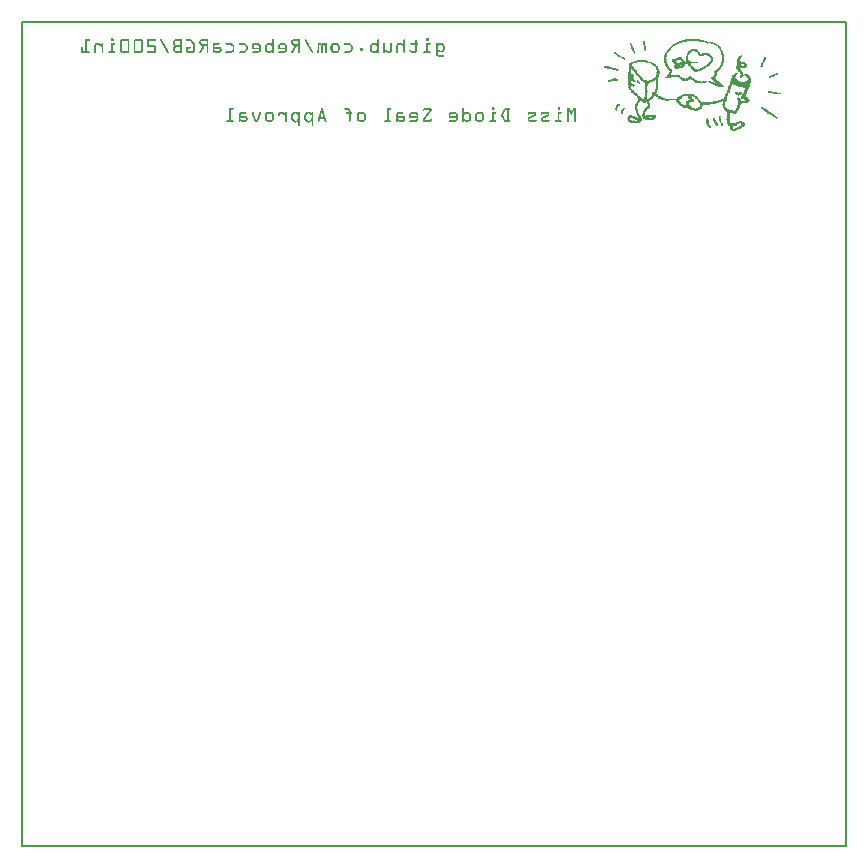
<source format=gbo>
G04 MADE WITH FRITZING*
G04 WWW.FRITZING.ORG*
G04 DOUBLE SIDED*
G04 HOLES PLATED*
G04 CONTOUR ON CENTER OF CONTOUR VECTOR*
%ASAXBY*%
%FSLAX23Y23*%
%MOIN*%
%OFA0B0*%
%SFA1.0B1.0*%
%ADD10R,2.755910X2.755910X2.739910X2.739910*%
%ADD11C,0.008000*%
%ADD12R,0.001000X0.001000*%
%LNSILK0*%
G90*
G70*
G54D11*
X4Y2752D02*
X2752Y2752D01*
X2752Y4D01*
X4Y4D01*
X4Y2752D01*
D02*
G36*
X2080Y2687D02*
X2080Y2680D01*
X2082Y2680D01*
X2082Y2672D01*
X2084Y2672D01*
X2084Y2664D01*
X2085Y2664D01*
X2085Y2656D01*
X2080Y2656D01*
X2080Y2659D01*
X2079Y2659D01*
X2079Y2662D01*
X2077Y2662D01*
X2077Y2675D01*
X2076Y2675D01*
X2076Y2687D01*
X2080Y2687D01*
G37*
D02*
G36*
X2036Y2680D02*
X2036Y2677D01*
X2038Y2677D01*
X2038Y2674D01*
X2039Y2674D01*
X2039Y2670D01*
X2041Y2670D01*
X2041Y2665D01*
X2043Y2665D01*
X2043Y2661D01*
X2044Y2661D01*
X2044Y2657D01*
X2046Y2657D01*
X2046Y2654D01*
X2048Y2654D01*
X2048Y2649D01*
X2049Y2649D01*
X2049Y2646D01*
X2048Y2646D01*
X2048Y2644D01*
X2044Y2644D01*
X2044Y2646D01*
X2043Y2646D01*
X2043Y2651D01*
X2041Y2651D01*
X2041Y2654D01*
X2039Y2654D01*
X2039Y2657D01*
X2038Y2657D01*
X2038Y2661D01*
X2036Y2661D01*
X2036Y2665D01*
X2035Y2665D01*
X2035Y2672D01*
X2033Y2672D01*
X2033Y2675D01*
X2031Y2675D01*
X2031Y2680D01*
X2036Y2680D01*
G37*
D02*
G36*
X1984Y2652D02*
X1984Y2651D01*
X1985Y2651D01*
X1985Y2649D01*
X1987Y2649D01*
X1987Y2646D01*
X1989Y2646D01*
X1989Y2644D01*
X1990Y2644D01*
X1990Y2642D01*
X1995Y2642D01*
X1995Y2641D01*
X1997Y2641D01*
X1997Y2639D01*
X1998Y2639D01*
X1998Y2638D01*
X2002Y2638D01*
X2002Y2636D01*
X2005Y2636D01*
X2005Y2634D01*
X2007Y2634D01*
X2007Y2633D01*
X2010Y2633D01*
X2010Y2631D01*
X2013Y2631D01*
X2013Y2629D01*
X2015Y2629D01*
X2015Y2626D01*
X2010Y2626D01*
X2010Y2628D01*
X2007Y2628D01*
X2007Y2629D01*
X2003Y2629D01*
X2003Y2631D01*
X2002Y2631D01*
X2002Y2633D01*
X1998Y2633D01*
X1998Y2634D01*
X1995Y2634D01*
X1995Y2636D01*
X1992Y2636D01*
X1992Y2639D01*
X1987Y2639D01*
X1987Y2641D01*
X1985Y2641D01*
X1985Y2642D01*
X1984Y2642D01*
X1984Y2644D01*
X1980Y2644D01*
X1980Y2646D01*
X1979Y2646D01*
X1979Y2647D01*
X1977Y2647D01*
X1977Y2652D01*
X1984Y2652D01*
G37*
D02*
G36*
X2246Y2662D02*
X2246Y2661D01*
X2253Y2661D01*
X2253Y2659D01*
X2256Y2659D01*
X2256Y2657D01*
X2258Y2657D01*
X2258Y2654D01*
X2238Y2654D01*
X2238Y2652D01*
X2235Y2652D01*
X2235Y2651D01*
X2233Y2651D01*
X2233Y2649D01*
X2231Y2649D01*
X2231Y2647D01*
X2230Y2647D01*
X2230Y2644D01*
X2228Y2644D01*
X2228Y2641D01*
X2226Y2641D01*
X2226Y2634D01*
X2225Y2634D01*
X2225Y2631D01*
X2226Y2631D01*
X2226Y2623D01*
X2228Y2623D01*
X2228Y2621D01*
X2236Y2621D01*
X2236Y2619D01*
X2218Y2619D01*
X2218Y2638D01*
X2220Y2638D01*
X2220Y2644D01*
X2222Y2644D01*
X2222Y2647D01*
X2223Y2647D01*
X2223Y2651D01*
X2225Y2651D01*
X2225Y2652D01*
X2226Y2652D01*
X2226Y2654D01*
X2228Y2654D01*
X2228Y2656D01*
X2230Y2656D01*
X2230Y2659D01*
X2235Y2659D01*
X2235Y2661D01*
X2240Y2661D01*
X2240Y2662D01*
X2246Y2662D01*
G37*
D02*
G36*
X2259Y2654D02*
X2259Y2652D01*
X2261Y2652D01*
X2261Y2651D01*
X2263Y2651D01*
X2263Y2649D01*
X2264Y2649D01*
X2264Y2646D01*
X2258Y2646D01*
X2258Y2647D01*
X2256Y2647D01*
X2256Y2651D01*
X2254Y2651D01*
X2254Y2652D01*
X2249Y2652D01*
X2249Y2654D01*
X2259Y2654D01*
G37*
D02*
G36*
X2292Y2649D02*
X2292Y2647D01*
X2294Y2647D01*
X2294Y2646D01*
X2271Y2646D01*
X2271Y2647D01*
X2279Y2647D01*
X2279Y2649D01*
X2292Y2649D01*
G37*
D02*
G36*
X2295Y2646D02*
X2295Y2644D01*
X2259Y2644D01*
X2259Y2646D01*
X2295Y2646D01*
G37*
D02*
G36*
X2295Y2646D02*
X2295Y2644D01*
X2259Y2644D01*
X2259Y2646D01*
X2295Y2646D01*
G37*
D02*
G36*
X2297Y2644D02*
X2297Y2642D01*
X2299Y2642D01*
X2299Y2641D01*
X2277Y2641D01*
X2277Y2639D01*
X2269Y2639D01*
X2269Y2638D01*
X2266Y2638D01*
X2266Y2636D01*
X2264Y2636D01*
X2264Y2638D01*
X2263Y2638D01*
X2263Y2639D01*
X2261Y2639D01*
X2261Y2642D01*
X2259Y2642D01*
X2259Y2644D01*
X2297Y2644D01*
G37*
D02*
G36*
X2302Y2641D02*
X2302Y2638D01*
X2305Y2638D01*
X2305Y2634D01*
X2307Y2634D01*
X2307Y2631D01*
X2308Y2631D01*
X2308Y2621D01*
X2307Y2621D01*
X2307Y2618D01*
X2305Y2618D01*
X2305Y2616D01*
X2304Y2616D01*
X2304Y2615D01*
X2302Y2615D01*
X2302Y2611D01*
X2300Y2611D01*
X2300Y2610D01*
X2299Y2610D01*
X2299Y2608D01*
X2297Y2608D01*
X2297Y2606D01*
X2295Y2606D01*
X2295Y2605D01*
X2292Y2605D01*
X2292Y2603D01*
X2290Y2603D01*
X2290Y2601D01*
X2287Y2601D01*
X2287Y2600D01*
X2286Y2600D01*
X2286Y2597D01*
X2282Y2597D01*
X2282Y2595D01*
X2276Y2595D01*
X2276Y2593D01*
X2274Y2593D01*
X2274Y2592D01*
X2258Y2592D01*
X2258Y2593D01*
X2261Y2593D01*
X2261Y2595D01*
X2266Y2595D01*
X2266Y2597D01*
X2269Y2597D01*
X2269Y2598D01*
X2272Y2598D01*
X2272Y2601D01*
X2277Y2601D01*
X2277Y2603D01*
X2281Y2603D01*
X2281Y2605D01*
X2282Y2605D01*
X2282Y2606D01*
X2286Y2606D01*
X2286Y2608D01*
X2287Y2608D01*
X2287Y2610D01*
X2290Y2610D01*
X2290Y2611D01*
X2292Y2611D01*
X2292Y2615D01*
X2294Y2615D01*
X2294Y2616D01*
X2295Y2616D01*
X2295Y2618D01*
X2297Y2618D01*
X2297Y2619D01*
X2299Y2619D01*
X2299Y2621D01*
X2300Y2621D01*
X2300Y2631D01*
X2299Y2631D01*
X2299Y2633D01*
X2297Y2633D01*
X2297Y2634D01*
X2295Y2634D01*
X2295Y2636D01*
X2294Y2636D01*
X2294Y2638D01*
X2290Y2638D01*
X2290Y2639D01*
X2287Y2639D01*
X2287Y2641D01*
X2302Y2641D01*
G37*
D02*
G36*
X2203Y2634D02*
X2203Y2633D01*
X2205Y2633D01*
X2205Y2629D01*
X2207Y2629D01*
X2207Y2628D01*
X2208Y2628D01*
X2208Y2626D01*
X2199Y2626D01*
X2199Y2624D01*
X2190Y2624D01*
X2190Y2623D01*
X2189Y2623D01*
X2189Y2621D01*
X2185Y2621D01*
X2185Y2619D01*
X2187Y2619D01*
X2187Y2616D01*
X2174Y2616D01*
X2174Y2618D01*
X2171Y2618D01*
X2171Y2624D01*
X2172Y2624D01*
X2172Y2628D01*
X2182Y2628D01*
X2182Y2629D01*
X2185Y2629D01*
X2185Y2631D01*
X2190Y2631D01*
X2190Y2633D01*
X2197Y2633D01*
X2197Y2634D01*
X2203Y2634D01*
G37*
D02*
G36*
X2208Y2626D02*
X2208Y2623D01*
X2210Y2623D01*
X2210Y2621D01*
X2215Y2621D01*
X2215Y2619D01*
X2203Y2619D01*
X2203Y2621D01*
X2202Y2621D01*
X2202Y2623D01*
X2200Y2623D01*
X2200Y2626D01*
X2208Y2626D01*
G37*
D02*
G36*
X2259Y2619D02*
X2259Y2618D01*
X2202Y2618D01*
X2202Y2619D01*
X2259Y2619D01*
G37*
D02*
G36*
X2259Y2619D02*
X2259Y2618D01*
X2202Y2618D01*
X2202Y2619D01*
X2259Y2619D01*
G37*
D02*
G36*
X2259Y2618D02*
X2259Y2616D01*
X2197Y2616D01*
X2197Y2618D01*
X2259Y2618D01*
G37*
D02*
G36*
X2258Y2616D02*
X2258Y2615D01*
X2176Y2615D01*
X2176Y2616D01*
X2258Y2616D01*
G37*
D02*
G36*
X2258Y2616D02*
X2258Y2615D01*
X2176Y2615D01*
X2176Y2616D01*
X2258Y2616D01*
G37*
D02*
G36*
X2241Y2615D02*
X2241Y2613D01*
X2236Y2613D01*
X2236Y2611D01*
X2220Y2611D01*
X2220Y2610D01*
X2215Y2610D01*
X2215Y2608D01*
X2199Y2608D01*
X2199Y2606D01*
X2179Y2606D01*
X2179Y2608D01*
X2181Y2608D01*
X2181Y2610D01*
X2177Y2610D01*
X2177Y2611D01*
X2179Y2611D01*
X2179Y2613D01*
X2177Y2613D01*
X2177Y2615D01*
X2241Y2615D01*
G37*
D02*
G36*
X2236Y2611D02*
X2236Y2606D01*
X2238Y2606D01*
X2238Y2605D01*
X2240Y2605D01*
X2240Y2603D01*
X2241Y2603D01*
X2241Y2601D01*
X2243Y2601D01*
X2243Y2598D01*
X2244Y2598D01*
X2244Y2597D01*
X2248Y2597D01*
X2248Y2595D01*
X2249Y2595D01*
X2249Y2593D01*
X2253Y2593D01*
X2253Y2592D01*
X2238Y2592D01*
X2238Y2593D01*
X2236Y2593D01*
X2236Y2595D01*
X2235Y2595D01*
X2235Y2597D01*
X2233Y2597D01*
X2233Y2600D01*
X2231Y2600D01*
X2231Y2601D01*
X2230Y2601D01*
X2230Y2605D01*
X2228Y2605D01*
X2228Y2606D01*
X2226Y2606D01*
X2226Y2608D01*
X2225Y2608D01*
X2225Y2610D01*
X2222Y2610D01*
X2222Y2611D01*
X2236Y2611D01*
G37*
D02*
G36*
X2215Y2608D02*
X2215Y2606D01*
X2200Y2606D01*
X2200Y2608D01*
X2215Y2608D01*
G37*
D02*
G36*
X2213Y2606D02*
X2213Y2605D01*
X2179Y2605D01*
X2179Y2606D01*
X2213Y2606D01*
G37*
D02*
G36*
X2213Y2606D02*
X2213Y2605D01*
X2179Y2605D01*
X2179Y2606D01*
X2213Y2606D01*
G37*
D02*
G36*
X2212Y2605D02*
X2212Y2601D01*
X2210Y2601D01*
X2210Y2600D01*
X2208Y2600D01*
X2208Y2598D01*
X2200Y2598D01*
X2200Y2597D01*
X2195Y2597D01*
X2195Y2595D01*
X2192Y2595D01*
X2192Y2593D01*
X2184Y2593D01*
X2184Y2595D01*
X2181Y2595D01*
X2181Y2597D01*
X2179Y2597D01*
X2179Y2598D01*
X2177Y2598D01*
X2177Y2601D01*
X2179Y2601D01*
X2179Y2605D01*
X2212Y2605D01*
G37*
D02*
G36*
X2271Y2592D02*
X2271Y2590D01*
X2240Y2590D01*
X2240Y2592D01*
X2271Y2592D01*
G37*
D02*
G36*
X2271Y2592D02*
X2271Y2590D01*
X2240Y2590D01*
X2240Y2592D01*
X2271Y2592D01*
G37*
D02*
G36*
X2267Y2590D02*
X2267Y2588D01*
X2263Y2588D01*
X2263Y2587D01*
X2259Y2587D01*
X2259Y2585D01*
X2246Y2585D01*
X2246Y2587D01*
X2243Y2587D01*
X2243Y2588D01*
X2241Y2588D01*
X2241Y2590D01*
X2267Y2590D01*
G37*
D02*
G36*
X2405Y2641D02*
X2405Y2636D01*
X2404Y2636D01*
X2404Y2634D01*
X2402Y2634D01*
X2402Y2633D01*
X2400Y2633D01*
X2400Y2629D01*
X2399Y2629D01*
X2399Y2628D01*
X2397Y2628D01*
X2397Y2621D01*
X2400Y2621D01*
X2400Y2619D01*
X2412Y2619D01*
X2412Y2618D01*
X2415Y2618D01*
X2415Y2616D01*
X2417Y2616D01*
X2417Y2615D01*
X2418Y2615D01*
X2418Y2611D01*
X2402Y2611D01*
X2402Y2608D01*
X2404Y2608D01*
X2404Y2606D01*
X2387Y2606D01*
X2387Y2618D01*
X2389Y2618D01*
X2389Y2628D01*
X2390Y2628D01*
X2390Y2631D01*
X2392Y2631D01*
X2392Y2634D01*
X2394Y2634D01*
X2394Y2636D01*
X2395Y2636D01*
X2395Y2638D01*
X2397Y2638D01*
X2397Y2639D01*
X2400Y2639D01*
X2400Y2641D01*
X2405Y2641D01*
G37*
D02*
G36*
X2420Y2611D02*
X2420Y2610D01*
X2422Y2610D01*
X2422Y2606D01*
X2410Y2606D01*
X2410Y2608D01*
X2412Y2608D01*
X2412Y2611D01*
X2420Y2611D01*
G37*
D02*
G36*
X2420Y2606D02*
X2420Y2605D01*
X2387Y2605D01*
X2387Y2606D01*
X2420Y2606D01*
G37*
D02*
G36*
X2420Y2606D02*
X2420Y2605D01*
X2387Y2605D01*
X2387Y2606D01*
X2420Y2606D01*
G37*
D02*
G36*
X2420Y2605D02*
X2420Y2600D01*
X2418Y2600D01*
X2418Y2598D01*
X2397Y2598D01*
X2397Y2597D01*
X2386Y2597D01*
X2386Y2605D01*
X2420Y2605D01*
G37*
D02*
G36*
X2417Y2598D02*
X2417Y2597D01*
X2404Y2597D01*
X2404Y2598D01*
X2417Y2598D01*
G37*
D02*
G36*
X2402Y2598D02*
X2402Y2597D01*
X2399Y2597D01*
X2399Y2598D01*
X2402Y2598D01*
G37*
D02*
G36*
X2399Y2597D02*
X2399Y2593D01*
X2400Y2593D01*
X2400Y2592D01*
X2402Y2592D01*
X2402Y2588D01*
X2404Y2588D01*
X2404Y2585D01*
X2407Y2585D01*
X2407Y2583D01*
X2409Y2583D01*
X2409Y2574D01*
X2410Y2574D01*
X2410Y2572D01*
X2409Y2572D01*
X2409Y2570D01*
X2407Y2570D01*
X2407Y2567D01*
X2405Y2567D01*
X2405Y2565D01*
X2399Y2565D01*
X2399Y2574D01*
X2400Y2574D01*
X2400Y2578D01*
X2399Y2578D01*
X2399Y2582D01*
X2397Y2582D01*
X2397Y2583D01*
X2395Y2583D01*
X2395Y2585D01*
X2392Y2585D01*
X2392Y2588D01*
X2390Y2588D01*
X2390Y2590D01*
X2389Y2590D01*
X2389Y2593D01*
X2387Y2593D01*
X2387Y2595D01*
X2386Y2595D01*
X2386Y2597D01*
X2399Y2597D01*
G37*
D02*
G36*
X2486Y2636D02*
X2486Y2631D01*
X2484Y2631D01*
X2484Y2626D01*
X2482Y2626D01*
X2482Y2623D01*
X2481Y2623D01*
X2481Y2619D01*
X2479Y2619D01*
X2479Y2618D01*
X2477Y2618D01*
X2477Y2615D01*
X2476Y2615D01*
X2476Y2608D01*
X2474Y2608D01*
X2474Y2606D01*
X2473Y2606D01*
X2473Y2601D01*
X2466Y2601D01*
X2466Y2606D01*
X2468Y2606D01*
X2468Y2610D01*
X2469Y2610D01*
X2469Y2615D01*
X2471Y2615D01*
X2471Y2618D01*
X2473Y2618D01*
X2473Y2619D01*
X2474Y2619D01*
X2474Y2624D01*
X2476Y2624D01*
X2476Y2629D01*
X2477Y2629D01*
X2477Y2633D01*
X2479Y2633D01*
X2479Y2634D01*
X2481Y2634D01*
X2481Y2636D01*
X2486Y2636D01*
G37*
D02*
G36*
X1954Y2605D02*
X1954Y2603D01*
X1961Y2603D01*
X1961Y2601D01*
X1964Y2601D01*
X1964Y2600D01*
X1971Y2600D01*
X1971Y2598D01*
X1977Y2598D01*
X1977Y2597D01*
X1985Y2597D01*
X1985Y2595D01*
X1990Y2595D01*
X1990Y2593D01*
X1994Y2593D01*
X1994Y2590D01*
X1992Y2590D01*
X1992Y2588D01*
X1984Y2588D01*
X1984Y2590D01*
X1975Y2590D01*
X1975Y2592D01*
X1971Y2592D01*
X1971Y2593D01*
X1959Y2593D01*
X1959Y2595D01*
X1956Y2595D01*
X1956Y2597D01*
X1949Y2597D01*
X1949Y2598D01*
X1946Y2598D01*
X1946Y2600D01*
X1944Y2600D01*
X1944Y2603D01*
X1946Y2603D01*
X1946Y2605D01*
X1954Y2605D01*
G37*
D02*
G36*
X2523Y2580D02*
X2523Y2578D01*
X2525Y2578D01*
X2525Y2577D01*
X2523Y2577D01*
X2523Y2575D01*
X2518Y2575D01*
X2518Y2574D01*
X2515Y2574D01*
X2515Y2572D01*
X2514Y2572D01*
X2514Y2570D01*
X2510Y2570D01*
X2510Y2569D01*
X2505Y2569D01*
X2505Y2567D01*
X2500Y2567D01*
X2500Y2565D01*
X2495Y2565D01*
X2495Y2570D01*
X2499Y2570D01*
X2499Y2572D01*
X2502Y2572D01*
X2502Y2574D01*
X2505Y2574D01*
X2505Y2575D01*
X2509Y2575D01*
X2509Y2577D01*
X2515Y2577D01*
X2515Y2578D01*
X2518Y2578D01*
X2518Y2580D01*
X2523Y2580D01*
G37*
D02*
G36*
X1984Y2564D02*
X1984Y2562D01*
X1990Y2562D01*
X1990Y2559D01*
X1992Y2559D01*
X1992Y2557D01*
X1990Y2557D01*
X1990Y2556D01*
X1972Y2556D01*
X1972Y2554D01*
X1967Y2554D01*
X1967Y2552D01*
X1957Y2552D01*
X1957Y2557D01*
X1959Y2557D01*
X1959Y2559D01*
X1967Y2559D01*
X1967Y2560D01*
X1969Y2560D01*
X1969Y2562D01*
X1975Y2562D01*
X1975Y2564D01*
X1984Y2564D01*
G37*
D02*
G36*
X2241Y2695D02*
X2241Y2693D01*
X2263Y2693D01*
X2263Y2692D01*
X2271Y2692D01*
X2271Y2690D01*
X2277Y2690D01*
X2277Y2688D01*
X2225Y2688D01*
X2225Y2687D01*
X2220Y2687D01*
X2220Y2685D01*
X2210Y2685D01*
X2210Y2683D01*
X2203Y2683D01*
X2203Y2682D01*
X2199Y2682D01*
X2199Y2680D01*
X2195Y2680D01*
X2195Y2679D01*
X2192Y2679D01*
X2192Y2677D01*
X2189Y2677D01*
X2189Y2675D01*
X2184Y2675D01*
X2184Y2674D01*
X2181Y2674D01*
X2181Y2672D01*
X2179Y2672D01*
X2179Y2670D01*
X2176Y2670D01*
X2176Y2669D01*
X2174Y2669D01*
X2174Y2667D01*
X2172Y2667D01*
X2172Y2665D01*
X2171Y2665D01*
X2171Y2664D01*
X2169Y2664D01*
X2169Y2661D01*
X2167Y2661D01*
X2167Y2659D01*
X2164Y2659D01*
X2164Y2656D01*
X2162Y2656D01*
X2162Y2654D01*
X2161Y2654D01*
X2161Y2652D01*
X2159Y2652D01*
X2159Y2649D01*
X2158Y2649D01*
X2158Y2647D01*
X2156Y2647D01*
X2156Y2646D01*
X2154Y2646D01*
X2154Y2641D01*
X2153Y2641D01*
X2153Y2633D01*
X2151Y2633D01*
X2151Y2628D01*
X2153Y2628D01*
X2153Y2624D01*
X2151Y2624D01*
X2151Y2621D01*
X2153Y2621D01*
X2153Y2616D01*
X2154Y2616D01*
X2154Y2613D01*
X2156Y2613D01*
X2156Y2610D01*
X2158Y2610D01*
X2158Y2606D01*
X2159Y2606D01*
X2159Y2605D01*
X2161Y2605D01*
X2161Y2601D01*
X2162Y2601D01*
X2162Y2598D01*
X2164Y2598D01*
X2164Y2597D01*
X2166Y2597D01*
X2166Y2595D01*
X2167Y2595D01*
X2167Y2593D01*
X2171Y2593D01*
X2171Y2592D01*
X2172Y2592D01*
X2172Y2583D01*
X2171Y2583D01*
X2171Y2580D01*
X2169Y2580D01*
X2169Y2577D01*
X2167Y2577D01*
X2167Y2575D01*
X2169Y2575D01*
X2169Y2574D01*
X2158Y2574D01*
X2158Y2575D01*
X2159Y2575D01*
X2159Y2577D01*
X2161Y2577D01*
X2161Y2578D01*
X2162Y2578D01*
X2162Y2583D01*
X2164Y2583D01*
X2164Y2587D01*
X2162Y2587D01*
X2162Y2588D01*
X2161Y2588D01*
X2161Y2590D01*
X2159Y2590D01*
X2159Y2593D01*
X2156Y2593D01*
X2156Y2595D01*
X2154Y2595D01*
X2154Y2600D01*
X2153Y2600D01*
X2153Y2601D01*
X2151Y2601D01*
X2151Y2606D01*
X2149Y2606D01*
X2149Y2610D01*
X2148Y2610D01*
X2148Y2613D01*
X2146Y2613D01*
X2146Y2624D01*
X2144Y2624D01*
X2144Y2633D01*
X2146Y2633D01*
X2146Y2642D01*
X2148Y2642D01*
X2148Y2646D01*
X2149Y2646D01*
X2149Y2649D01*
X2151Y2649D01*
X2151Y2652D01*
X2153Y2652D01*
X2153Y2654D01*
X2154Y2654D01*
X2154Y2656D01*
X2156Y2656D01*
X2156Y2657D01*
X2158Y2657D01*
X2158Y2659D01*
X2159Y2659D01*
X2159Y2661D01*
X2161Y2661D01*
X2161Y2662D01*
X2162Y2662D01*
X2162Y2664D01*
X2164Y2664D01*
X2164Y2667D01*
X2166Y2667D01*
X2166Y2669D01*
X2167Y2669D01*
X2167Y2670D01*
X2169Y2670D01*
X2169Y2672D01*
X2171Y2672D01*
X2171Y2674D01*
X2172Y2674D01*
X2172Y2675D01*
X2174Y2675D01*
X2174Y2677D01*
X2177Y2677D01*
X2177Y2679D01*
X2181Y2679D01*
X2181Y2680D01*
X2184Y2680D01*
X2184Y2682D01*
X2187Y2682D01*
X2187Y2683D01*
X2190Y2683D01*
X2190Y2685D01*
X2194Y2685D01*
X2194Y2687D01*
X2200Y2687D01*
X2200Y2688D01*
X2203Y2688D01*
X2203Y2690D01*
X2208Y2690D01*
X2208Y2692D01*
X2215Y2692D01*
X2215Y2693D01*
X2240Y2693D01*
X2240Y2695D01*
X2241Y2695D01*
G37*
D02*
G36*
X2282Y2688D02*
X2282Y2687D01*
X2287Y2687D01*
X2287Y2685D01*
X2299Y2685D01*
X2299Y2683D01*
X2307Y2683D01*
X2307Y2682D01*
X2312Y2682D01*
X2312Y2680D01*
X2290Y2680D01*
X2290Y2679D01*
X2287Y2679D01*
X2287Y2680D01*
X2284Y2680D01*
X2284Y2682D01*
X2281Y2682D01*
X2281Y2683D01*
X2272Y2683D01*
X2272Y2685D01*
X2261Y2685D01*
X2261Y2687D01*
X2249Y2687D01*
X2249Y2688D01*
X2282Y2688D01*
G37*
D02*
G36*
X2317Y2680D02*
X2317Y2679D01*
X2320Y2679D01*
X2320Y2677D01*
X2322Y2677D01*
X2322Y2675D01*
X2325Y2675D01*
X2325Y2674D01*
X2327Y2674D01*
X2327Y2672D01*
X2328Y2672D01*
X2328Y2670D01*
X2330Y2670D01*
X2330Y2669D01*
X2331Y2669D01*
X2331Y2667D01*
X2333Y2667D01*
X2333Y2665D01*
X2335Y2665D01*
X2335Y2662D01*
X2336Y2662D01*
X2336Y2659D01*
X2338Y2659D01*
X2338Y2656D01*
X2340Y2656D01*
X2340Y2652D01*
X2341Y2652D01*
X2341Y2646D01*
X2343Y2646D01*
X2343Y2641D01*
X2345Y2641D01*
X2345Y2633D01*
X2346Y2633D01*
X2346Y2624D01*
X2345Y2624D01*
X2345Y2615D01*
X2343Y2615D01*
X2343Y2613D01*
X2341Y2613D01*
X2341Y2608D01*
X2340Y2608D01*
X2340Y2603D01*
X2338Y2603D01*
X2338Y2601D01*
X2336Y2601D01*
X2336Y2600D01*
X2335Y2600D01*
X2335Y2597D01*
X2333Y2597D01*
X2333Y2593D01*
X2331Y2593D01*
X2331Y2592D01*
X2330Y2592D01*
X2330Y2590D01*
X2328Y2590D01*
X2328Y2588D01*
X2325Y2588D01*
X2325Y2587D01*
X2323Y2587D01*
X2323Y2585D01*
X2322Y2585D01*
X2322Y2577D01*
X2320Y2577D01*
X2320Y2570D01*
X2318Y2570D01*
X2318Y2569D01*
X2317Y2569D01*
X2317Y2567D01*
X2315Y2567D01*
X2315Y2565D01*
X2317Y2565D01*
X2317Y2559D01*
X2318Y2559D01*
X2318Y2557D01*
X2305Y2557D01*
X2305Y2556D01*
X2304Y2556D01*
X2304Y2560D01*
X2302Y2560D01*
X2302Y2562D01*
X2300Y2562D01*
X2300Y2567D01*
X2304Y2567D01*
X2304Y2569D01*
X2307Y2569D01*
X2307Y2570D01*
X2308Y2570D01*
X2308Y2572D01*
X2310Y2572D01*
X2310Y2574D01*
X2312Y2574D01*
X2312Y2577D01*
X2313Y2577D01*
X2313Y2582D01*
X2312Y2582D01*
X2312Y2587D01*
X2313Y2587D01*
X2313Y2588D01*
X2315Y2588D01*
X2315Y2590D01*
X2318Y2590D01*
X2318Y2592D01*
X2320Y2592D01*
X2320Y2593D01*
X2322Y2593D01*
X2322Y2595D01*
X2323Y2595D01*
X2323Y2597D01*
X2327Y2597D01*
X2327Y2600D01*
X2328Y2600D01*
X2328Y2601D01*
X2330Y2601D01*
X2330Y2605D01*
X2331Y2605D01*
X2331Y2608D01*
X2333Y2608D01*
X2333Y2610D01*
X2335Y2610D01*
X2335Y2615D01*
X2336Y2615D01*
X2336Y2618D01*
X2338Y2618D01*
X2338Y2641D01*
X2336Y2641D01*
X2336Y2646D01*
X2335Y2646D01*
X2335Y2651D01*
X2333Y2651D01*
X2333Y2656D01*
X2331Y2656D01*
X2331Y2659D01*
X2330Y2659D01*
X2330Y2661D01*
X2328Y2661D01*
X2328Y2664D01*
X2327Y2664D01*
X2327Y2665D01*
X2325Y2665D01*
X2325Y2669D01*
X2323Y2669D01*
X2323Y2670D01*
X2320Y2670D01*
X2320Y2672D01*
X2317Y2672D01*
X2317Y2674D01*
X2315Y2674D01*
X2315Y2675D01*
X2310Y2675D01*
X2310Y2677D01*
X2308Y2677D01*
X2308Y2679D01*
X2300Y2679D01*
X2300Y2680D01*
X2317Y2680D01*
G37*
D02*
G36*
X2195Y2575D02*
X2195Y2574D01*
X2185Y2574D01*
X2185Y2575D01*
X2195Y2575D01*
G37*
D02*
G36*
X2184Y2575D02*
X2184Y2574D01*
X2177Y2574D01*
X2177Y2575D01*
X2184Y2575D01*
G37*
D02*
G36*
X2197Y2574D02*
X2197Y2572D01*
X2156Y2572D01*
X2156Y2574D01*
X2197Y2574D01*
G37*
D02*
G36*
X2197Y2574D02*
X2197Y2572D01*
X2156Y2572D01*
X2156Y2574D01*
X2197Y2574D01*
G37*
D02*
G36*
X2197Y2574D02*
X2197Y2572D01*
X2156Y2572D01*
X2156Y2574D01*
X2197Y2574D01*
G37*
D02*
G36*
X2197Y2572D02*
X2197Y2570D01*
X2199Y2570D01*
X2199Y2569D01*
X2174Y2569D01*
X2174Y2567D01*
X2167Y2567D01*
X2167Y2565D01*
X2161Y2565D01*
X2161Y2564D01*
X2153Y2564D01*
X2153Y2565D01*
X2149Y2565D01*
X2149Y2567D01*
X2151Y2567D01*
X2151Y2569D01*
X2153Y2569D01*
X2153Y2570D01*
X2154Y2570D01*
X2154Y2572D01*
X2197Y2572D01*
G37*
D02*
G36*
X2233Y2570D02*
X2233Y2569D01*
X2236Y2569D01*
X2236Y2567D01*
X2238Y2567D01*
X2238Y2565D01*
X2241Y2565D01*
X2241Y2564D01*
X2243Y2564D01*
X2243Y2562D01*
X2218Y2562D01*
X2218Y2564D01*
X2225Y2564D01*
X2225Y2565D01*
X2226Y2565D01*
X2226Y2569D01*
X2228Y2569D01*
X2228Y2570D01*
X2233Y2570D01*
G37*
D02*
G36*
X2202Y2569D02*
X2202Y2567D01*
X2205Y2567D01*
X2205Y2565D01*
X2208Y2565D01*
X2208Y2564D01*
X2213Y2564D01*
X2213Y2562D01*
X2197Y2562D01*
X2197Y2564D01*
X2195Y2564D01*
X2195Y2565D01*
X2194Y2565D01*
X2194Y2567D01*
X2182Y2567D01*
X2182Y2569D01*
X2202Y2569D01*
G37*
D02*
G36*
X2246Y2562D02*
X2246Y2560D01*
X2199Y2560D01*
X2199Y2562D01*
X2246Y2562D01*
G37*
D02*
G36*
X2246Y2562D02*
X2246Y2560D01*
X2199Y2560D01*
X2199Y2562D01*
X2246Y2562D01*
G37*
D02*
G36*
X2248Y2560D02*
X2248Y2559D01*
X2249Y2559D01*
X2249Y2557D01*
X2253Y2557D01*
X2253Y2556D01*
X2256Y2556D01*
X2256Y2554D01*
X2269Y2554D01*
X2269Y2552D01*
X2244Y2552D01*
X2244Y2554D01*
X2241Y2554D01*
X2241Y2556D01*
X2240Y2556D01*
X2240Y2557D01*
X2236Y2557D01*
X2236Y2559D01*
X2235Y2559D01*
X2235Y2560D01*
X2248Y2560D01*
G37*
D02*
G36*
X2231Y2560D02*
X2231Y2559D01*
X2230Y2559D01*
X2230Y2557D01*
X2226Y2557D01*
X2226Y2556D01*
X2217Y2556D01*
X2217Y2554D01*
X2212Y2554D01*
X2212Y2556D01*
X2205Y2556D01*
X2205Y2557D01*
X2202Y2557D01*
X2202Y2559D01*
X2200Y2559D01*
X2200Y2560D01*
X2231Y2560D01*
G37*
D02*
G36*
X2320Y2557D02*
X2320Y2556D01*
X2323Y2556D01*
X2323Y2554D01*
X2327Y2554D01*
X2327Y2552D01*
X2328Y2552D01*
X2328Y2551D01*
X2330Y2551D01*
X2330Y2549D01*
X2313Y2549D01*
X2313Y2551D01*
X2312Y2551D01*
X2312Y2552D01*
X2310Y2552D01*
X2310Y2554D01*
X2308Y2554D01*
X2308Y2556D01*
X2307Y2556D01*
X2307Y2557D01*
X2320Y2557D01*
G37*
D02*
G36*
X2299Y2556D02*
X2299Y2554D01*
X2302Y2554D01*
X2302Y2552D01*
X2307Y2552D01*
X2307Y2551D01*
X2292Y2551D01*
X2292Y2554D01*
X2294Y2554D01*
X2294Y2556D01*
X2299Y2556D01*
G37*
D02*
G36*
X2287Y2556D02*
X2287Y2554D01*
X2289Y2554D01*
X2289Y2552D01*
X2271Y2552D01*
X2271Y2554D01*
X2284Y2554D01*
X2284Y2556D01*
X2287Y2556D01*
G37*
D02*
G36*
X2287Y2552D02*
X2287Y2551D01*
X2246Y2551D01*
X2246Y2552D01*
X2287Y2552D01*
G37*
D02*
G36*
X2287Y2552D02*
X2287Y2551D01*
X2246Y2551D01*
X2246Y2552D01*
X2287Y2552D01*
G37*
D02*
G36*
X2312Y2551D02*
X2312Y2549D01*
X2294Y2549D01*
X2294Y2551D01*
X2312Y2551D01*
G37*
D02*
G36*
X2284Y2551D02*
X2284Y2549D01*
X2279Y2549D01*
X2279Y2547D01*
X2254Y2547D01*
X2254Y2549D01*
X2249Y2549D01*
X2249Y2551D01*
X2284Y2551D01*
G37*
D02*
G36*
X2331Y2549D02*
X2331Y2547D01*
X2295Y2547D01*
X2295Y2549D01*
X2331Y2549D01*
G37*
D02*
G36*
X2331Y2549D02*
X2331Y2547D01*
X2295Y2547D01*
X2295Y2549D01*
X2331Y2549D01*
G37*
D02*
G36*
X2335Y2547D02*
X2335Y2544D01*
X2338Y2544D01*
X2338Y2542D01*
X2340Y2542D01*
X2340Y2541D01*
X2341Y2541D01*
X2341Y2537D01*
X2343Y2537D01*
X2343Y2534D01*
X2341Y2534D01*
X2341Y2533D01*
X2333Y2533D01*
X2333Y2534D01*
X2327Y2534D01*
X2327Y2536D01*
X2323Y2536D01*
X2323Y2537D01*
X2320Y2537D01*
X2320Y2539D01*
X2315Y2539D01*
X2315Y2541D01*
X2312Y2541D01*
X2312Y2542D01*
X2307Y2542D01*
X2307Y2544D01*
X2304Y2544D01*
X2304Y2546D01*
X2300Y2546D01*
X2300Y2547D01*
X2335Y2547D01*
G37*
D02*
G36*
X2504Y2521D02*
X2504Y2519D01*
X2512Y2519D01*
X2512Y2518D01*
X2522Y2518D01*
X2522Y2516D01*
X2527Y2516D01*
X2527Y2515D01*
X2532Y2515D01*
X2532Y2513D01*
X2536Y2513D01*
X2536Y2511D01*
X2527Y2511D01*
X2527Y2510D01*
X2523Y2510D01*
X2523Y2511D01*
X2507Y2511D01*
X2507Y2513D01*
X2492Y2513D01*
X2492Y2515D01*
X2491Y2515D01*
X2491Y2519D01*
X2492Y2519D01*
X2492Y2521D01*
X2504Y2521D01*
G37*
D02*
G36*
X2540Y2511D02*
X2540Y2510D01*
X2530Y2510D01*
X2530Y2511D01*
X2540Y2511D01*
G37*
D02*
G36*
X2402Y2519D02*
X2402Y2518D01*
X2404Y2518D01*
X2404Y2515D01*
X2394Y2515D01*
X2394Y2516D01*
X2395Y2516D01*
X2395Y2518D01*
X2399Y2518D01*
X2399Y2519D01*
X2402Y2519D01*
G37*
D02*
G36*
X2389Y2519D02*
X2389Y2518D01*
X2390Y2518D01*
X2390Y2516D01*
X2392Y2516D01*
X2392Y2515D01*
X2382Y2515D01*
X2382Y2519D01*
X2389Y2519D01*
G37*
D02*
G36*
X2404Y2515D02*
X2404Y2513D01*
X2382Y2513D01*
X2382Y2515D01*
X2404Y2515D01*
G37*
D02*
G36*
X2404Y2515D02*
X2404Y2513D01*
X2382Y2513D01*
X2382Y2515D01*
X2404Y2515D01*
G37*
D02*
G36*
X2404Y2513D02*
X2404Y2511D01*
X2402Y2511D01*
X2402Y2510D01*
X2400Y2510D01*
X2400Y2508D01*
X2394Y2508D01*
X2394Y2506D01*
X2390Y2506D01*
X2390Y2508D01*
X2386Y2508D01*
X2386Y2510D01*
X2384Y2510D01*
X2384Y2511D01*
X2382Y2511D01*
X2382Y2513D01*
X2404Y2513D01*
G37*
D02*
G36*
X2259Y2482D02*
X2259Y2480D01*
X2258Y2480D01*
X2258Y2482D01*
X2259Y2482D01*
G37*
D02*
G36*
X1994Y2478D02*
X1994Y2477D01*
X1997Y2477D01*
X1997Y2472D01*
X1994Y2472D01*
X1994Y2470D01*
X1992Y2470D01*
X1992Y2469D01*
X1990Y2469D01*
X1990Y2464D01*
X1989Y2464D01*
X1989Y2455D01*
X1987Y2455D01*
X1987Y2454D01*
X1984Y2454D01*
X1984Y2457D01*
X1982Y2457D01*
X1982Y2465D01*
X1984Y2465D01*
X1984Y2472D01*
X1985Y2472D01*
X1985Y2473D01*
X1987Y2473D01*
X1987Y2475D01*
X1989Y2475D01*
X1989Y2477D01*
X1992Y2477D01*
X1992Y2478D01*
X1994Y2478D01*
G37*
D02*
G36*
X2474Y2467D02*
X2474Y2465D01*
X2479Y2465D01*
X2479Y2464D01*
X2482Y2464D01*
X2482Y2462D01*
X2486Y2462D01*
X2486Y2460D01*
X2489Y2460D01*
X2489Y2459D01*
X2491Y2459D01*
X2491Y2457D01*
X2492Y2457D01*
X2492Y2455D01*
X2494Y2455D01*
X2494Y2454D01*
X2495Y2454D01*
X2495Y2452D01*
X2499Y2452D01*
X2499Y2451D01*
X2502Y2451D01*
X2502Y2449D01*
X2504Y2449D01*
X2504Y2447D01*
X2505Y2447D01*
X2505Y2446D01*
X2507Y2446D01*
X2507Y2444D01*
X2512Y2444D01*
X2512Y2442D01*
X2514Y2442D01*
X2514Y2441D01*
X2515Y2441D01*
X2515Y2439D01*
X2517Y2439D01*
X2517Y2437D01*
X2518Y2437D01*
X2518Y2436D01*
X2522Y2436D01*
X2522Y2434D01*
X2523Y2434D01*
X2523Y2431D01*
X2522Y2431D01*
X2522Y2429D01*
X2518Y2429D01*
X2518Y2431D01*
X2515Y2431D01*
X2515Y2432D01*
X2514Y2432D01*
X2514Y2434D01*
X2510Y2434D01*
X2510Y2436D01*
X2509Y2436D01*
X2509Y2437D01*
X2505Y2437D01*
X2505Y2439D01*
X2504Y2439D01*
X2504Y2441D01*
X2499Y2441D01*
X2499Y2442D01*
X2497Y2442D01*
X2497Y2444D01*
X2494Y2444D01*
X2494Y2446D01*
X2489Y2446D01*
X2489Y2449D01*
X2487Y2449D01*
X2487Y2451D01*
X2484Y2451D01*
X2484Y2452D01*
X2482Y2452D01*
X2482Y2454D01*
X2479Y2454D01*
X2479Y2455D01*
X2477Y2455D01*
X2477Y2457D01*
X2476Y2457D01*
X2476Y2459D01*
X2473Y2459D01*
X2473Y2460D01*
X2471Y2460D01*
X2471Y2462D01*
X2468Y2462D01*
X2468Y2465D01*
X2469Y2465D01*
X2469Y2467D01*
X2474Y2467D01*
G37*
D02*
G36*
X2016Y2465D02*
X2016Y2462D01*
X2015Y2462D01*
X2015Y2460D01*
X2012Y2460D01*
X2012Y2457D01*
X2010Y2457D01*
X2010Y2455D01*
X2008Y2455D01*
X2008Y2444D01*
X2005Y2444D01*
X2005Y2442D01*
X2003Y2442D01*
X2003Y2446D01*
X2002Y2446D01*
X2002Y2457D01*
X2003Y2457D01*
X2003Y2460D01*
X2005Y2460D01*
X2005Y2462D01*
X2007Y2462D01*
X2007Y2464D01*
X2010Y2464D01*
X2010Y2465D01*
X2016Y2465D01*
G37*
D02*
G36*
X2331Y2441D02*
X2331Y2439D01*
X2333Y2439D01*
X2333Y2434D01*
X2331Y2434D01*
X2331Y2432D01*
X2333Y2432D01*
X2333Y2426D01*
X2335Y2426D01*
X2335Y2421D01*
X2336Y2421D01*
X2336Y2416D01*
X2338Y2416D01*
X2338Y2413D01*
X2340Y2413D01*
X2340Y2405D01*
X2338Y2405D01*
X2338Y2406D01*
X2335Y2406D01*
X2335Y2411D01*
X2333Y2411D01*
X2333Y2413D01*
X2331Y2413D01*
X2331Y2418D01*
X2330Y2418D01*
X2330Y2421D01*
X2328Y2421D01*
X2328Y2426D01*
X2327Y2426D01*
X2327Y2428D01*
X2328Y2428D01*
X2328Y2429D01*
X2327Y2429D01*
X2327Y2436D01*
X2328Y2436D01*
X2328Y2439D01*
X2330Y2439D01*
X2330Y2441D01*
X2331Y2441D01*
G37*
D02*
G36*
X2312Y2434D02*
X2312Y2432D01*
X2313Y2432D01*
X2313Y2428D01*
X2315Y2428D01*
X2315Y2426D01*
X2317Y2426D01*
X2317Y2419D01*
X2318Y2419D01*
X2318Y2418D01*
X2320Y2418D01*
X2320Y2416D01*
X2322Y2416D01*
X2322Y2413D01*
X2323Y2413D01*
X2323Y2410D01*
X2325Y2410D01*
X2325Y2405D01*
X2318Y2405D01*
X2318Y2406D01*
X2317Y2406D01*
X2317Y2408D01*
X2315Y2408D01*
X2315Y2410D01*
X2313Y2410D01*
X2313Y2414D01*
X2312Y2414D01*
X2312Y2418D01*
X2310Y2418D01*
X2310Y2421D01*
X2307Y2421D01*
X2307Y2428D01*
X2308Y2428D01*
X2308Y2432D01*
X2310Y2432D01*
X2310Y2434D01*
X2312Y2434D01*
G37*
D02*
G36*
X2290Y2431D02*
X2290Y2428D01*
X2292Y2428D01*
X2292Y2423D01*
X2294Y2423D01*
X2294Y2410D01*
X2295Y2410D01*
X2295Y2408D01*
X2297Y2408D01*
X2297Y2406D01*
X2299Y2406D01*
X2299Y2403D01*
X2300Y2403D01*
X2300Y2398D01*
X2294Y2398D01*
X2294Y2400D01*
X2292Y2400D01*
X2292Y2401D01*
X2290Y2401D01*
X2290Y2405D01*
X2287Y2405D01*
X2287Y2410D01*
X2286Y2410D01*
X2286Y2421D01*
X2284Y2421D01*
X2284Y2423D01*
X2286Y2423D01*
X2286Y2428D01*
X2284Y2428D01*
X2284Y2429D01*
X2287Y2429D01*
X2287Y2431D01*
X2290Y2431D01*
G37*
D02*
G36*
X2076Y2624D02*
X2076Y2623D01*
X2087Y2623D01*
X2087Y2621D01*
X2092Y2621D01*
X2092Y2619D01*
X2097Y2619D01*
X2097Y2618D01*
X2054Y2618D01*
X2054Y2616D01*
X2049Y2616D01*
X2049Y2615D01*
X2044Y2615D01*
X2044Y2613D01*
X2041Y2613D01*
X2041Y2611D01*
X2039Y2611D01*
X2039Y2606D01*
X2041Y2606D01*
X2041Y2601D01*
X2043Y2601D01*
X2043Y2600D01*
X2044Y2600D01*
X2044Y2597D01*
X2046Y2597D01*
X2046Y2595D01*
X2048Y2595D01*
X2048Y2593D01*
X2036Y2593D01*
X2036Y2590D01*
X2035Y2590D01*
X2035Y2578D01*
X2039Y2578D01*
X2039Y2577D01*
X2041Y2577D01*
X2041Y2575D01*
X2043Y2575D01*
X2043Y2570D01*
X2044Y2570D01*
X2044Y2567D01*
X2041Y2567D01*
X2041Y2564D01*
X2043Y2564D01*
X2043Y2562D01*
X2044Y2562D01*
X2044Y2559D01*
X2033Y2559D01*
X2033Y2557D01*
X2025Y2557D01*
X2025Y2565D01*
X2026Y2565D01*
X2026Y2583D01*
X2028Y2583D01*
X2028Y2615D01*
X2030Y2615D01*
X2030Y2616D01*
X2035Y2616D01*
X2035Y2618D01*
X2039Y2618D01*
X2039Y2619D01*
X2044Y2619D01*
X2044Y2621D01*
X2054Y2621D01*
X2054Y2623D01*
X2062Y2623D01*
X2062Y2624D01*
X2076Y2624D01*
G37*
D02*
G36*
X2103Y2618D02*
X2103Y2616D01*
X2107Y2616D01*
X2107Y2615D01*
X2110Y2615D01*
X2110Y2613D01*
X2112Y2613D01*
X2112Y2611D01*
X2113Y2611D01*
X2113Y2610D01*
X2117Y2610D01*
X2117Y2606D01*
X2120Y2606D01*
X2120Y2605D01*
X2121Y2605D01*
X2121Y2603D01*
X2123Y2603D01*
X2123Y2600D01*
X2125Y2600D01*
X2125Y2597D01*
X2126Y2597D01*
X2126Y2593D01*
X2128Y2593D01*
X2128Y2587D01*
X2130Y2587D01*
X2130Y2582D01*
X2128Y2582D01*
X2128Y2580D01*
X2130Y2580D01*
X2130Y2577D01*
X2128Y2577D01*
X2128Y2569D01*
X2126Y2569D01*
X2126Y2559D01*
X2117Y2559D01*
X2117Y2557D01*
X2113Y2557D01*
X2113Y2556D01*
X2094Y2556D01*
X2094Y2557D01*
X2097Y2557D01*
X2097Y2559D01*
X2103Y2559D01*
X2103Y2560D01*
X2107Y2560D01*
X2107Y2562D01*
X2108Y2562D01*
X2108Y2564D01*
X2110Y2564D01*
X2110Y2565D01*
X2113Y2565D01*
X2113Y2567D01*
X2115Y2567D01*
X2115Y2569D01*
X2117Y2569D01*
X2117Y2574D01*
X2118Y2574D01*
X2118Y2578D01*
X2120Y2578D01*
X2120Y2582D01*
X2118Y2582D01*
X2118Y2583D01*
X2120Y2583D01*
X2120Y2587D01*
X2118Y2587D01*
X2118Y2588D01*
X2120Y2588D01*
X2120Y2592D01*
X2118Y2592D01*
X2118Y2597D01*
X2117Y2597D01*
X2117Y2600D01*
X2115Y2600D01*
X2115Y2601D01*
X2113Y2601D01*
X2113Y2605D01*
X2110Y2605D01*
X2110Y2606D01*
X2107Y2606D01*
X2107Y2608D01*
X2105Y2608D01*
X2105Y2610D01*
X2102Y2610D01*
X2102Y2611D01*
X2100Y2611D01*
X2100Y2613D01*
X2097Y2613D01*
X2097Y2615D01*
X2090Y2615D01*
X2090Y2616D01*
X2084Y2616D01*
X2084Y2618D01*
X2103Y2618D01*
G37*
D02*
G36*
X2048Y2593D02*
X2048Y2592D01*
X2049Y2592D01*
X2049Y2590D01*
X2053Y2590D01*
X2053Y2587D01*
X2054Y2587D01*
X2054Y2585D01*
X2056Y2585D01*
X2056Y2582D01*
X2057Y2582D01*
X2057Y2578D01*
X2059Y2578D01*
X2059Y2577D01*
X2061Y2577D01*
X2061Y2575D01*
X2062Y2575D01*
X2062Y2574D01*
X2064Y2574D01*
X2064Y2572D01*
X2066Y2572D01*
X2066Y2570D01*
X2067Y2570D01*
X2067Y2567D01*
X2071Y2567D01*
X2071Y2565D01*
X2072Y2565D01*
X2072Y2564D01*
X2074Y2564D01*
X2074Y2562D01*
X2076Y2562D01*
X2076Y2559D01*
X2079Y2559D01*
X2079Y2557D01*
X2089Y2557D01*
X2089Y2556D01*
X2069Y2556D01*
X2069Y2557D01*
X2067Y2557D01*
X2067Y2559D01*
X2066Y2559D01*
X2066Y2560D01*
X2064Y2560D01*
X2064Y2564D01*
X2062Y2564D01*
X2062Y2565D01*
X2061Y2565D01*
X2061Y2567D01*
X2059Y2567D01*
X2059Y2569D01*
X2057Y2569D01*
X2057Y2570D01*
X2056Y2570D01*
X2056Y2572D01*
X2054Y2572D01*
X2054Y2574D01*
X2053Y2574D01*
X2053Y2575D01*
X2051Y2575D01*
X2051Y2578D01*
X2049Y2578D01*
X2049Y2580D01*
X2048Y2580D01*
X2048Y2583D01*
X2046Y2583D01*
X2046Y2585D01*
X2044Y2585D01*
X2044Y2587D01*
X2043Y2587D01*
X2043Y2588D01*
X2041Y2588D01*
X2041Y2590D01*
X2038Y2590D01*
X2038Y2593D01*
X2048Y2593D01*
G37*
D02*
G36*
X2389Y2582D02*
X2389Y2580D01*
X2392Y2580D01*
X2392Y2577D01*
X2389Y2577D01*
X2389Y2575D01*
X2387Y2575D01*
X2387Y2574D01*
X2386Y2574D01*
X2386Y2570D01*
X2384Y2570D01*
X2384Y2567D01*
X2382Y2567D01*
X2382Y2565D01*
X2386Y2565D01*
X2386Y2562D01*
X2387Y2562D01*
X2387Y2559D01*
X2389Y2559D01*
X2389Y2557D01*
X2392Y2557D01*
X2392Y2556D01*
X2394Y2556D01*
X2394Y2554D01*
X2397Y2554D01*
X2397Y2552D01*
X2366Y2552D01*
X2366Y2556D01*
X2368Y2556D01*
X2368Y2559D01*
X2369Y2559D01*
X2369Y2565D01*
X2371Y2565D01*
X2371Y2570D01*
X2372Y2570D01*
X2372Y2574D01*
X2374Y2574D01*
X2374Y2575D01*
X2377Y2575D01*
X2377Y2577D01*
X2379Y2577D01*
X2379Y2578D01*
X2382Y2578D01*
X2382Y2580D01*
X2386Y2580D01*
X2386Y2582D01*
X2389Y2582D01*
G37*
D02*
G36*
X2420Y2578D02*
X2420Y2577D01*
X2423Y2577D01*
X2423Y2575D01*
X2425Y2575D01*
X2425Y2574D01*
X2427Y2574D01*
X2427Y2572D01*
X2428Y2572D01*
X2428Y2570D01*
X2430Y2570D01*
X2430Y2567D01*
X2432Y2567D01*
X2432Y2564D01*
X2433Y2564D01*
X2433Y2554D01*
X2435Y2554D01*
X2435Y2552D01*
X2413Y2552D01*
X2413Y2554D01*
X2420Y2554D01*
X2420Y2557D01*
X2423Y2557D01*
X2423Y2560D01*
X2422Y2560D01*
X2422Y2562D01*
X2423Y2562D01*
X2423Y2564D01*
X2420Y2564D01*
X2420Y2567D01*
X2418Y2567D01*
X2418Y2569D01*
X2417Y2569D01*
X2417Y2570D01*
X2413Y2570D01*
X2413Y2574D01*
X2412Y2574D01*
X2412Y2577D01*
X2413Y2577D01*
X2413Y2578D01*
X2420Y2578D01*
G37*
D02*
G36*
X2126Y2559D02*
X2126Y2549D01*
X2125Y2549D01*
X2125Y2534D01*
X2123Y2534D01*
X2123Y2533D01*
X2125Y2533D01*
X2125Y2531D01*
X2123Y2531D01*
X2123Y2526D01*
X2121Y2526D01*
X2121Y2523D01*
X2120Y2523D01*
X2120Y2519D01*
X2118Y2519D01*
X2118Y2518D01*
X2120Y2518D01*
X2120Y2515D01*
X2118Y2515D01*
X2118Y2511D01*
X2120Y2511D01*
X2120Y2510D01*
X2123Y2510D01*
X2123Y2508D01*
X2126Y2508D01*
X2126Y2506D01*
X2128Y2506D01*
X2128Y2505D01*
X2130Y2505D01*
X2130Y2503D01*
X2110Y2503D01*
X2110Y2501D01*
X2108Y2501D01*
X2108Y2500D01*
X2107Y2500D01*
X2107Y2496D01*
X2105Y2496D01*
X2105Y2495D01*
X2103Y2495D01*
X2103Y2493D01*
X2090Y2493D01*
X2090Y2495D01*
X2092Y2495D01*
X2092Y2496D01*
X2095Y2496D01*
X2095Y2498D01*
X2097Y2498D01*
X2097Y2500D01*
X2098Y2500D01*
X2098Y2501D01*
X2100Y2501D01*
X2100Y2503D01*
X2102Y2503D01*
X2102Y2505D01*
X2103Y2505D01*
X2103Y2508D01*
X2105Y2508D01*
X2105Y2511D01*
X2103Y2511D01*
X2103Y2516D01*
X2105Y2516D01*
X2105Y2518D01*
X2112Y2518D01*
X2112Y2519D01*
X2113Y2519D01*
X2113Y2524D01*
X2115Y2524D01*
X2115Y2528D01*
X2117Y2528D01*
X2117Y2533D01*
X2118Y2533D01*
X2118Y2559D01*
X2126Y2559D01*
G37*
D02*
G36*
X2057Y2559D02*
X2057Y2557D01*
X2059Y2557D01*
X2059Y2556D01*
X2053Y2556D01*
X2053Y2559D01*
X2057Y2559D01*
G37*
D02*
G36*
X2046Y2559D02*
X2046Y2557D01*
X2035Y2557D01*
X2035Y2559D01*
X2046Y2559D01*
G37*
D02*
G36*
X2049Y2557D02*
X2049Y2556D01*
X2025Y2556D01*
X2025Y2557D01*
X2049Y2557D01*
G37*
D02*
G36*
X2049Y2557D02*
X2049Y2556D01*
X2025Y2556D01*
X2025Y2557D01*
X2049Y2557D01*
G37*
D02*
G36*
X2110Y2556D02*
X2110Y2554D01*
X2072Y2554D01*
X2072Y2556D01*
X2110Y2556D01*
G37*
D02*
G36*
X2110Y2556D02*
X2110Y2554D01*
X2072Y2554D01*
X2072Y2556D01*
X2110Y2556D01*
G37*
D02*
G36*
X2059Y2556D02*
X2059Y2554D01*
X2039Y2554D01*
X2039Y2556D01*
X2059Y2556D01*
G37*
D02*
G36*
X2059Y2556D02*
X2059Y2554D01*
X2039Y2554D01*
X2039Y2556D01*
X2059Y2556D01*
G37*
D02*
G36*
X2033Y2556D02*
X2033Y2552D01*
X2035Y2552D01*
X2035Y2551D01*
X2036Y2551D01*
X2036Y2549D01*
X2038Y2549D01*
X2038Y2547D01*
X2039Y2547D01*
X2039Y2546D01*
X2044Y2546D01*
X2044Y2544D01*
X2046Y2544D01*
X2046Y2541D01*
X2048Y2541D01*
X2048Y2537D01*
X2035Y2537D01*
X2035Y2534D01*
X2036Y2534D01*
X2036Y2533D01*
X2035Y2533D01*
X2035Y2531D01*
X2036Y2531D01*
X2036Y2528D01*
X2038Y2528D01*
X2038Y2524D01*
X2039Y2524D01*
X2039Y2523D01*
X2043Y2523D01*
X2043Y2521D01*
X2046Y2521D01*
X2046Y2519D01*
X2048Y2519D01*
X2048Y2518D01*
X2049Y2518D01*
X2049Y2515D01*
X2051Y2515D01*
X2051Y2513D01*
X2053Y2513D01*
X2053Y2511D01*
X2054Y2511D01*
X2054Y2510D01*
X2057Y2510D01*
X2057Y2508D01*
X2059Y2508D01*
X2059Y2505D01*
X2062Y2505D01*
X2062Y2503D01*
X2064Y2503D01*
X2064Y2501D01*
X2067Y2501D01*
X2067Y2500D01*
X2069Y2500D01*
X2069Y2498D01*
X2071Y2498D01*
X2071Y2496D01*
X2072Y2496D01*
X2072Y2495D01*
X2076Y2495D01*
X2076Y2493D01*
X2061Y2493D01*
X2061Y2495D01*
X2059Y2495D01*
X2059Y2498D01*
X2056Y2498D01*
X2056Y2501D01*
X2053Y2501D01*
X2053Y2503D01*
X2051Y2503D01*
X2051Y2505D01*
X2049Y2505D01*
X2049Y2506D01*
X2048Y2506D01*
X2048Y2508D01*
X2046Y2508D01*
X2046Y2510D01*
X2044Y2510D01*
X2044Y2511D01*
X2041Y2511D01*
X2041Y2513D01*
X2038Y2513D01*
X2038Y2515D01*
X2036Y2515D01*
X2036Y2518D01*
X2035Y2518D01*
X2035Y2519D01*
X2033Y2519D01*
X2033Y2523D01*
X2031Y2523D01*
X2031Y2524D01*
X2030Y2524D01*
X2030Y2526D01*
X2028Y2526D01*
X2028Y2531D01*
X2026Y2531D01*
X2026Y2533D01*
X2028Y2533D01*
X2028Y2539D01*
X2026Y2539D01*
X2026Y2546D01*
X2025Y2546D01*
X2025Y2547D01*
X2026Y2547D01*
X2026Y2551D01*
X2025Y2551D01*
X2025Y2556D01*
X2033Y2556D01*
G37*
D02*
G36*
X2107Y2554D02*
X2107Y2552D01*
X2102Y2552D01*
X2102Y2551D01*
X2098Y2551D01*
X2098Y2549D01*
X2097Y2549D01*
X2097Y2547D01*
X2094Y2547D01*
X2094Y2546D01*
X2092Y2546D01*
X2092Y2544D01*
X2090Y2544D01*
X2090Y2539D01*
X2089Y2539D01*
X2089Y2534D01*
X2090Y2534D01*
X2090Y2533D01*
X2089Y2533D01*
X2089Y2521D01*
X2090Y2521D01*
X2090Y2519D01*
X2089Y2519D01*
X2089Y2510D01*
X2087Y2510D01*
X2087Y2495D01*
X2089Y2495D01*
X2089Y2493D01*
X2077Y2493D01*
X2077Y2496D01*
X2079Y2496D01*
X2079Y2501D01*
X2080Y2501D01*
X2080Y2503D01*
X2079Y2503D01*
X2079Y2506D01*
X2080Y2506D01*
X2080Y2516D01*
X2082Y2516D01*
X2082Y2544D01*
X2080Y2544D01*
X2080Y2549D01*
X2079Y2549D01*
X2079Y2551D01*
X2077Y2551D01*
X2077Y2552D01*
X2076Y2552D01*
X2076Y2554D01*
X2107Y2554D01*
G37*
D02*
G36*
X2061Y2554D02*
X2061Y2552D01*
X2064Y2552D01*
X2064Y2551D01*
X2066Y2551D01*
X2066Y2549D01*
X2067Y2549D01*
X2067Y2547D01*
X2066Y2547D01*
X2066Y2546D01*
X2061Y2546D01*
X2061Y2547D01*
X2057Y2547D01*
X2057Y2549D01*
X2056Y2549D01*
X2056Y2551D01*
X2054Y2551D01*
X2054Y2552D01*
X2053Y2552D01*
X2053Y2554D01*
X2061Y2554D01*
G37*
D02*
G36*
X2051Y2554D02*
X2051Y2552D01*
X2049Y2552D01*
X2049Y2551D01*
X2044Y2551D01*
X2044Y2552D01*
X2041Y2552D01*
X2041Y2554D01*
X2051Y2554D01*
G37*
D02*
G36*
X2435Y2552D02*
X2435Y2551D01*
X2366Y2551D01*
X2366Y2552D01*
X2435Y2552D01*
G37*
D02*
G36*
X2435Y2552D02*
X2435Y2551D01*
X2366Y2551D01*
X2366Y2552D01*
X2435Y2552D01*
G37*
D02*
G36*
X2433Y2551D02*
X2433Y2547D01*
X2432Y2547D01*
X2432Y2546D01*
X2433Y2546D01*
X2433Y2544D01*
X2372Y2544D01*
X2372Y2539D01*
X2371Y2539D01*
X2371Y2537D01*
X2369Y2537D01*
X2369Y2533D01*
X2368Y2533D01*
X2368Y2528D01*
X2366Y2528D01*
X2366Y2523D01*
X2364Y2523D01*
X2364Y2519D01*
X2363Y2519D01*
X2363Y2516D01*
X2361Y2516D01*
X2361Y2513D01*
X2359Y2513D01*
X2359Y2506D01*
X2358Y2506D01*
X2358Y2503D01*
X2356Y2503D01*
X2356Y2496D01*
X2354Y2496D01*
X2354Y2492D01*
X2353Y2492D01*
X2353Y2487D01*
X2338Y2487D01*
X2338Y2485D01*
X2331Y2485D01*
X2331Y2483D01*
X2299Y2483D01*
X2299Y2485D01*
X2308Y2485D01*
X2308Y2487D01*
X2318Y2487D01*
X2318Y2488D01*
X2325Y2488D01*
X2325Y2490D01*
X2330Y2490D01*
X2330Y2492D01*
X2333Y2492D01*
X2333Y2493D01*
X2338Y2493D01*
X2338Y2495D01*
X2341Y2495D01*
X2341Y2496D01*
X2345Y2496D01*
X2345Y2500D01*
X2346Y2500D01*
X2346Y2501D01*
X2348Y2501D01*
X2348Y2506D01*
X2349Y2506D01*
X2349Y2510D01*
X2351Y2510D01*
X2351Y2515D01*
X2353Y2515D01*
X2353Y2519D01*
X2354Y2519D01*
X2354Y2524D01*
X2356Y2524D01*
X2356Y2526D01*
X2358Y2526D01*
X2358Y2533D01*
X2359Y2533D01*
X2359Y2537D01*
X2361Y2537D01*
X2361Y2542D01*
X2363Y2542D01*
X2363Y2544D01*
X2364Y2544D01*
X2364Y2549D01*
X2366Y2549D01*
X2366Y2551D01*
X2433Y2551D01*
G37*
D02*
G36*
X2432Y2544D02*
X2432Y2541D01*
X2382Y2541D01*
X2382Y2539D01*
X2381Y2539D01*
X2381Y2541D01*
X2379Y2541D01*
X2379Y2542D01*
X2376Y2542D01*
X2376Y2544D01*
X2432Y2544D01*
G37*
D02*
G36*
X2432Y2541D02*
X2432Y2537D01*
X2430Y2537D01*
X2430Y2534D01*
X2428Y2534D01*
X2428Y2529D01*
X2427Y2529D01*
X2427Y2528D01*
X2425Y2528D01*
X2425Y2523D01*
X2423Y2523D01*
X2423Y2521D01*
X2422Y2521D01*
X2422Y2516D01*
X2420Y2516D01*
X2420Y2511D01*
X2418Y2511D01*
X2418Y2508D01*
X2417Y2508D01*
X2417Y2505D01*
X2415Y2505D01*
X2415Y2503D01*
X2417Y2503D01*
X2417Y2501D01*
X2420Y2501D01*
X2420Y2500D01*
X2423Y2500D01*
X2423Y2498D01*
X2425Y2498D01*
X2425Y2496D01*
X2427Y2496D01*
X2427Y2495D01*
X2428Y2495D01*
X2428Y2492D01*
X2430Y2492D01*
X2430Y2487D01*
X2412Y2487D01*
X2412Y2488D01*
X2415Y2488D01*
X2415Y2492D01*
X2410Y2492D01*
X2410Y2493D01*
X2405Y2493D01*
X2405Y2495D01*
X2404Y2495D01*
X2404Y2496D01*
X2402Y2496D01*
X2402Y2498D01*
X2400Y2498D01*
X2400Y2503D01*
X2402Y2503D01*
X2402Y2506D01*
X2405Y2506D01*
X2405Y2510D01*
X2407Y2510D01*
X2407Y2511D01*
X2409Y2511D01*
X2409Y2515D01*
X2410Y2515D01*
X2410Y2518D01*
X2412Y2518D01*
X2412Y2523D01*
X2413Y2523D01*
X2413Y2526D01*
X2415Y2526D01*
X2415Y2529D01*
X2413Y2529D01*
X2413Y2531D01*
X2409Y2531D01*
X2409Y2533D01*
X2399Y2533D01*
X2399Y2534D01*
X2394Y2534D01*
X2394Y2536D01*
X2390Y2536D01*
X2390Y2537D01*
X2387Y2537D01*
X2387Y2539D01*
X2384Y2539D01*
X2384Y2541D01*
X2432Y2541D01*
G37*
D02*
G36*
X2046Y2537D02*
X2046Y2536D01*
X2041Y2536D01*
X2041Y2537D01*
X2046Y2537D01*
G37*
D02*
G36*
X2039Y2537D02*
X2039Y2536D01*
X2038Y2536D01*
X2038Y2537D01*
X2039Y2537D01*
G37*
D02*
G36*
X2243Y2511D02*
X2243Y2510D01*
X2231Y2510D01*
X2231Y2511D01*
X2243Y2511D01*
G37*
D02*
G36*
X2228Y2511D02*
X2228Y2510D01*
X2213Y2510D01*
X2213Y2511D01*
X2228Y2511D01*
G37*
D02*
G36*
X2244Y2510D02*
X2244Y2508D01*
X2208Y2508D01*
X2208Y2510D01*
X2244Y2510D01*
G37*
D02*
G36*
X2244Y2510D02*
X2244Y2508D01*
X2208Y2508D01*
X2208Y2510D01*
X2244Y2510D01*
G37*
D02*
G36*
X2248Y2508D02*
X2248Y2506D01*
X2249Y2506D01*
X2249Y2505D01*
X2212Y2505D01*
X2212Y2503D01*
X2208Y2503D01*
X2208Y2501D01*
X2205Y2501D01*
X2205Y2498D01*
X2203Y2498D01*
X2203Y2496D01*
X2202Y2496D01*
X2202Y2495D01*
X2162Y2495D01*
X2162Y2496D01*
X2187Y2496D01*
X2187Y2498D01*
X2189Y2498D01*
X2189Y2500D01*
X2190Y2500D01*
X2190Y2501D01*
X2194Y2501D01*
X2194Y2503D01*
X2197Y2503D01*
X2197Y2505D01*
X2200Y2505D01*
X2200Y2506D01*
X2202Y2506D01*
X2202Y2508D01*
X2248Y2508D01*
G37*
D02*
G36*
X2253Y2505D02*
X2253Y2503D01*
X2238Y2503D01*
X2238Y2496D01*
X2241Y2496D01*
X2241Y2493D01*
X2243Y2493D01*
X2243Y2490D01*
X2244Y2490D01*
X2244Y2487D01*
X2243Y2487D01*
X2243Y2485D01*
X2238Y2485D01*
X2238Y2483D01*
X2231Y2483D01*
X2231Y2482D01*
X2230Y2482D01*
X2230Y2480D01*
X2228Y2480D01*
X2228Y2473D01*
X2218Y2473D01*
X2218Y2487D01*
X2220Y2487D01*
X2220Y2488D01*
X2223Y2488D01*
X2223Y2490D01*
X2226Y2490D01*
X2226Y2492D01*
X2230Y2492D01*
X2230Y2495D01*
X2228Y2495D01*
X2228Y2496D01*
X2226Y2496D01*
X2226Y2500D01*
X2225Y2500D01*
X2225Y2503D01*
X2223Y2503D01*
X2223Y2505D01*
X2253Y2505D01*
G37*
D02*
G36*
X2254Y2503D02*
X2254Y2501D01*
X2256Y2501D01*
X2256Y2500D01*
X2258Y2500D01*
X2258Y2496D01*
X2259Y2496D01*
X2259Y2493D01*
X2261Y2493D01*
X2261Y2492D01*
X2263Y2492D01*
X2263Y2490D01*
X2264Y2490D01*
X2264Y2488D01*
X2266Y2488D01*
X2266Y2487D01*
X2267Y2487D01*
X2267Y2485D01*
X2271Y2485D01*
X2271Y2483D01*
X2259Y2483D01*
X2259Y2485D01*
X2258Y2485D01*
X2258Y2490D01*
X2256Y2490D01*
X2256Y2492D01*
X2253Y2492D01*
X2253Y2493D01*
X2251Y2493D01*
X2251Y2495D01*
X2249Y2495D01*
X2249Y2496D01*
X2248Y2496D01*
X2248Y2500D01*
X2244Y2500D01*
X2244Y2501D01*
X2240Y2501D01*
X2240Y2503D01*
X2254Y2503D01*
G37*
D02*
G36*
X2133Y2503D02*
X2133Y2501D01*
X2136Y2501D01*
X2136Y2500D01*
X2140Y2500D01*
X2140Y2498D01*
X2148Y2498D01*
X2148Y2496D01*
X2154Y2496D01*
X2154Y2495D01*
X2128Y2495D01*
X2128Y2496D01*
X2126Y2496D01*
X2126Y2498D01*
X2123Y2498D01*
X2123Y2500D01*
X2120Y2500D01*
X2120Y2501D01*
X2117Y2501D01*
X2117Y2503D01*
X2133Y2503D01*
G37*
D02*
G36*
X2395Y2500D02*
X2395Y2498D01*
X2399Y2498D01*
X2399Y2493D01*
X2400Y2493D01*
X2400Y2492D01*
X2402Y2492D01*
X2402Y2488D01*
X2410Y2488D01*
X2410Y2487D01*
X2392Y2487D01*
X2392Y2488D01*
X2390Y2488D01*
X2390Y2490D01*
X2389Y2490D01*
X2389Y2498D01*
X2390Y2498D01*
X2390Y2500D01*
X2395Y2500D01*
G37*
D02*
G36*
X2197Y2495D02*
X2197Y2493D01*
X2131Y2493D01*
X2131Y2495D01*
X2197Y2495D01*
G37*
D02*
G36*
X2197Y2495D02*
X2197Y2493D01*
X2131Y2493D01*
X2131Y2495D01*
X2197Y2495D01*
G37*
D02*
G36*
X2197Y2493D02*
X2197Y2492D01*
X2195Y2492D01*
X2195Y2490D01*
X2161Y2490D01*
X2161Y2488D01*
X2148Y2488D01*
X2148Y2490D01*
X2141Y2490D01*
X2141Y2492D01*
X2136Y2492D01*
X2136Y2493D01*
X2197Y2493D01*
G37*
D02*
G36*
X2100Y2493D02*
X2100Y2492D01*
X2059Y2492D01*
X2059Y2493D01*
X2100Y2493D01*
G37*
D02*
G36*
X2100Y2493D02*
X2100Y2492D01*
X2059Y2492D01*
X2059Y2493D01*
X2100Y2493D01*
G37*
D02*
G36*
X2100Y2493D02*
X2100Y2492D01*
X2059Y2492D01*
X2059Y2493D01*
X2100Y2493D01*
G37*
D02*
G36*
X2100Y2492D02*
X2100Y2490D01*
X2098Y2490D01*
X2098Y2488D01*
X2066Y2488D01*
X2066Y2487D01*
X2064Y2487D01*
X2064Y2485D01*
X2062Y2485D01*
X2062Y2482D01*
X2061Y2482D01*
X2061Y2480D01*
X2059Y2480D01*
X2059Y2475D01*
X2057Y2475D01*
X2057Y2472D01*
X2056Y2472D01*
X2056Y2460D01*
X2057Y2460D01*
X2057Y2454D01*
X2059Y2454D01*
X2059Y2449D01*
X2061Y2449D01*
X2061Y2446D01*
X2062Y2446D01*
X2062Y2442D01*
X2064Y2442D01*
X2064Y2441D01*
X2066Y2441D01*
X2066Y2437D01*
X2067Y2437D01*
X2067Y2436D01*
X2069Y2436D01*
X2069Y2432D01*
X2057Y2432D01*
X2057Y2437D01*
X2056Y2437D01*
X2056Y2444D01*
X2054Y2444D01*
X2054Y2446D01*
X2053Y2446D01*
X2053Y2447D01*
X2051Y2447D01*
X2051Y2457D01*
X2049Y2457D01*
X2049Y2460D01*
X2048Y2460D01*
X2048Y2472D01*
X2049Y2472D01*
X2049Y2477D01*
X2051Y2477D01*
X2051Y2482D01*
X2053Y2482D01*
X2053Y2483D01*
X2054Y2483D01*
X2054Y2487D01*
X2056Y2487D01*
X2056Y2488D01*
X2057Y2488D01*
X2057Y2492D01*
X2100Y2492D01*
G37*
D02*
G36*
X2195Y2490D02*
X2195Y2487D01*
X2197Y2487D01*
X2197Y2483D01*
X2200Y2483D01*
X2200Y2480D01*
X2202Y2480D01*
X2202Y2478D01*
X2205Y2478D01*
X2205Y2477D01*
X2207Y2477D01*
X2207Y2475D01*
X2212Y2475D01*
X2212Y2473D01*
X2195Y2473D01*
X2195Y2475D01*
X2194Y2475D01*
X2194Y2477D01*
X2192Y2477D01*
X2192Y2478D01*
X2190Y2478D01*
X2190Y2482D01*
X2189Y2482D01*
X2189Y2485D01*
X2185Y2485D01*
X2185Y2488D01*
X2184Y2488D01*
X2184Y2490D01*
X2195Y2490D01*
G37*
D02*
G36*
X2097Y2488D02*
X2097Y2487D01*
X2094Y2487D01*
X2094Y2483D01*
X2085Y2483D01*
X2085Y2482D01*
X2076Y2482D01*
X2076Y2483D01*
X2072Y2483D01*
X2072Y2487D01*
X2067Y2487D01*
X2067Y2488D01*
X2097Y2488D01*
G37*
D02*
G36*
X2428Y2487D02*
X2428Y2485D01*
X2392Y2485D01*
X2392Y2487D01*
X2428Y2487D01*
G37*
D02*
G36*
X2428Y2487D02*
X2428Y2485D01*
X2392Y2485D01*
X2392Y2487D01*
X2428Y2487D01*
G37*
D02*
G36*
X2351Y2487D02*
X2351Y2483D01*
X2349Y2483D01*
X2349Y2475D01*
X2348Y2475D01*
X2348Y2470D01*
X2349Y2470D01*
X2349Y2467D01*
X2351Y2467D01*
X2351Y2465D01*
X2353Y2465D01*
X2353Y2464D01*
X2354Y2464D01*
X2354Y2462D01*
X2356Y2462D01*
X2356Y2460D01*
X2361Y2460D01*
X2361Y2459D01*
X2366Y2459D01*
X2366Y2457D01*
X2374Y2457D01*
X2374Y2455D01*
X2348Y2455D01*
X2348Y2457D01*
X2346Y2457D01*
X2346Y2459D01*
X2345Y2459D01*
X2345Y2462D01*
X2343Y2462D01*
X2343Y2464D01*
X2341Y2464D01*
X2341Y2465D01*
X2340Y2465D01*
X2340Y2470D01*
X2338Y2470D01*
X2338Y2472D01*
X2340Y2472D01*
X2340Y2475D01*
X2338Y2475D01*
X2338Y2478D01*
X2340Y2478D01*
X2340Y2487D01*
X2351Y2487D01*
G37*
D02*
G36*
X2427Y2485D02*
X2427Y2483D01*
X2423Y2483D01*
X2423Y2482D01*
X2415Y2482D01*
X2415Y2480D01*
X2405Y2480D01*
X2405Y2478D01*
X2402Y2478D01*
X2402Y2477D01*
X2400Y2477D01*
X2400Y2473D01*
X2399Y2473D01*
X2399Y2470D01*
X2397Y2470D01*
X2397Y2465D01*
X2395Y2465D01*
X2395Y2460D01*
X2394Y2460D01*
X2394Y2459D01*
X2392Y2459D01*
X2392Y2455D01*
X2382Y2455D01*
X2382Y2457D01*
X2384Y2457D01*
X2384Y2462D01*
X2386Y2462D01*
X2386Y2465D01*
X2387Y2465D01*
X2387Y2472D01*
X2389Y2472D01*
X2389Y2475D01*
X2390Y2475D01*
X2390Y2478D01*
X2392Y2478D01*
X2392Y2483D01*
X2394Y2483D01*
X2394Y2485D01*
X2427Y2485D01*
G37*
D02*
G36*
X2276Y2485D02*
X2276Y2483D01*
X2272Y2483D01*
X2272Y2485D01*
X2276Y2485D01*
G37*
D02*
G36*
X2327Y2483D02*
X2327Y2482D01*
X2261Y2482D01*
X2261Y2483D01*
X2327Y2483D01*
G37*
D02*
G36*
X2327Y2483D02*
X2327Y2482D01*
X2261Y2482D01*
X2261Y2483D01*
X2327Y2483D01*
G37*
D02*
G36*
X2327Y2483D02*
X2327Y2482D01*
X2261Y2482D01*
X2261Y2483D01*
X2327Y2483D01*
G37*
D02*
G36*
X2095Y2483D02*
X2095Y2480D01*
X2097Y2480D01*
X2097Y2465D01*
X2095Y2465D01*
X2095Y2464D01*
X2094Y2464D01*
X2094Y2462D01*
X2092Y2462D01*
X2092Y2460D01*
X2089Y2460D01*
X2089Y2457D01*
X2087Y2457D01*
X2087Y2455D01*
X2085Y2455D01*
X2085Y2454D01*
X2084Y2454D01*
X2084Y2451D01*
X2082Y2451D01*
X2082Y2439D01*
X2072Y2439D01*
X2072Y2446D01*
X2074Y2446D01*
X2074Y2452D01*
X2076Y2452D01*
X2076Y2455D01*
X2077Y2455D01*
X2077Y2459D01*
X2079Y2459D01*
X2079Y2460D01*
X2080Y2460D01*
X2080Y2462D01*
X2082Y2462D01*
X2082Y2464D01*
X2084Y2464D01*
X2084Y2465D01*
X2085Y2465D01*
X2085Y2467D01*
X2089Y2467D01*
X2089Y2472D01*
X2090Y2472D01*
X2090Y2477D01*
X2089Y2477D01*
X2089Y2483D01*
X2095Y2483D01*
G37*
D02*
G36*
X2418Y2482D02*
X2418Y2480D01*
X2417Y2480D01*
X2417Y2482D01*
X2418Y2482D01*
G37*
D02*
G36*
X2322Y2482D02*
X2322Y2480D01*
X2318Y2480D01*
X2318Y2478D01*
X2305Y2478D01*
X2305Y2477D01*
X2297Y2477D01*
X2297Y2475D01*
X2276Y2475D01*
X2276Y2473D01*
X2274Y2473D01*
X2274Y2470D01*
X2272Y2470D01*
X2272Y2464D01*
X2271Y2464D01*
X2271Y2462D01*
X2251Y2462D01*
X2251Y2464D01*
X2256Y2464D01*
X2256Y2465D01*
X2259Y2465D01*
X2259Y2467D01*
X2263Y2467D01*
X2263Y2469D01*
X2264Y2469D01*
X2264Y2473D01*
X2266Y2473D01*
X2266Y2478D01*
X2264Y2478D01*
X2264Y2480D01*
X2263Y2480D01*
X2263Y2482D01*
X2322Y2482D01*
G37*
D02*
G36*
X2231Y2473D02*
X2231Y2472D01*
X2199Y2472D01*
X2199Y2473D01*
X2231Y2473D01*
G37*
D02*
G36*
X2231Y2473D02*
X2231Y2472D01*
X2199Y2472D01*
X2199Y2473D01*
X2231Y2473D01*
G37*
D02*
G36*
X2233Y2472D02*
X2233Y2470D01*
X2235Y2470D01*
X2235Y2469D01*
X2236Y2469D01*
X2236Y2467D01*
X2238Y2467D01*
X2238Y2465D01*
X2243Y2465D01*
X2243Y2464D01*
X2208Y2464D01*
X2208Y2465D01*
X2207Y2465D01*
X2207Y2467D01*
X2205Y2467D01*
X2205Y2469D01*
X2203Y2469D01*
X2203Y2470D01*
X2202Y2470D01*
X2202Y2472D01*
X2233Y2472D01*
G37*
D02*
G36*
X2246Y2465D02*
X2246Y2464D01*
X2244Y2464D01*
X2244Y2465D01*
X2246Y2465D01*
G37*
D02*
G36*
X2248Y2464D02*
X2248Y2462D01*
X2225Y2462D01*
X2225Y2464D01*
X2248Y2464D01*
G37*
D02*
G36*
X2248Y2464D02*
X2248Y2462D01*
X2225Y2462D01*
X2225Y2464D01*
X2248Y2464D01*
G37*
D02*
G36*
X2267Y2462D02*
X2267Y2460D01*
X2230Y2460D01*
X2230Y2462D01*
X2267Y2462D01*
G37*
D02*
G36*
X2267Y2462D02*
X2267Y2460D01*
X2230Y2460D01*
X2230Y2462D01*
X2267Y2462D01*
G37*
D02*
G36*
X2263Y2460D02*
X2263Y2459D01*
X2259Y2459D01*
X2259Y2457D01*
X2258Y2457D01*
X2258Y2455D01*
X2254Y2455D01*
X2254Y2454D01*
X2243Y2454D01*
X2243Y2457D01*
X2238Y2457D01*
X2238Y2459D01*
X2231Y2459D01*
X2231Y2460D01*
X2263Y2460D01*
G37*
D02*
G36*
X2390Y2455D02*
X2390Y2454D01*
X2349Y2454D01*
X2349Y2455D01*
X2390Y2455D01*
G37*
D02*
G36*
X2390Y2455D02*
X2390Y2454D01*
X2349Y2454D01*
X2349Y2455D01*
X2390Y2455D01*
G37*
D02*
G36*
X2387Y2454D02*
X2387Y2447D01*
X2366Y2447D01*
X2366Y2446D01*
X2364Y2446D01*
X2364Y2442D01*
X2363Y2442D01*
X2363Y2441D01*
X2364Y2441D01*
X2364Y2431D01*
X2363Y2431D01*
X2363Y2419D01*
X2364Y2419D01*
X2364Y2416D01*
X2366Y2416D01*
X2366Y2413D01*
X2356Y2413D01*
X2356Y2414D01*
X2354Y2414D01*
X2354Y2418D01*
X2353Y2418D01*
X2353Y2426D01*
X2351Y2426D01*
X2351Y2428D01*
X2353Y2428D01*
X2353Y2442D01*
X2354Y2442D01*
X2354Y2452D01*
X2351Y2452D01*
X2351Y2454D01*
X2387Y2454D01*
G37*
D02*
G36*
X2386Y2447D02*
X2386Y2446D01*
X2377Y2446D01*
X2377Y2444D01*
X2374Y2444D01*
X2374Y2447D01*
X2386Y2447D01*
G37*
D02*
G36*
X2113Y2442D02*
X2113Y2441D01*
X2117Y2441D01*
X2117Y2439D01*
X2085Y2439D01*
X2085Y2441D01*
X2100Y2441D01*
X2100Y2442D01*
X2113Y2442D01*
G37*
D02*
G36*
X2038Y2441D02*
X2038Y2439D01*
X2041Y2439D01*
X2041Y2437D01*
X2048Y2437D01*
X2048Y2436D01*
X2051Y2436D01*
X2051Y2434D01*
X2054Y2434D01*
X2054Y2432D01*
X2031Y2432D01*
X2031Y2429D01*
X2030Y2429D01*
X2030Y2428D01*
X2031Y2428D01*
X2031Y2424D01*
X2036Y2424D01*
X2036Y2423D01*
X2039Y2423D01*
X2039Y2421D01*
X2023Y2421D01*
X2023Y2428D01*
X2021Y2428D01*
X2021Y2432D01*
X2023Y2432D01*
X2023Y2436D01*
X2025Y2436D01*
X2025Y2437D01*
X2026Y2437D01*
X2026Y2439D01*
X2028Y2439D01*
X2028Y2441D01*
X2038Y2441D01*
G37*
D02*
G36*
X2117Y2439D02*
X2117Y2437D01*
X2072Y2437D01*
X2072Y2439D01*
X2117Y2439D01*
G37*
D02*
G36*
X2117Y2439D02*
X2117Y2437D01*
X2072Y2437D01*
X2072Y2439D01*
X2117Y2439D01*
G37*
D02*
G36*
X2117Y2437D02*
X2117Y2434D01*
X2094Y2434D01*
X2094Y2432D01*
X2097Y2432D01*
X2097Y2431D01*
X2074Y2431D01*
X2074Y2436D01*
X2072Y2436D01*
X2072Y2437D01*
X2117Y2437D01*
G37*
D02*
G36*
X2117Y2434D02*
X2117Y2431D01*
X2102Y2431D01*
X2102Y2432D01*
X2103Y2432D01*
X2103Y2434D01*
X2117Y2434D01*
G37*
D02*
G36*
X2071Y2432D02*
X2071Y2431D01*
X2039Y2431D01*
X2039Y2432D01*
X2071Y2432D01*
G37*
D02*
G36*
X2071Y2432D02*
X2071Y2431D01*
X2039Y2431D01*
X2039Y2432D01*
X2071Y2432D01*
G37*
D02*
G36*
X2115Y2431D02*
X2115Y2429D01*
X2076Y2429D01*
X2076Y2431D01*
X2115Y2431D01*
G37*
D02*
G36*
X2115Y2431D02*
X2115Y2429D01*
X2076Y2429D01*
X2076Y2431D01*
X2115Y2431D01*
G37*
D02*
G36*
X2071Y2431D02*
X2071Y2421D01*
X2053Y2421D01*
X2053Y2424D01*
X2049Y2424D01*
X2049Y2426D01*
X2048Y2426D01*
X2048Y2428D01*
X2044Y2428D01*
X2044Y2429D01*
X2041Y2429D01*
X2041Y2431D01*
X2071Y2431D01*
G37*
D02*
G36*
X2113Y2429D02*
X2113Y2428D01*
X2112Y2428D01*
X2112Y2426D01*
X2110Y2426D01*
X2110Y2424D01*
X2105Y2424D01*
X2105Y2423D01*
X2090Y2423D01*
X2090Y2424D01*
X2085Y2424D01*
X2085Y2426D01*
X2080Y2426D01*
X2080Y2428D01*
X2079Y2428D01*
X2079Y2429D01*
X2113Y2429D01*
G37*
D02*
G36*
X2043Y2423D02*
X2043Y2421D01*
X2041Y2421D01*
X2041Y2423D01*
X2043Y2423D01*
G37*
D02*
G36*
X2405Y2421D02*
X2405Y2419D01*
X2409Y2419D01*
X2409Y2418D01*
X2412Y2418D01*
X2412Y2414D01*
X2413Y2414D01*
X2413Y2405D01*
X2399Y2405D01*
X2399Y2406D01*
X2400Y2406D01*
X2400Y2408D01*
X2402Y2408D01*
X2402Y2410D01*
X2404Y2410D01*
X2404Y2411D01*
X2402Y2411D01*
X2402Y2413D01*
X2374Y2413D01*
X2374Y2414D01*
X2379Y2414D01*
X2379Y2416D01*
X2384Y2416D01*
X2384Y2418D01*
X2387Y2418D01*
X2387Y2419D01*
X2394Y2419D01*
X2394Y2421D01*
X2405Y2421D01*
G37*
D02*
G36*
X2069Y2421D02*
X2069Y2419D01*
X2025Y2419D01*
X2025Y2421D01*
X2069Y2421D01*
G37*
D02*
G36*
X2069Y2421D02*
X2069Y2419D01*
X2025Y2419D01*
X2025Y2421D01*
X2069Y2421D01*
G37*
D02*
G36*
X2069Y2421D02*
X2069Y2419D01*
X2025Y2419D01*
X2025Y2421D01*
X2069Y2421D01*
G37*
D02*
G36*
X2066Y2419D02*
X2066Y2418D01*
X2064Y2418D01*
X2064Y2416D01*
X2059Y2416D01*
X2059Y2414D01*
X2043Y2414D01*
X2043Y2413D01*
X2041Y2413D01*
X2041Y2414D01*
X2035Y2414D01*
X2035Y2416D01*
X2031Y2416D01*
X2031Y2418D01*
X2026Y2418D01*
X2026Y2419D01*
X2066Y2419D01*
G37*
D02*
G36*
X2394Y2413D02*
X2394Y2411D01*
X2356Y2411D01*
X2356Y2413D01*
X2394Y2413D01*
G37*
D02*
G36*
X2394Y2413D02*
X2394Y2411D01*
X2356Y2411D01*
X2356Y2413D01*
X2394Y2413D01*
G37*
D02*
G36*
X2392Y2411D02*
X2392Y2410D01*
X2389Y2410D01*
X2389Y2408D01*
X2387Y2408D01*
X2387Y2406D01*
X2384Y2406D01*
X2384Y2405D01*
X2376Y2405D01*
X2376Y2403D01*
X2374Y2403D01*
X2374Y2401D01*
X2372Y2401D01*
X2372Y2400D01*
X2374Y2400D01*
X2374Y2398D01*
X2376Y2398D01*
X2376Y2396D01*
X2364Y2396D01*
X2364Y2398D01*
X2363Y2398D01*
X2363Y2400D01*
X2361Y2400D01*
X2361Y2401D01*
X2363Y2401D01*
X2363Y2403D01*
X2361Y2403D01*
X2361Y2405D01*
X2359Y2405D01*
X2359Y2408D01*
X2358Y2408D01*
X2358Y2410D01*
X2356Y2410D01*
X2356Y2411D01*
X2392Y2411D01*
G37*
D02*
G36*
X2397Y2406D02*
X2397Y2405D01*
X2395Y2405D01*
X2395Y2406D01*
X2397Y2406D01*
G37*
D02*
G36*
X2412Y2405D02*
X2412Y2403D01*
X2395Y2403D01*
X2395Y2405D01*
X2412Y2405D01*
G37*
D02*
G36*
X2412Y2405D02*
X2412Y2403D01*
X2395Y2403D01*
X2395Y2405D01*
X2412Y2405D01*
G37*
D02*
G36*
X2410Y2403D02*
X2410Y2401D01*
X2407Y2401D01*
X2407Y2400D01*
X2405Y2400D01*
X2405Y2398D01*
X2400Y2398D01*
X2400Y2396D01*
X2382Y2396D01*
X2382Y2398D01*
X2387Y2398D01*
X2387Y2400D01*
X2392Y2400D01*
X2392Y2401D01*
X2394Y2401D01*
X2394Y2403D01*
X2410Y2403D01*
G37*
D02*
G36*
X2397Y2396D02*
X2397Y2395D01*
X2364Y2395D01*
X2364Y2396D01*
X2397Y2396D01*
G37*
D02*
G36*
X2397Y2396D02*
X2397Y2395D01*
X2364Y2395D01*
X2364Y2396D01*
X2397Y2396D01*
G37*
D02*
G36*
X2394Y2395D02*
X2394Y2393D01*
X2390Y2393D01*
X2390Y2391D01*
X2389Y2391D01*
X2389Y2390D01*
X2384Y2390D01*
X2384Y2388D01*
X2371Y2388D01*
X2371Y2390D01*
X2368Y2390D01*
X2368Y2391D01*
X2366Y2391D01*
X2366Y2393D01*
X2364Y2393D01*
X2364Y2395D01*
X2394Y2395D01*
G37*
D02*
G54D12*
X302Y2696D02*
X308Y2696D01*
X1353Y2696D02*
X1359Y2696D01*
X302Y2695D02*
X309Y2695D01*
X1352Y2695D02*
X1360Y2695D01*
X214Y2694D02*
X229Y2694D01*
X301Y2694D02*
X309Y2694D01*
X338Y2694D02*
X357Y2694D01*
X382Y2694D02*
X401Y2694D01*
X425Y2694D02*
X448Y2694D01*
X467Y2694D02*
X467Y2694D01*
X518Y2694D02*
X537Y2694D01*
X554Y2694D02*
X565Y2694D01*
X603Y2694D02*
X625Y2694D01*
X841Y2694D02*
X842Y2694D01*
X910Y2694D02*
X931Y2694D01*
X948Y2694D02*
X949Y2694D01*
X1191Y2694D02*
X1192Y2694D01*
X1279Y2694D02*
X1279Y2694D01*
X1352Y2694D02*
X1360Y2694D01*
X214Y2693D02*
X230Y2693D01*
X301Y2693D02*
X309Y2693D01*
X336Y2693D02*
X359Y2693D01*
X380Y2693D02*
X403Y2693D01*
X423Y2693D02*
X449Y2693D01*
X465Y2693D02*
X469Y2693D01*
X515Y2693D02*
X537Y2693D01*
X553Y2693D02*
X568Y2693D01*
X601Y2693D02*
X625Y2693D01*
X839Y2693D02*
X843Y2693D01*
X907Y2693D02*
X931Y2693D01*
X947Y2693D02*
X950Y2693D01*
X1190Y2693D02*
X1193Y2693D01*
X1277Y2693D02*
X1281Y2693D01*
X1352Y2693D02*
X1360Y2693D01*
X214Y2692D02*
X231Y2692D01*
X301Y2692D02*
X309Y2692D01*
X335Y2692D02*
X361Y2692D01*
X378Y2692D02*
X404Y2692D01*
X422Y2692D02*
X450Y2692D01*
X465Y2692D02*
X470Y2692D01*
X514Y2692D02*
X537Y2692D01*
X552Y2692D02*
X569Y2692D01*
X599Y2692D02*
X625Y2692D01*
X839Y2692D02*
X844Y2692D01*
X906Y2692D02*
X931Y2692D01*
X946Y2692D02*
X951Y2692D01*
X1189Y2692D02*
X1194Y2692D01*
X1277Y2692D02*
X1281Y2692D01*
X1352Y2692D02*
X1360Y2692D01*
X214Y2691D02*
X231Y2691D01*
X301Y2691D02*
X309Y2691D01*
X334Y2691D02*
X361Y2691D01*
X378Y2691D02*
X405Y2691D01*
X421Y2691D02*
X450Y2691D01*
X464Y2691D02*
X470Y2691D01*
X512Y2691D02*
X537Y2691D01*
X552Y2691D02*
X570Y2691D01*
X598Y2691D02*
X625Y2691D01*
X839Y2691D02*
X844Y2691D01*
X904Y2691D02*
X931Y2691D01*
X946Y2691D02*
X952Y2691D01*
X1189Y2691D02*
X1194Y2691D01*
X1276Y2691D02*
X1281Y2691D01*
X1315Y2691D02*
X1318Y2691D01*
X1352Y2691D02*
X1360Y2691D01*
X214Y2690D02*
X231Y2690D01*
X302Y2690D02*
X309Y2690D01*
X333Y2690D02*
X362Y2690D01*
X377Y2690D02*
X406Y2690D01*
X421Y2690D02*
X450Y2690D01*
X465Y2690D02*
X471Y2690D01*
X511Y2690D02*
X537Y2690D01*
X552Y2690D02*
X571Y2690D01*
X597Y2690D02*
X625Y2690D01*
X839Y2690D02*
X844Y2690D01*
X904Y2690D02*
X931Y2690D01*
X946Y2690D02*
X952Y2690D01*
X1189Y2690D02*
X1194Y2690D01*
X1276Y2690D02*
X1282Y2690D01*
X1315Y2690D02*
X1319Y2690D01*
X1352Y2690D02*
X1360Y2690D01*
X214Y2689D02*
X230Y2689D01*
X302Y2689D02*
X309Y2689D01*
X333Y2689D02*
X362Y2689D01*
X377Y2689D02*
X406Y2689D01*
X421Y2689D02*
X449Y2689D01*
X465Y2689D02*
X471Y2689D01*
X511Y2689D02*
X537Y2689D01*
X553Y2689D02*
X572Y2689D01*
X597Y2689D02*
X625Y2689D01*
X839Y2689D02*
X844Y2689D01*
X903Y2689D02*
X931Y2689D01*
X947Y2689D02*
X953Y2689D01*
X1189Y2689D02*
X1194Y2689D01*
X1276Y2689D02*
X1282Y2689D01*
X1314Y2689D02*
X1319Y2689D01*
X1353Y2689D02*
X1359Y2689D01*
X214Y2688D02*
X219Y2688D01*
X333Y2688D02*
X339Y2688D01*
X357Y2688D02*
X362Y2688D01*
X377Y2688D02*
X382Y2688D01*
X400Y2688D02*
X406Y2688D01*
X421Y2688D02*
X426Y2688D01*
X466Y2688D02*
X472Y2688D01*
X510Y2688D02*
X519Y2688D01*
X532Y2688D02*
X537Y2688D01*
X564Y2688D02*
X572Y2688D01*
X596Y2688D02*
X604Y2688D01*
X619Y2688D02*
X625Y2688D01*
X839Y2688D02*
X844Y2688D01*
X903Y2688D02*
X910Y2688D01*
X926Y2688D02*
X931Y2688D01*
X947Y2688D02*
X953Y2688D01*
X1189Y2688D02*
X1194Y2688D01*
X1276Y2688D02*
X1282Y2688D01*
X1314Y2688D02*
X1319Y2688D01*
X214Y2687D02*
X219Y2687D01*
X333Y2687D02*
X338Y2687D01*
X357Y2687D02*
X362Y2687D01*
X377Y2687D02*
X382Y2687D01*
X401Y2687D02*
X406Y2687D01*
X421Y2687D02*
X426Y2687D01*
X466Y2687D02*
X472Y2687D01*
X509Y2687D02*
X516Y2687D01*
X532Y2687D02*
X537Y2687D01*
X566Y2687D02*
X573Y2687D01*
X596Y2687D02*
X602Y2687D01*
X620Y2687D02*
X625Y2687D01*
X839Y2687D02*
X844Y2687D01*
X902Y2687D02*
X908Y2687D01*
X926Y2687D02*
X931Y2687D01*
X948Y2687D02*
X954Y2687D01*
X1189Y2687D02*
X1194Y2687D01*
X1276Y2687D02*
X1282Y2687D01*
X1314Y2687D02*
X1319Y2687D01*
X214Y2686D02*
X219Y2686D01*
X333Y2686D02*
X338Y2686D01*
X357Y2686D02*
X362Y2686D01*
X377Y2686D02*
X382Y2686D01*
X401Y2686D02*
X406Y2686D01*
X421Y2686D02*
X426Y2686D01*
X467Y2686D02*
X473Y2686D01*
X509Y2686D02*
X515Y2686D01*
X532Y2686D02*
X537Y2686D01*
X567Y2686D02*
X574Y2686D01*
X596Y2686D02*
X601Y2686D01*
X620Y2686D02*
X625Y2686D01*
X839Y2686D02*
X844Y2686D01*
X902Y2686D02*
X907Y2686D01*
X926Y2686D02*
X931Y2686D01*
X948Y2686D02*
X955Y2686D01*
X1189Y2686D02*
X1194Y2686D01*
X1276Y2686D02*
X1282Y2686D01*
X1314Y2686D02*
X1319Y2686D01*
X214Y2685D02*
X219Y2685D01*
X333Y2685D02*
X338Y2685D01*
X357Y2685D02*
X362Y2685D01*
X377Y2685D02*
X382Y2685D01*
X401Y2685D02*
X406Y2685D01*
X421Y2685D02*
X426Y2685D01*
X467Y2685D02*
X474Y2685D01*
X509Y2685D02*
X514Y2685D01*
X532Y2685D02*
X537Y2685D01*
X568Y2685D02*
X575Y2685D01*
X596Y2685D02*
X601Y2685D01*
X620Y2685D02*
X625Y2685D01*
X839Y2685D02*
X844Y2685D01*
X902Y2685D02*
X907Y2685D01*
X926Y2685D02*
X931Y2685D01*
X949Y2685D02*
X955Y2685D01*
X1189Y2685D02*
X1194Y2685D01*
X1276Y2685D02*
X1282Y2685D01*
X1314Y2685D02*
X1319Y2685D01*
X214Y2684D02*
X219Y2684D01*
X333Y2684D02*
X338Y2684D01*
X357Y2684D02*
X362Y2684D01*
X377Y2684D02*
X382Y2684D01*
X401Y2684D02*
X406Y2684D01*
X421Y2684D02*
X426Y2684D01*
X468Y2684D02*
X474Y2684D01*
X508Y2684D02*
X514Y2684D01*
X532Y2684D02*
X537Y2684D01*
X569Y2684D02*
X575Y2684D01*
X596Y2684D02*
X601Y2684D01*
X620Y2684D02*
X625Y2684D01*
X839Y2684D02*
X844Y2684D01*
X902Y2684D02*
X907Y2684D01*
X926Y2684D02*
X931Y2684D01*
X950Y2684D02*
X956Y2684D01*
X1189Y2684D02*
X1194Y2684D01*
X1276Y2684D02*
X1282Y2684D01*
X1314Y2684D02*
X1319Y2684D01*
X214Y2683D02*
X219Y2683D01*
X333Y2683D02*
X338Y2683D01*
X357Y2683D02*
X362Y2683D01*
X377Y2683D02*
X382Y2683D01*
X401Y2683D02*
X406Y2683D01*
X421Y2683D02*
X426Y2683D01*
X469Y2683D02*
X475Y2683D01*
X508Y2683D02*
X513Y2683D01*
X532Y2683D02*
X537Y2683D01*
X569Y2683D02*
X576Y2683D01*
X596Y2683D02*
X601Y2683D01*
X620Y2683D02*
X625Y2683D01*
X839Y2683D02*
X844Y2683D01*
X902Y2683D02*
X907Y2683D01*
X926Y2683D02*
X931Y2683D01*
X950Y2683D02*
X956Y2683D01*
X1189Y2683D02*
X1194Y2683D01*
X1276Y2683D02*
X1282Y2683D01*
X1314Y2683D02*
X1319Y2683D01*
X214Y2682D02*
X219Y2682D01*
X333Y2682D02*
X338Y2682D01*
X357Y2682D02*
X362Y2682D01*
X377Y2682D02*
X382Y2682D01*
X401Y2682D02*
X406Y2682D01*
X421Y2682D02*
X426Y2682D01*
X469Y2682D02*
X475Y2682D01*
X508Y2682D02*
X513Y2682D01*
X532Y2682D02*
X537Y2682D01*
X570Y2682D02*
X577Y2682D01*
X596Y2682D02*
X601Y2682D01*
X620Y2682D02*
X625Y2682D01*
X839Y2682D02*
X844Y2682D01*
X902Y2682D02*
X907Y2682D01*
X926Y2682D02*
X931Y2682D01*
X951Y2682D02*
X957Y2682D01*
X1189Y2682D02*
X1194Y2682D01*
X1276Y2682D02*
X1282Y2682D01*
X1314Y2682D02*
X1319Y2682D01*
X214Y2681D02*
X219Y2681D01*
X253Y2681D02*
X260Y2681D01*
X271Y2681D02*
X273Y2681D01*
X303Y2681D02*
X314Y2681D01*
X333Y2681D02*
X338Y2681D01*
X357Y2681D02*
X362Y2681D01*
X377Y2681D02*
X382Y2681D01*
X401Y2681D02*
X406Y2681D01*
X421Y2681D02*
X426Y2681D01*
X470Y2681D02*
X476Y2681D01*
X508Y2681D02*
X513Y2681D01*
X532Y2681D02*
X537Y2681D01*
X571Y2681D02*
X578Y2681D01*
X596Y2681D02*
X601Y2681D01*
X620Y2681D02*
X625Y2681D01*
X647Y2681D02*
X661Y2681D01*
X685Y2681D02*
X700Y2681D01*
X729Y2681D02*
X744Y2681D01*
X780Y2681D02*
X791Y2681D01*
X824Y2681D02*
X832Y2681D01*
X839Y2681D02*
X844Y2681D01*
X867Y2681D02*
X879Y2681D01*
X902Y2681D02*
X907Y2681D01*
X926Y2681D02*
X931Y2681D01*
X951Y2681D02*
X957Y2681D01*
X996Y2681D02*
X997Y2681D01*
X1007Y2681D02*
X1010Y2681D01*
X1016Y2681D02*
X1018Y2681D01*
X1042Y2681D02*
X1054Y2681D01*
X1079Y2681D02*
X1094Y2681D01*
X1174Y2681D02*
X1182Y2681D01*
X1189Y2681D02*
X1194Y2681D01*
X1210Y2681D02*
X1212Y2681D01*
X1234Y2681D02*
X1236Y2681D01*
X1260Y2681D02*
X1267Y2681D01*
X1276Y2681D02*
X1282Y2681D01*
X1301Y2681D02*
X1324Y2681D01*
X1354Y2681D02*
X1364Y2681D01*
X1385Y2681D02*
X1387Y2681D01*
X1396Y2681D02*
X1404Y2681D01*
X214Y2680D02*
X219Y2680D01*
X251Y2680D02*
X262Y2680D01*
X270Y2680D02*
X274Y2680D01*
X302Y2680D02*
X315Y2680D01*
X333Y2680D02*
X338Y2680D01*
X357Y2680D02*
X362Y2680D01*
X377Y2680D02*
X382Y2680D01*
X401Y2680D02*
X406Y2680D01*
X421Y2680D02*
X426Y2680D01*
X470Y2680D02*
X477Y2680D01*
X508Y2680D02*
X513Y2680D01*
X532Y2680D02*
X537Y2680D01*
X572Y2680D02*
X579Y2680D01*
X596Y2680D02*
X602Y2680D01*
X620Y2680D02*
X625Y2680D01*
X645Y2680D02*
X662Y2680D01*
X684Y2680D02*
X703Y2680D01*
X728Y2680D02*
X747Y2680D01*
X777Y2680D02*
X793Y2680D01*
X821Y2680D02*
X834Y2680D01*
X839Y2680D02*
X844Y2680D01*
X865Y2680D02*
X881Y2680D01*
X902Y2680D02*
X908Y2680D01*
X926Y2680D02*
X931Y2680D01*
X952Y2680D02*
X958Y2680D01*
X994Y2680D02*
X1000Y2680D01*
X1005Y2680D02*
X1012Y2680D01*
X1015Y2680D02*
X1019Y2680D01*
X1040Y2680D02*
X1056Y2680D01*
X1078Y2680D02*
X1097Y2680D01*
X1171Y2680D02*
X1184Y2680D01*
X1189Y2680D02*
X1194Y2680D01*
X1209Y2680D02*
X1213Y2680D01*
X1233Y2680D02*
X1237Y2680D01*
X1257Y2680D02*
X1269Y2680D01*
X1276Y2680D02*
X1282Y2680D01*
X1300Y2680D02*
X1325Y2680D01*
X1353Y2680D02*
X1365Y2680D01*
X1384Y2680D02*
X1388Y2680D01*
X1393Y2680D02*
X1406Y2680D01*
X214Y2679D02*
X219Y2679D01*
X249Y2679D02*
X264Y2679D01*
X270Y2679D02*
X275Y2679D01*
X301Y2679D02*
X315Y2679D01*
X333Y2679D02*
X338Y2679D01*
X357Y2679D02*
X362Y2679D01*
X377Y2679D02*
X382Y2679D01*
X401Y2679D02*
X406Y2679D01*
X421Y2679D02*
X426Y2679D01*
X471Y2679D02*
X477Y2679D01*
X508Y2679D02*
X513Y2679D01*
X532Y2679D02*
X537Y2679D01*
X573Y2679D02*
X579Y2679D01*
X596Y2679D02*
X603Y2679D01*
X620Y2679D02*
X625Y2679D01*
X643Y2679D02*
X663Y2679D01*
X683Y2679D02*
X704Y2679D01*
X727Y2679D02*
X748Y2679D01*
X776Y2679D02*
X795Y2679D01*
X820Y2679D02*
X836Y2679D01*
X839Y2679D02*
X844Y2679D01*
X864Y2679D02*
X882Y2679D01*
X903Y2679D02*
X909Y2679D01*
X926Y2679D02*
X931Y2679D01*
X953Y2679D02*
X959Y2679D01*
X992Y2679D02*
X1002Y2679D01*
X1004Y2679D02*
X1019Y2679D01*
X1039Y2679D02*
X1057Y2679D01*
X1077Y2679D02*
X1098Y2679D01*
X1170Y2679D02*
X1186Y2679D01*
X1189Y2679D02*
X1194Y2679D01*
X1209Y2679D02*
X1214Y2679D01*
X1233Y2679D02*
X1238Y2679D01*
X1256Y2679D02*
X1271Y2679D01*
X1276Y2679D02*
X1282Y2679D01*
X1299Y2679D02*
X1325Y2679D01*
X1352Y2679D02*
X1366Y2679D01*
X1384Y2679D02*
X1389Y2679D01*
X1392Y2679D02*
X1408Y2679D01*
X214Y2678D02*
X219Y2678D01*
X248Y2678D02*
X266Y2678D01*
X270Y2678D02*
X275Y2678D01*
X301Y2678D02*
X315Y2678D01*
X333Y2678D02*
X338Y2678D01*
X357Y2678D02*
X362Y2678D01*
X377Y2678D02*
X382Y2678D01*
X401Y2678D02*
X406Y2678D01*
X421Y2678D02*
X426Y2678D01*
X472Y2678D02*
X478Y2678D01*
X508Y2678D02*
X514Y2678D01*
X532Y2678D02*
X537Y2678D01*
X573Y2678D02*
X580Y2678D01*
X597Y2678D02*
X625Y2678D01*
X642Y2678D02*
X663Y2678D01*
X683Y2678D02*
X706Y2678D01*
X727Y2678D02*
X749Y2678D01*
X775Y2678D02*
X796Y2678D01*
X819Y2678D02*
X844Y2678D01*
X862Y2678D02*
X883Y2678D01*
X903Y2678D02*
X931Y2678D01*
X953Y2678D02*
X959Y2678D01*
X991Y2678D02*
X1019Y2678D01*
X1037Y2678D02*
X1059Y2678D01*
X1077Y2678D02*
X1100Y2678D01*
X1169Y2678D02*
X1187Y2678D01*
X1189Y2678D02*
X1194Y2678D01*
X1209Y2678D02*
X1214Y2678D01*
X1233Y2678D02*
X1238Y2678D01*
X1255Y2678D02*
X1273Y2678D01*
X1276Y2678D02*
X1282Y2678D01*
X1299Y2678D02*
X1325Y2678D01*
X1352Y2678D02*
X1366Y2678D01*
X1384Y2678D02*
X1389Y2678D01*
X1391Y2678D02*
X1409Y2678D01*
X214Y2677D02*
X219Y2677D01*
X248Y2677D02*
X267Y2677D01*
X270Y2677D02*
X275Y2677D01*
X301Y2677D02*
X315Y2677D01*
X333Y2677D02*
X338Y2677D01*
X357Y2677D02*
X362Y2677D01*
X377Y2677D02*
X382Y2677D01*
X401Y2677D02*
X406Y2677D01*
X421Y2677D02*
X426Y2677D01*
X472Y2677D02*
X478Y2677D01*
X508Y2677D02*
X514Y2677D01*
X532Y2677D02*
X537Y2677D01*
X574Y2677D02*
X580Y2677D01*
X597Y2677D02*
X625Y2677D01*
X642Y2677D02*
X662Y2677D01*
X684Y2677D02*
X707Y2677D01*
X727Y2677D02*
X751Y2677D01*
X774Y2677D02*
X797Y2677D01*
X818Y2677D02*
X844Y2677D01*
X861Y2677D02*
X885Y2677D01*
X904Y2677D02*
X931Y2677D01*
X954Y2677D02*
X960Y2677D01*
X991Y2677D02*
X1019Y2677D01*
X1036Y2677D02*
X1060Y2677D01*
X1078Y2677D02*
X1101Y2677D01*
X1168Y2677D02*
X1194Y2677D01*
X1209Y2677D02*
X1214Y2677D01*
X1233Y2677D02*
X1238Y2677D01*
X1254Y2677D02*
X1274Y2677D01*
X1276Y2677D02*
X1282Y2677D01*
X1300Y2677D02*
X1325Y2677D01*
X1352Y2677D02*
X1366Y2677D01*
X1384Y2677D02*
X1410Y2677D01*
X214Y2676D02*
X219Y2676D01*
X247Y2676D02*
X275Y2676D01*
X301Y2676D02*
X314Y2676D01*
X333Y2676D02*
X338Y2676D01*
X357Y2676D02*
X362Y2676D01*
X377Y2676D02*
X382Y2676D01*
X401Y2676D02*
X406Y2676D01*
X421Y2676D02*
X426Y2676D01*
X473Y2676D02*
X479Y2676D01*
X509Y2676D02*
X515Y2676D01*
X532Y2676D02*
X537Y2676D01*
X575Y2676D02*
X581Y2676D01*
X598Y2676D02*
X625Y2676D01*
X641Y2676D02*
X662Y2676D01*
X684Y2676D02*
X708Y2676D01*
X728Y2676D02*
X752Y2676D01*
X773Y2676D02*
X798Y2676D01*
X817Y2676D02*
X844Y2676D01*
X860Y2676D02*
X885Y2676D01*
X904Y2676D02*
X931Y2676D01*
X954Y2676D02*
X960Y2676D01*
X990Y2676D02*
X1019Y2676D01*
X1035Y2676D02*
X1060Y2676D01*
X1078Y2676D02*
X1102Y2676D01*
X1167Y2676D02*
X1194Y2676D01*
X1209Y2676D02*
X1214Y2676D01*
X1233Y2676D02*
X1238Y2676D01*
X1254Y2676D02*
X1282Y2676D01*
X1300Y2676D02*
X1324Y2676D01*
X1352Y2676D02*
X1365Y2676D01*
X1384Y2676D02*
X1411Y2676D01*
X214Y2675D02*
X219Y2675D01*
X247Y2675D02*
X253Y2675D01*
X260Y2675D02*
X275Y2675D01*
X301Y2675D02*
X307Y2675D01*
X333Y2675D02*
X338Y2675D01*
X357Y2675D02*
X362Y2675D01*
X377Y2675D02*
X382Y2675D01*
X401Y2675D02*
X406Y2675D01*
X421Y2675D02*
X426Y2675D01*
X473Y2675D02*
X479Y2675D01*
X509Y2675D02*
X516Y2675D01*
X532Y2675D02*
X537Y2675D01*
X575Y2675D02*
X581Y2675D01*
X599Y2675D02*
X625Y2675D01*
X641Y2675D02*
X647Y2675D01*
X700Y2675D02*
X709Y2675D01*
X744Y2675D02*
X753Y2675D01*
X772Y2675D02*
X780Y2675D01*
X791Y2675D02*
X799Y2675D01*
X816Y2675D02*
X824Y2675D01*
X832Y2675D02*
X844Y2675D01*
X860Y2675D02*
X868Y2675D01*
X878Y2675D02*
X886Y2675D01*
X905Y2675D02*
X931Y2675D01*
X955Y2675D02*
X961Y2675D01*
X990Y2675D02*
X996Y2675D01*
X998Y2675D02*
X1008Y2675D01*
X1010Y2675D02*
X1019Y2675D01*
X1035Y2675D02*
X1043Y2675D01*
X1053Y2675D02*
X1061Y2675D01*
X1094Y2675D02*
X1103Y2675D01*
X1166Y2675D02*
X1174Y2675D01*
X1182Y2675D02*
X1194Y2675D01*
X1209Y2675D02*
X1214Y2675D01*
X1233Y2675D02*
X1238Y2675D01*
X1254Y2675D02*
X1260Y2675D01*
X1267Y2675D02*
X1282Y2675D01*
X1314Y2675D02*
X1319Y2675D01*
X1352Y2675D02*
X1357Y2675D01*
X1384Y2675D02*
X1396Y2675D01*
X1404Y2675D02*
X1412Y2675D01*
X214Y2674D02*
X219Y2674D01*
X246Y2674D02*
X252Y2674D01*
X262Y2674D02*
X275Y2674D01*
X301Y2674D02*
X306Y2674D01*
X333Y2674D02*
X338Y2674D01*
X357Y2674D02*
X362Y2674D01*
X377Y2674D02*
X382Y2674D01*
X401Y2674D02*
X406Y2674D01*
X421Y2674D02*
X426Y2674D01*
X474Y2674D02*
X480Y2674D01*
X510Y2674D02*
X517Y2674D01*
X532Y2674D02*
X537Y2674D01*
X576Y2674D02*
X581Y2674D01*
X600Y2674D02*
X625Y2674D01*
X640Y2674D02*
X646Y2674D01*
X702Y2674D02*
X710Y2674D01*
X745Y2674D02*
X754Y2674D01*
X772Y2674D02*
X778Y2674D01*
X792Y2674D02*
X799Y2674D01*
X815Y2674D02*
X822Y2674D01*
X833Y2674D02*
X844Y2674D01*
X859Y2674D02*
X866Y2674D01*
X880Y2674D02*
X887Y2674D01*
X907Y2674D02*
X931Y2674D01*
X955Y2674D02*
X962Y2674D01*
X990Y2674D02*
X995Y2674D01*
X999Y2674D02*
X1007Y2674D01*
X1011Y2674D02*
X1019Y2674D01*
X1034Y2674D02*
X1041Y2674D01*
X1055Y2674D02*
X1062Y2674D01*
X1096Y2674D02*
X1104Y2674D01*
X1166Y2674D02*
X1173Y2674D01*
X1183Y2674D02*
X1194Y2674D01*
X1209Y2674D02*
X1214Y2674D01*
X1233Y2674D02*
X1238Y2674D01*
X1253Y2674D02*
X1259Y2674D01*
X1268Y2674D02*
X1282Y2674D01*
X1314Y2674D02*
X1319Y2674D01*
X1352Y2674D02*
X1357Y2674D01*
X1384Y2674D02*
X1394Y2674D01*
X1405Y2674D02*
X1412Y2674D01*
X214Y2673D02*
X219Y2673D01*
X246Y2673D02*
X252Y2673D01*
X263Y2673D02*
X275Y2673D01*
X301Y2673D02*
X306Y2673D01*
X333Y2673D02*
X338Y2673D01*
X357Y2673D02*
X362Y2673D01*
X377Y2673D02*
X382Y2673D01*
X401Y2673D02*
X406Y2673D01*
X421Y2673D02*
X446Y2673D01*
X474Y2673D02*
X481Y2673D01*
X510Y2673D02*
X537Y2673D01*
X576Y2673D02*
X581Y2673D01*
X602Y2673D02*
X625Y2673D01*
X640Y2673D02*
X646Y2673D01*
X703Y2673D02*
X711Y2673D01*
X747Y2673D02*
X755Y2673D01*
X771Y2673D02*
X777Y2673D01*
X793Y2673D02*
X799Y2673D01*
X815Y2673D02*
X821Y2673D01*
X834Y2673D02*
X844Y2673D01*
X859Y2673D02*
X865Y2673D01*
X881Y2673D02*
X887Y2673D01*
X909Y2673D02*
X931Y2673D01*
X956Y2673D02*
X962Y2673D01*
X990Y2673D02*
X995Y2673D01*
X1000Y2673D02*
X1007Y2673D01*
X1012Y2673D02*
X1019Y2673D01*
X1034Y2673D02*
X1040Y2673D01*
X1056Y2673D02*
X1062Y2673D01*
X1097Y2673D02*
X1105Y2673D01*
X1165Y2673D02*
X1171Y2673D01*
X1184Y2673D02*
X1194Y2673D01*
X1209Y2673D02*
X1214Y2673D01*
X1232Y2673D02*
X1238Y2673D01*
X1253Y2673D02*
X1258Y2673D01*
X1270Y2673D02*
X1282Y2673D01*
X1314Y2673D02*
X1319Y2673D01*
X1352Y2673D02*
X1357Y2673D01*
X1384Y2673D02*
X1393Y2673D01*
X1406Y2673D02*
X1412Y2673D01*
X214Y2672D02*
X219Y2672D01*
X246Y2672D02*
X251Y2672D01*
X265Y2672D02*
X275Y2672D01*
X301Y2672D02*
X306Y2672D01*
X333Y2672D02*
X338Y2672D01*
X357Y2672D02*
X362Y2672D01*
X377Y2672D02*
X382Y2672D01*
X401Y2672D02*
X406Y2672D01*
X421Y2672D02*
X448Y2672D01*
X475Y2672D02*
X481Y2672D01*
X511Y2672D02*
X537Y2672D01*
X576Y2672D02*
X581Y2672D01*
X608Y2672D02*
X614Y2672D01*
X620Y2672D02*
X625Y2672D01*
X640Y2672D02*
X645Y2672D01*
X704Y2672D02*
X711Y2672D01*
X748Y2672D02*
X755Y2672D01*
X771Y2672D02*
X776Y2672D01*
X794Y2672D02*
X800Y2672D01*
X815Y2672D02*
X820Y2672D01*
X835Y2672D02*
X844Y2672D01*
X859Y2672D02*
X864Y2672D01*
X882Y2672D02*
X887Y2672D01*
X914Y2672D02*
X921Y2672D01*
X926Y2672D02*
X931Y2672D01*
X957Y2672D02*
X963Y2672D01*
X990Y2672D02*
X995Y2672D01*
X1001Y2672D02*
X1007Y2672D01*
X1013Y2672D02*
X1019Y2672D01*
X1034Y2672D02*
X1039Y2672D01*
X1057Y2672D02*
X1062Y2672D01*
X1098Y2672D02*
X1105Y2672D01*
X1165Y2672D02*
X1170Y2672D01*
X1186Y2672D02*
X1194Y2672D01*
X1209Y2672D02*
X1214Y2672D01*
X1232Y2672D02*
X1238Y2672D01*
X1253Y2672D02*
X1258Y2672D01*
X1272Y2672D02*
X1282Y2672D01*
X1314Y2672D02*
X1319Y2672D01*
X1352Y2672D02*
X1357Y2672D01*
X1384Y2672D02*
X1392Y2672D01*
X1407Y2672D02*
X1413Y2672D01*
X214Y2671D02*
X219Y2671D01*
X246Y2671D02*
X251Y2671D01*
X266Y2671D02*
X275Y2671D01*
X301Y2671D02*
X306Y2671D01*
X333Y2671D02*
X338Y2671D01*
X357Y2671D02*
X362Y2671D01*
X377Y2671D02*
X382Y2671D01*
X401Y2671D02*
X406Y2671D01*
X421Y2671D02*
X449Y2671D01*
X476Y2671D02*
X482Y2671D01*
X512Y2671D02*
X537Y2671D01*
X576Y2671D02*
X581Y2671D01*
X607Y2671D02*
X614Y2671D01*
X620Y2671D02*
X625Y2671D01*
X640Y2671D02*
X645Y2671D01*
X705Y2671D02*
X712Y2671D01*
X749Y2671D02*
X756Y2671D01*
X771Y2671D02*
X776Y2671D01*
X795Y2671D02*
X800Y2671D01*
X815Y2671D02*
X820Y2671D01*
X836Y2671D02*
X844Y2671D01*
X858Y2671D02*
X864Y2671D01*
X882Y2671D02*
X887Y2671D01*
X914Y2671D02*
X920Y2671D01*
X926Y2671D02*
X931Y2671D01*
X957Y2671D02*
X963Y2671D01*
X990Y2671D02*
X995Y2671D01*
X1002Y2671D02*
X1007Y2671D01*
X1014Y2671D02*
X1019Y2671D01*
X1034Y2671D02*
X1039Y2671D01*
X1057Y2671D02*
X1063Y2671D01*
X1099Y2671D02*
X1106Y2671D01*
X1165Y2671D02*
X1170Y2671D01*
X1187Y2671D02*
X1194Y2671D01*
X1209Y2671D02*
X1214Y2671D01*
X1232Y2671D02*
X1237Y2671D01*
X1253Y2671D02*
X1258Y2671D01*
X1273Y2671D02*
X1282Y2671D01*
X1314Y2671D02*
X1319Y2671D01*
X1352Y2671D02*
X1357Y2671D01*
X1384Y2671D02*
X1391Y2671D01*
X1408Y2671D02*
X1413Y2671D01*
X214Y2670D02*
X219Y2670D01*
X246Y2670D02*
X251Y2670D01*
X268Y2670D02*
X275Y2670D01*
X301Y2670D02*
X306Y2670D01*
X333Y2670D02*
X338Y2670D01*
X357Y2670D02*
X362Y2670D01*
X377Y2670D02*
X382Y2670D01*
X401Y2670D02*
X406Y2670D01*
X422Y2670D02*
X449Y2670D01*
X476Y2670D02*
X482Y2670D01*
X512Y2670D02*
X537Y2670D01*
X576Y2670D02*
X581Y2670D01*
X607Y2670D02*
X613Y2670D01*
X620Y2670D02*
X625Y2670D01*
X640Y2670D02*
X645Y2670D01*
X706Y2670D02*
X712Y2670D01*
X750Y2670D02*
X756Y2670D01*
X771Y2670D02*
X776Y2670D01*
X795Y2670D02*
X800Y2670D01*
X815Y2670D02*
X820Y2670D01*
X838Y2670D02*
X844Y2670D01*
X858Y2670D02*
X863Y2670D01*
X882Y2670D02*
X888Y2670D01*
X913Y2670D02*
X919Y2670D01*
X926Y2670D02*
X931Y2670D01*
X958Y2670D02*
X964Y2670D01*
X990Y2670D02*
X995Y2670D01*
X1002Y2670D02*
X1007Y2670D01*
X1014Y2670D02*
X1019Y2670D01*
X1033Y2670D02*
X1039Y2670D01*
X1057Y2670D02*
X1063Y2670D01*
X1100Y2670D02*
X1106Y2670D01*
X1165Y2670D02*
X1170Y2670D01*
X1188Y2670D02*
X1194Y2670D01*
X1209Y2670D02*
X1214Y2670D01*
X1232Y2670D02*
X1237Y2670D01*
X1253Y2670D02*
X1258Y2670D01*
X1275Y2670D02*
X1282Y2670D01*
X1314Y2670D02*
X1319Y2670D01*
X1352Y2670D02*
X1357Y2670D01*
X1384Y2670D02*
X1390Y2670D01*
X1408Y2670D02*
X1413Y2670D01*
X214Y2669D02*
X219Y2669D01*
X246Y2669D02*
X251Y2669D01*
X269Y2669D02*
X275Y2669D01*
X301Y2669D02*
X306Y2669D01*
X333Y2669D02*
X338Y2669D01*
X357Y2669D02*
X362Y2669D01*
X377Y2669D02*
X382Y2669D01*
X401Y2669D02*
X406Y2669D01*
X423Y2669D02*
X450Y2669D01*
X477Y2669D02*
X483Y2669D01*
X511Y2669D02*
X537Y2669D01*
X576Y2669D02*
X581Y2669D01*
X606Y2669D02*
X612Y2669D01*
X620Y2669D02*
X625Y2669D01*
X640Y2669D02*
X645Y2669D01*
X707Y2669D02*
X712Y2669D01*
X751Y2669D02*
X756Y2669D01*
X771Y2669D02*
X776Y2669D01*
X795Y2669D02*
X800Y2669D01*
X815Y2669D02*
X820Y2669D01*
X838Y2669D02*
X844Y2669D01*
X858Y2669D02*
X863Y2669D01*
X882Y2669D02*
X888Y2669D01*
X913Y2669D02*
X919Y2669D01*
X926Y2669D02*
X931Y2669D01*
X958Y2669D02*
X964Y2669D01*
X990Y2669D02*
X995Y2669D01*
X1002Y2669D02*
X1007Y2669D01*
X1014Y2669D02*
X1019Y2669D01*
X1033Y2669D02*
X1039Y2669D01*
X1057Y2669D02*
X1063Y2669D01*
X1101Y2669D02*
X1106Y2669D01*
X1165Y2669D02*
X1170Y2669D01*
X1189Y2669D02*
X1194Y2669D01*
X1209Y2669D02*
X1214Y2669D01*
X1232Y2669D02*
X1237Y2669D01*
X1253Y2669D02*
X1258Y2669D01*
X1276Y2669D02*
X1282Y2669D01*
X1314Y2669D02*
X1319Y2669D01*
X1352Y2669D02*
X1357Y2669D01*
X1384Y2669D02*
X1389Y2669D01*
X1408Y2669D02*
X1413Y2669D01*
X203Y2668D02*
X205Y2668D01*
X214Y2668D02*
X219Y2668D01*
X246Y2668D02*
X251Y2668D01*
X270Y2668D02*
X275Y2668D01*
X301Y2668D02*
X306Y2668D01*
X333Y2668D02*
X338Y2668D01*
X357Y2668D02*
X362Y2668D01*
X377Y2668D02*
X382Y2668D01*
X401Y2668D02*
X406Y2668D01*
X424Y2668D02*
X450Y2668D01*
X477Y2668D02*
X484Y2668D01*
X510Y2668D02*
X537Y2668D01*
X552Y2668D02*
X565Y2668D01*
X576Y2668D02*
X581Y2668D01*
X606Y2668D02*
X612Y2668D01*
X620Y2668D02*
X625Y2668D01*
X640Y2668D02*
X663Y2668D01*
X707Y2668D02*
X712Y2668D01*
X751Y2668D02*
X756Y2668D01*
X771Y2668D02*
X776Y2668D01*
X795Y2668D02*
X800Y2668D01*
X815Y2668D02*
X820Y2668D01*
X839Y2668D02*
X844Y2668D01*
X858Y2668D02*
X863Y2668D01*
X882Y2668D02*
X888Y2668D01*
X912Y2668D02*
X918Y2668D01*
X926Y2668D02*
X931Y2668D01*
X959Y2668D02*
X965Y2668D01*
X990Y2668D02*
X995Y2668D01*
X1002Y2668D02*
X1007Y2668D01*
X1014Y2668D02*
X1019Y2668D01*
X1033Y2668D02*
X1039Y2668D01*
X1057Y2668D02*
X1063Y2668D01*
X1101Y2668D02*
X1106Y2668D01*
X1165Y2668D02*
X1170Y2668D01*
X1189Y2668D02*
X1194Y2668D01*
X1209Y2668D02*
X1214Y2668D01*
X1232Y2668D02*
X1237Y2668D01*
X1253Y2668D02*
X1258Y2668D01*
X1276Y2668D02*
X1282Y2668D01*
X1314Y2668D02*
X1319Y2668D01*
X1352Y2668D02*
X1357Y2668D01*
X1384Y2668D02*
X1389Y2668D01*
X1408Y2668D02*
X1413Y2668D01*
X202Y2667D02*
X206Y2667D01*
X214Y2667D02*
X219Y2667D01*
X246Y2667D02*
X251Y2667D01*
X270Y2667D02*
X275Y2667D01*
X301Y2667D02*
X306Y2667D01*
X333Y2667D02*
X338Y2667D01*
X357Y2667D02*
X362Y2667D01*
X377Y2667D02*
X382Y2667D01*
X401Y2667D02*
X406Y2667D01*
X445Y2667D02*
X450Y2667D01*
X478Y2667D02*
X484Y2667D01*
X510Y2667D02*
X517Y2667D01*
X532Y2667D02*
X537Y2667D01*
X552Y2667D02*
X566Y2667D01*
X576Y2667D02*
X581Y2667D01*
X605Y2667D02*
X611Y2667D01*
X620Y2667D02*
X625Y2667D01*
X640Y2667D02*
X665Y2667D01*
X707Y2667D02*
X712Y2667D01*
X751Y2667D02*
X756Y2667D01*
X771Y2667D02*
X776Y2667D01*
X795Y2667D02*
X800Y2667D01*
X815Y2667D02*
X820Y2667D01*
X839Y2667D02*
X844Y2667D01*
X858Y2667D02*
X863Y2667D01*
X882Y2667D02*
X888Y2667D01*
X912Y2667D02*
X918Y2667D01*
X926Y2667D02*
X931Y2667D01*
X960Y2667D02*
X966Y2667D01*
X990Y2667D02*
X995Y2667D01*
X1002Y2667D02*
X1007Y2667D01*
X1014Y2667D02*
X1019Y2667D01*
X1033Y2667D02*
X1039Y2667D01*
X1057Y2667D02*
X1063Y2667D01*
X1101Y2667D02*
X1106Y2667D01*
X1165Y2667D02*
X1170Y2667D01*
X1189Y2667D02*
X1194Y2667D01*
X1209Y2667D02*
X1214Y2667D01*
X1232Y2667D02*
X1237Y2667D01*
X1253Y2667D02*
X1258Y2667D01*
X1276Y2667D02*
X1282Y2667D01*
X1314Y2667D02*
X1319Y2667D01*
X1352Y2667D02*
X1357Y2667D01*
X1384Y2667D02*
X1389Y2667D01*
X1408Y2667D02*
X1413Y2667D01*
X202Y2666D02*
X207Y2666D01*
X214Y2666D02*
X219Y2666D01*
X246Y2666D02*
X251Y2666D01*
X270Y2666D02*
X275Y2666D01*
X301Y2666D02*
X306Y2666D01*
X333Y2666D02*
X338Y2666D01*
X357Y2666D02*
X362Y2666D01*
X377Y2666D02*
X382Y2666D01*
X401Y2666D02*
X406Y2666D01*
X445Y2666D02*
X450Y2666D01*
X479Y2666D02*
X485Y2666D01*
X509Y2666D02*
X516Y2666D01*
X532Y2666D02*
X537Y2666D01*
X552Y2666D02*
X566Y2666D01*
X576Y2666D02*
X581Y2666D01*
X605Y2666D02*
X611Y2666D01*
X620Y2666D02*
X625Y2666D01*
X640Y2666D02*
X666Y2666D01*
X707Y2666D02*
X712Y2666D01*
X751Y2666D02*
X756Y2666D01*
X771Y2666D02*
X776Y2666D01*
X795Y2666D02*
X800Y2666D01*
X815Y2666D02*
X820Y2666D01*
X839Y2666D02*
X844Y2666D01*
X858Y2666D02*
X864Y2666D01*
X882Y2666D02*
X888Y2666D01*
X911Y2666D02*
X917Y2666D01*
X926Y2666D02*
X931Y2666D01*
X960Y2666D02*
X966Y2666D01*
X990Y2666D02*
X995Y2666D01*
X1002Y2666D02*
X1007Y2666D01*
X1014Y2666D02*
X1019Y2666D01*
X1033Y2666D02*
X1039Y2666D01*
X1057Y2666D02*
X1063Y2666D01*
X1101Y2666D02*
X1106Y2666D01*
X1165Y2666D02*
X1170Y2666D01*
X1189Y2666D02*
X1194Y2666D01*
X1209Y2666D02*
X1214Y2666D01*
X1232Y2666D02*
X1237Y2666D01*
X1253Y2666D02*
X1258Y2666D01*
X1276Y2666D02*
X1282Y2666D01*
X1314Y2666D02*
X1319Y2666D01*
X1352Y2666D02*
X1357Y2666D01*
X1384Y2666D02*
X1389Y2666D01*
X1408Y2666D02*
X1413Y2666D01*
X202Y2665D02*
X207Y2665D01*
X214Y2665D02*
X219Y2665D01*
X246Y2665D02*
X251Y2665D01*
X270Y2665D02*
X275Y2665D01*
X301Y2665D02*
X306Y2665D01*
X333Y2665D02*
X338Y2665D01*
X357Y2665D02*
X362Y2665D01*
X377Y2665D02*
X382Y2665D01*
X401Y2665D02*
X406Y2665D01*
X445Y2665D02*
X450Y2665D01*
X479Y2665D02*
X485Y2665D01*
X509Y2665D02*
X515Y2665D01*
X532Y2665D02*
X537Y2665D01*
X552Y2665D02*
X566Y2665D01*
X576Y2665D02*
X581Y2665D01*
X604Y2665D02*
X610Y2665D01*
X620Y2665D02*
X625Y2665D01*
X640Y2665D02*
X667Y2665D01*
X707Y2665D02*
X712Y2665D01*
X751Y2665D02*
X756Y2665D01*
X771Y2665D02*
X800Y2665D01*
X815Y2665D02*
X820Y2665D01*
X839Y2665D02*
X844Y2665D01*
X858Y2665D02*
X888Y2665D01*
X910Y2665D02*
X917Y2665D01*
X926Y2665D02*
X931Y2665D01*
X961Y2665D02*
X967Y2665D01*
X990Y2665D02*
X995Y2665D01*
X1002Y2665D02*
X1007Y2665D01*
X1014Y2665D02*
X1019Y2665D01*
X1033Y2665D02*
X1039Y2665D01*
X1057Y2665D02*
X1063Y2665D01*
X1101Y2665D02*
X1106Y2665D01*
X1131Y2665D02*
X1140Y2665D01*
X1165Y2665D02*
X1170Y2665D01*
X1189Y2665D02*
X1194Y2665D01*
X1209Y2665D02*
X1214Y2665D01*
X1232Y2665D02*
X1237Y2665D01*
X1253Y2665D02*
X1258Y2665D01*
X1276Y2665D02*
X1282Y2665D01*
X1314Y2665D02*
X1319Y2665D01*
X1352Y2665D02*
X1357Y2665D01*
X1384Y2665D02*
X1389Y2665D01*
X1408Y2665D02*
X1413Y2665D01*
X202Y2664D02*
X207Y2664D01*
X214Y2664D02*
X219Y2664D01*
X246Y2664D02*
X251Y2664D01*
X270Y2664D02*
X275Y2664D01*
X301Y2664D02*
X306Y2664D01*
X333Y2664D02*
X338Y2664D01*
X357Y2664D02*
X362Y2664D01*
X377Y2664D02*
X382Y2664D01*
X401Y2664D02*
X406Y2664D01*
X445Y2664D02*
X450Y2664D01*
X480Y2664D02*
X486Y2664D01*
X508Y2664D02*
X514Y2664D01*
X532Y2664D02*
X537Y2664D01*
X552Y2664D02*
X566Y2664D01*
X576Y2664D02*
X581Y2664D01*
X603Y2664D02*
X610Y2664D01*
X620Y2664D02*
X625Y2664D01*
X640Y2664D02*
X667Y2664D01*
X707Y2664D02*
X712Y2664D01*
X751Y2664D02*
X756Y2664D01*
X771Y2664D02*
X800Y2664D01*
X815Y2664D02*
X820Y2664D01*
X839Y2664D02*
X844Y2664D01*
X858Y2664D02*
X888Y2664D01*
X910Y2664D02*
X916Y2664D01*
X926Y2664D02*
X931Y2664D01*
X961Y2664D02*
X967Y2664D01*
X990Y2664D02*
X995Y2664D01*
X1002Y2664D02*
X1007Y2664D01*
X1014Y2664D02*
X1019Y2664D01*
X1033Y2664D02*
X1039Y2664D01*
X1057Y2664D02*
X1063Y2664D01*
X1101Y2664D02*
X1106Y2664D01*
X1130Y2664D02*
X1141Y2664D01*
X1165Y2664D02*
X1170Y2664D01*
X1189Y2664D02*
X1194Y2664D01*
X1209Y2664D02*
X1214Y2664D01*
X1232Y2664D02*
X1237Y2664D01*
X1253Y2664D02*
X1258Y2664D01*
X1276Y2664D02*
X1282Y2664D01*
X1314Y2664D02*
X1319Y2664D01*
X1352Y2664D02*
X1357Y2664D01*
X1384Y2664D02*
X1389Y2664D01*
X1408Y2664D02*
X1413Y2664D01*
X202Y2663D02*
X207Y2663D01*
X214Y2663D02*
X219Y2663D01*
X246Y2663D02*
X251Y2663D01*
X270Y2663D02*
X275Y2663D01*
X301Y2663D02*
X306Y2663D01*
X333Y2663D02*
X338Y2663D01*
X357Y2663D02*
X362Y2663D01*
X377Y2663D02*
X382Y2663D01*
X401Y2663D02*
X406Y2663D01*
X445Y2663D02*
X450Y2663D01*
X480Y2663D02*
X486Y2663D01*
X508Y2663D02*
X514Y2663D01*
X532Y2663D02*
X537Y2663D01*
X552Y2663D02*
X565Y2663D01*
X576Y2663D02*
X581Y2663D01*
X603Y2663D02*
X609Y2663D01*
X620Y2663D02*
X625Y2663D01*
X640Y2663D02*
X668Y2663D01*
X707Y2663D02*
X712Y2663D01*
X751Y2663D02*
X756Y2663D01*
X771Y2663D02*
X800Y2663D01*
X815Y2663D02*
X820Y2663D01*
X839Y2663D02*
X844Y2663D01*
X858Y2663D02*
X888Y2663D01*
X909Y2663D02*
X915Y2663D01*
X926Y2663D02*
X931Y2663D01*
X962Y2663D02*
X968Y2663D01*
X990Y2663D02*
X995Y2663D01*
X1002Y2663D02*
X1007Y2663D01*
X1014Y2663D02*
X1019Y2663D01*
X1033Y2663D02*
X1039Y2663D01*
X1057Y2663D02*
X1063Y2663D01*
X1101Y2663D02*
X1106Y2663D01*
X1130Y2663D02*
X1141Y2663D01*
X1165Y2663D02*
X1170Y2663D01*
X1189Y2663D02*
X1194Y2663D01*
X1209Y2663D02*
X1214Y2663D01*
X1232Y2663D02*
X1237Y2663D01*
X1253Y2663D02*
X1258Y2663D01*
X1276Y2663D02*
X1282Y2663D01*
X1314Y2663D02*
X1319Y2663D01*
X1352Y2663D02*
X1357Y2663D01*
X1384Y2663D02*
X1389Y2663D01*
X1408Y2663D02*
X1413Y2663D01*
X202Y2662D02*
X207Y2662D01*
X214Y2662D02*
X219Y2662D01*
X246Y2662D02*
X251Y2662D01*
X270Y2662D02*
X275Y2662D01*
X301Y2662D02*
X306Y2662D01*
X333Y2662D02*
X338Y2662D01*
X357Y2662D02*
X362Y2662D01*
X377Y2662D02*
X382Y2662D01*
X401Y2662D02*
X406Y2662D01*
X445Y2662D02*
X450Y2662D01*
X481Y2662D02*
X487Y2662D01*
X508Y2662D02*
X513Y2662D01*
X532Y2662D02*
X537Y2662D01*
X552Y2662D02*
X557Y2662D01*
X576Y2662D02*
X581Y2662D01*
X602Y2662D02*
X608Y2662D01*
X620Y2662D02*
X625Y2662D01*
X640Y2662D02*
X647Y2662D01*
X662Y2662D02*
X668Y2662D01*
X707Y2662D02*
X712Y2662D01*
X751Y2662D02*
X756Y2662D01*
X771Y2662D02*
X800Y2662D01*
X815Y2662D02*
X820Y2662D01*
X839Y2662D02*
X844Y2662D01*
X859Y2662D02*
X888Y2662D01*
X909Y2662D02*
X915Y2662D01*
X926Y2662D02*
X931Y2662D01*
X962Y2662D02*
X969Y2662D01*
X990Y2662D02*
X995Y2662D01*
X1002Y2662D02*
X1007Y2662D01*
X1014Y2662D02*
X1019Y2662D01*
X1033Y2662D02*
X1039Y2662D01*
X1057Y2662D02*
X1063Y2662D01*
X1101Y2662D02*
X1106Y2662D01*
X1130Y2662D02*
X1141Y2662D01*
X1165Y2662D02*
X1170Y2662D01*
X1189Y2662D02*
X1194Y2662D01*
X1209Y2662D02*
X1214Y2662D01*
X1232Y2662D02*
X1237Y2662D01*
X1253Y2662D02*
X1258Y2662D01*
X1276Y2662D02*
X1282Y2662D01*
X1314Y2662D02*
X1319Y2662D01*
X1352Y2662D02*
X1357Y2662D01*
X1384Y2662D02*
X1389Y2662D01*
X1408Y2662D02*
X1413Y2662D01*
X202Y2661D02*
X207Y2661D01*
X214Y2661D02*
X219Y2661D01*
X246Y2661D02*
X251Y2661D01*
X270Y2661D02*
X275Y2661D01*
X301Y2661D02*
X306Y2661D01*
X333Y2661D02*
X338Y2661D01*
X357Y2661D02*
X362Y2661D01*
X377Y2661D02*
X382Y2661D01*
X401Y2661D02*
X406Y2661D01*
X445Y2661D02*
X450Y2661D01*
X482Y2661D02*
X488Y2661D01*
X508Y2661D02*
X513Y2661D01*
X532Y2661D02*
X537Y2661D01*
X552Y2661D02*
X557Y2661D01*
X576Y2661D02*
X581Y2661D01*
X602Y2661D02*
X608Y2661D01*
X620Y2661D02*
X625Y2661D01*
X640Y2661D02*
X646Y2661D01*
X663Y2661D02*
X668Y2661D01*
X707Y2661D02*
X712Y2661D01*
X751Y2661D02*
X756Y2661D01*
X772Y2661D02*
X800Y2661D01*
X815Y2661D02*
X820Y2661D01*
X839Y2661D02*
X844Y2661D01*
X859Y2661D02*
X888Y2661D01*
X908Y2661D02*
X914Y2661D01*
X926Y2661D02*
X931Y2661D01*
X963Y2661D02*
X969Y2661D01*
X990Y2661D02*
X995Y2661D01*
X1002Y2661D02*
X1007Y2661D01*
X1014Y2661D02*
X1019Y2661D01*
X1033Y2661D02*
X1039Y2661D01*
X1057Y2661D02*
X1063Y2661D01*
X1101Y2661D02*
X1106Y2661D01*
X1130Y2661D02*
X1141Y2661D01*
X1165Y2661D02*
X1170Y2661D01*
X1189Y2661D02*
X1194Y2661D01*
X1209Y2661D02*
X1214Y2661D01*
X1232Y2661D02*
X1237Y2661D01*
X1253Y2661D02*
X1258Y2661D01*
X1276Y2661D02*
X1282Y2661D01*
X1314Y2661D02*
X1319Y2661D01*
X1352Y2661D02*
X1357Y2661D01*
X1384Y2661D02*
X1390Y2661D01*
X1408Y2661D02*
X1413Y2661D01*
X202Y2660D02*
X207Y2660D01*
X214Y2660D02*
X219Y2660D01*
X246Y2660D02*
X251Y2660D01*
X270Y2660D02*
X275Y2660D01*
X301Y2660D02*
X306Y2660D01*
X333Y2660D02*
X338Y2660D01*
X357Y2660D02*
X362Y2660D01*
X377Y2660D02*
X382Y2660D01*
X401Y2660D02*
X406Y2660D01*
X445Y2660D02*
X450Y2660D01*
X482Y2660D02*
X488Y2660D01*
X508Y2660D02*
X513Y2660D01*
X532Y2660D02*
X537Y2660D01*
X552Y2660D02*
X557Y2660D01*
X576Y2660D02*
X581Y2660D01*
X601Y2660D02*
X607Y2660D01*
X620Y2660D02*
X625Y2660D01*
X640Y2660D02*
X645Y2660D01*
X663Y2660D02*
X669Y2660D01*
X707Y2660D02*
X712Y2660D01*
X751Y2660D02*
X756Y2660D01*
X773Y2660D02*
X800Y2660D01*
X815Y2660D02*
X820Y2660D01*
X839Y2660D02*
X844Y2660D01*
X860Y2660D02*
X888Y2660D01*
X907Y2660D02*
X914Y2660D01*
X926Y2660D02*
X931Y2660D01*
X964Y2660D02*
X970Y2660D01*
X990Y2660D02*
X995Y2660D01*
X1002Y2660D02*
X1007Y2660D01*
X1014Y2660D02*
X1019Y2660D01*
X1033Y2660D02*
X1039Y2660D01*
X1057Y2660D02*
X1063Y2660D01*
X1101Y2660D02*
X1106Y2660D01*
X1130Y2660D02*
X1141Y2660D01*
X1165Y2660D02*
X1170Y2660D01*
X1189Y2660D02*
X1194Y2660D01*
X1209Y2660D02*
X1214Y2660D01*
X1232Y2660D02*
X1237Y2660D01*
X1253Y2660D02*
X1258Y2660D01*
X1276Y2660D02*
X1282Y2660D01*
X1314Y2660D02*
X1319Y2660D01*
X1352Y2660D02*
X1357Y2660D01*
X1384Y2660D02*
X1391Y2660D01*
X1408Y2660D02*
X1413Y2660D01*
X202Y2659D02*
X207Y2659D01*
X214Y2659D02*
X219Y2659D01*
X246Y2659D02*
X251Y2659D01*
X270Y2659D02*
X275Y2659D01*
X301Y2659D02*
X306Y2659D01*
X333Y2659D02*
X338Y2659D01*
X357Y2659D02*
X362Y2659D01*
X377Y2659D02*
X382Y2659D01*
X401Y2659D02*
X406Y2659D01*
X445Y2659D02*
X450Y2659D01*
X483Y2659D02*
X489Y2659D01*
X508Y2659D02*
X513Y2659D01*
X532Y2659D02*
X537Y2659D01*
X552Y2659D02*
X557Y2659D01*
X576Y2659D02*
X581Y2659D01*
X600Y2659D02*
X607Y2659D01*
X620Y2659D02*
X625Y2659D01*
X640Y2659D02*
X645Y2659D01*
X664Y2659D02*
X669Y2659D01*
X707Y2659D02*
X712Y2659D01*
X751Y2659D02*
X756Y2659D01*
X795Y2659D02*
X800Y2659D01*
X815Y2659D02*
X820Y2659D01*
X838Y2659D02*
X844Y2659D01*
X882Y2659D02*
X888Y2659D01*
X907Y2659D02*
X913Y2659D01*
X926Y2659D02*
X931Y2659D01*
X964Y2659D02*
X970Y2659D01*
X990Y2659D02*
X995Y2659D01*
X1002Y2659D02*
X1007Y2659D01*
X1014Y2659D02*
X1019Y2659D01*
X1033Y2659D02*
X1039Y2659D01*
X1057Y2659D02*
X1063Y2659D01*
X1101Y2659D02*
X1106Y2659D01*
X1130Y2659D02*
X1141Y2659D01*
X1165Y2659D02*
X1170Y2659D01*
X1188Y2659D02*
X1194Y2659D01*
X1209Y2659D02*
X1214Y2659D01*
X1232Y2659D02*
X1237Y2659D01*
X1253Y2659D02*
X1258Y2659D01*
X1276Y2659D02*
X1282Y2659D01*
X1314Y2659D02*
X1319Y2659D01*
X1352Y2659D02*
X1357Y2659D01*
X1384Y2659D02*
X1392Y2659D01*
X1407Y2659D02*
X1413Y2659D01*
X202Y2658D02*
X207Y2658D01*
X214Y2658D02*
X219Y2658D01*
X246Y2658D02*
X251Y2658D01*
X270Y2658D02*
X275Y2658D01*
X301Y2658D02*
X306Y2658D01*
X333Y2658D02*
X338Y2658D01*
X357Y2658D02*
X362Y2658D01*
X377Y2658D02*
X382Y2658D01*
X401Y2658D02*
X406Y2658D01*
X445Y2658D02*
X450Y2658D01*
X483Y2658D02*
X489Y2658D01*
X508Y2658D02*
X513Y2658D01*
X532Y2658D02*
X537Y2658D01*
X552Y2658D02*
X557Y2658D01*
X576Y2658D02*
X581Y2658D01*
X600Y2658D02*
X606Y2658D01*
X620Y2658D02*
X625Y2658D01*
X640Y2658D02*
X645Y2658D01*
X664Y2658D02*
X669Y2658D01*
X706Y2658D02*
X712Y2658D01*
X750Y2658D02*
X756Y2658D01*
X795Y2658D02*
X800Y2658D01*
X815Y2658D02*
X820Y2658D01*
X837Y2658D02*
X844Y2658D01*
X882Y2658D02*
X888Y2658D01*
X906Y2658D02*
X912Y2658D01*
X926Y2658D02*
X931Y2658D01*
X965Y2658D02*
X971Y2658D01*
X990Y2658D02*
X995Y2658D01*
X1002Y2658D02*
X1007Y2658D01*
X1014Y2658D02*
X1019Y2658D01*
X1033Y2658D02*
X1039Y2658D01*
X1057Y2658D02*
X1063Y2658D01*
X1100Y2658D02*
X1106Y2658D01*
X1130Y2658D02*
X1141Y2658D01*
X1165Y2658D02*
X1170Y2658D01*
X1187Y2658D02*
X1194Y2658D01*
X1209Y2658D02*
X1216Y2658D01*
X1232Y2658D02*
X1237Y2658D01*
X1253Y2658D02*
X1258Y2658D01*
X1276Y2658D02*
X1282Y2658D01*
X1298Y2658D02*
X1299Y2658D01*
X1314Y2658D02*
X1319Y2658D01*
X1352Y2658D02*
X1357Y2658D01*
X1384Y2658D02*
X1393Y2658D01*
X1407Y2658D02*
X1412Y2658D01*
X202Y2657D02*
X207Y2657D01*
X214Y2657D02*
X219Y2657D01*
X246Y2657D02*
X251Y2657D01*
X270Y2657D02*
X275Y2657D01*
X301Y2657D02*
X306Y2657D01*
X333Y2657D02*
X338Y2657D01*
X357Y2657D02*
X362Y2657D01*
X377Y2657D02*
X382Y2657D01*
X401Y2657D02*
X406Y2657D01*
X445Y2657D02*
X450Y2657D01*
X484Y2657D02*
X490Y2657D01*
X508Y2657D02*
X514Y2657D01*
X532Y2657D02*
X537Y2657D01*
X552Y2657D02*
X557Y2657D01*
X576Y2657D02*
X581Y2657D01*
X599Y2657D02*
X605Y2657D01*
X620Y2657D02*
X625Y2657D01*
X640Y2657D02*
X645Y2657D01*
X664Y2657D02*
X669Y2657D01*
X705Y2657D02*
X712Y2657D01*
X749Y2657D02*
X755Y2657D01*
X795Y2657D02*
X800Y2657D01*
X815Y2657D02*
X820Y2657D01*
X836Y2657D02*
X844Y2657D01*
X882Y2657D02*
X887Y2657D01*
X906Y2657D02*
X912Y2657D01*
X926Y2657D02*
X931Y2657D01*
X965Y2657D02*
X972Y2657D01*
X990Y2657D02*
X995Y2657D01*
X1002Y2657D02*
X1007Y2657D01*
X1014Y2657D02*
X1019Y2657D01*
X1034Y2657D02*
X1039Y2657D01*
X1057Y2657D02*
X1063Y2657D01*
X1099Y2657D02*
X1106Y2657D01*
X1130Y2657D02*
X1141Y2657D01*
X1165Y2657D02*
X1170Y2657D01*
X1186Y2657D02*
X1194Y2657D01*
X1209Y2657D02*
X1217Y2657D01*
X1232Y2657D02*
X1237Y2657D01*
X1253Y2657D02*
X1258Y2657D01*
X1276Y2657D02*
X1282Y2657D01*
X1297Y2657D02*
X1300Y2657D01*
X1314Y2657D02*
X1319Y2657D01*
X1352Y2657D02*
X1357Y2657D01*
X1384Y2657D02*
X1394Y2657D01*
X1406Y2657D02*
X1412Y2657D01*
X202Y2656D02*
X207Y2656D01*
X214Y2656D02*
X219Y2656D01*
X246Y2656D02*
X251Y2656D01*
X270Y2656D02*
X275Y2656D01*
X301Y2656D02*
X306Y2656D01*
X333Y2656D02*
X338Y2656D01*
X357Y2656D02*
X362Y2656D01*
X377Y2656D02*
X382Y2656D01*
X401Y2656D02*
X406Y2656D01*
X445Y2656D02*
X450Y2656D01*
X484Y2656D02*
X491Y2656D01*
X509Y2656D02*
X514Y2656D01*
X532Y2656D02*
X537Y2656D01*
X552Y2656D02*
X557Y2656D01*
X576Y2656D02*
X581Y2656D01*
X599Y2656D02*
X605Y2656D01*
X620Y2656D02*
X625Y2656D01*
X640Y2656D02*
X646Y2656D01*
X663Y2656D02*
X669Y2656D01*
X704Y2656D02*
X711Y2656D01*
X747Y2656D02*
X755Y2656D01*
X794Y2656D02*
X800Y2656D01*
X815Y2656D02*
X821Y2656D01*
X835Y2656D02*
X844Y2656D01*
X882Y2656D02*
X887Y2656D01*
X905Y2656D02*
X911Y2656D01*
X926Y2656D02*
X931Y2656D01*
X966Y2656D02*
X972Y2656D01*
X989Y2656D02*
X995Y2656D01*
X1002Y2656D02*
X1007Y2656D01*
X1014Y2656D02*
X1019Y2656D01*
X1034Y2656D02*
X1039Y2656D01*
X1057Y2656D02*
X1062Y2656D01*
X1098Y2656D02*
X1105Y2656D01*
X1131Y2656D02*
X1141Y2656D01*
X1165Y2656D02*
X1171Y2656D01*
X1185Y2656D02*
X1194Y2656D01*
X1209Y2656D02*
X1219Y2656D01*
X1232Y2656D02*
X1237Y2656D01*
X1253Y2656D02*
X1258Y2656D01*
X1276Y2656D02*
X1282Y2656D01*
X1296Y2656D02*
X1301Y2656D01*
X1314Y2656D02*
X1319Y2656D01*
X1352Y2656D02*
X1357Y2656D01*
X1384Y2656D02*
X1396Y2656D01*
X1404Y2656D02*
X1412Y2656D01*
X202Y2655D02*
X207Y2655D01*
X214Y2655D02*
X219Y2655D01*
X246Y2655D02*
X251Y2655D01*
X270Y2655D02*
X275Y2655D01*
X301Y2655D02*
X306Y2655D01*
X333Y2655D02*
X338Y2655D01*
X357Y2655D02*
X362Y2655D01*
X377Y2655D02*
X382Y2655D01*
X401Y2655D02*
X406Y2655D01*
X445Y2655D02*
X450Y2655D01*
X485Y2655D02*
X491Y2655D01*
X509Y2655D02*
X515Y2655D01*
X532Y2655D02*
X537Y2655D01*
X552Y2655D02*
X557Y2655D01*
X576Y2655D02*
X581Y2655D01*
X598Y2655D02*
X604Y2655D01*
X620Y2655D02*
X625Y2655D01*
X640Y2655D02*
X648Y2655D01*
X663Y2655D02*
X669Y2655D01*
X702Y2655D02*
X711Y2655D01*
X746Y2655D02*
X754Y2655D01*
X793Y2655D02*
X799Y2655D01*
X815Y2655D02*
X822Y2655D01*
X834Y2655D02*
X844Y2655D01*
X881Y2655D02*
X887Y2655D01*
X905Y2655D02*
X911Y2655D01*
X926Y2655D02*
X931Y2655D01*
X967Y2655D02*
X973Y2655D01*
X989Y2655D02*
X995Y2655D01*
X1002Y2655D02*
X1007Y2655D01*
X1014Y2655D02*
X1019Y2655D01*
X1034Y2655D02*
X1040Y2655D01*
X1056Y2655D02*
X1062Y2655D01*
X1096Y2655D02*
X1105Y2655D01*
X1132Y2655D02*
X1139Y2655D01*
X1165Y2655D02*
X1172Y2655D01*
X1184Y2655D02*
X1194Y2655D01*
X1209Y2655D02*
X1221Y2655D01*
X1232Y2655D02*
X1237Y2655D01*
X1253Y2655D02*
X1258Y2655D01*
X1276Y2655D02*
X1282Y2655D01*
X1296Y2655D02*
X1302Y2655D01*
X1314Y2655D02*
X1319Y2655D01*
X1352Y2655D02*
X1357Y2655D01*
X1384Y2655D02*
X1411Y2655D01*
X202Y2654D02*
X207Y2654D01*
X214Y2654D02*
X219Y2654D01*
X246Y2654D02*
X251Y2654D01*
X270Y2654D02*
X275Y2654D01*
X301Y2654D02*
X306Y2654D01*
X333Y2654D02*
X338Y2654D01*
X357Y2654D02*
X362Y2654D01*
X377Y2654D02*
X382Y2654D01*
X401Y2654D02*
X406Y2654D01*
X445Y2654D02*
X450Y2654D01*
X486Y2654D02*
X492Y2654D01*
X509Y2654D02*
X516Y2654D01*
X532Y2654D02*
X537Y2654D01*
X552Y2654D02*
X558Y2654D01*
X575Y2654D02*
X581Y2654D01*
X598Y2654D02*
X604Y2654D01*
X620Y2654D02*
X625Y2654D01*
X640Y2654D02*
X650Y2654D01*
X663Y2654D02*
X668Y2654D01*
X701Y2654D02*
X710Y2654D01*
X745Y2654D02*
X753Y2654D01*
X792Y2654D02*
X799Y2654D01*
X816Y2654D02*
X823Y2654D01*
X833Y2654D02*
X844Y2654D01*
X879Y2654D02*
X887Y2654D01*
X904Y2654D02*
X910Y2654D01*
X926Y2654D02*
X931Y2654D01*
X967Y2654D02*
X973Y2654D01*
X989Y2654D02*
X995Y2654D01*
X1002Y2654D02*
X1007Y2654D01*
X1014Y2654D02*
X1019Y2654D01*
X1034Y2654D02*
X1042Y2654D01*
X1055Y2654D02*
X1062Y2654D01*
X1095Y2654D02*
X1104Y2654D01*
X1166Y2654D02*
X1173Y2654D01*
X1183Y2654D02*
X1194Y2654D01*
X1209Y2654D02*
X1222Y2654D01*
X1231Y2654D02*
X1237Y2654D01*
X1253Y2654D02*
X1258Y2654D01*
X1276Y2654D02*
X1282Y2654D01*
X1296Y2654D02*
X1302Y2654D01*
X1313Y2654D02*
X1319Y2654D01*
X1352Y2654D02*
X1357Y2654D01*
X1384Y2654D02*
X1410Y2654D01*
X202Y2653D02*
X228Y2653D01*
X246Y2653D02*
X251Y2653D01*
X270Y2653D02*
X275Y2653D01*
X295Y2653D02*
X313Y2653D01*
X333Y2653D02*
X362Y2653D01*
X377Y2653D02*
X406Y2653D01*
X423Y2653D02*
X450Y2653D01*
X486Y2653D02*
X492Y2653D01*
X510Y2653D02*
X537Y2653D01*
X553Y2653D02*
X581Y2653D01*
X597Y2653D02*
X603Y2653D01*
X620Y2653D02*
X625Y2653D01*
X640Y2653D02*
X668Y2653D01*
X686Y2653D02*
X709Y2653D01*
X730Y2653D02*
X752Y2653D01*
X774Y2653D02*
X799Y2653D01*
X816Y2653D02*
X844Y2653D01*
X861Y2653D02*
X886Y2653D01*
X903Y2653D02*
X910Y2653D01*
X926Y2653D02*
X931Y2653D01*
X968Y2653D02*
X974Y2653D01*
X989Y2653D02*
X994Y2653D01*
X1002Y2653D02*
X1007Y2653D01*
X1014Y2653D02*
X1019Y2653D01*
X1035Y2653D02*
X1061Y2653D01*
X1080Y2653D02*
X1103Y2653D01*
X1166Y2653D02*
X1194Y2653D01*
X1209Y2653D02*
X1236Y2653D01*
X1252Y2653D02*
X1258Y2653D01*
X1276Y2653D02*
X1282Y2653D01*
X1297Y2653D02*
X1319Y2653D01*
X1346Y2653D02*
X1363Y2653D01*
X1384Y2653D02*
X1409Y2653D01*
X202Y2652D02*
X230Y2652D01*
X246Y2652D02*
X251Y2652D01*
X270Y2652D02*
X275Y2652D01*
X293Y2652D02*
X315Y2652D01*
X333Y2652D02*
X362Y2652D01*
X377Y2652D02*
X406Y2652D01*
X421Y2652D02*
X450Y2652D01*
X487Y2652D02*
X493Y2652D01*
X511Y2652D02*
X537Y2652D01*
X553Y2652D02*
X580Y2652D01*
X596Y2652D02*
X603Y2652D01*
X620Y2652D02*
X625Y2652D01*
X640Y2652D02*
X668Y2652D01*
X684Y2652D02*
X707Y2652D01*
X728Y2652D02*
X751Y2652D01*
X772Y2652D02*
X798Y2652D01*
X817Y2652D02*
X844Y2652D01*
X859Y2652D02*
X885Y2652D01*
X903Y2652D02*
X909Y2652D01*
X926Y2652D02*
X931Y2652D01*
X968Y2652D02*
X974Y2652D01*
X989Y2652D02*
X994Y2652D01*
X1002Y2652D02*
X1007Y2652D01*
X1014Y2652D02*
X1019Y2652D01*
X1036Y2652D02*
X1060Y2652D01*
X1078Y2652D02*
X1101Y2652D01*
X1167Y2652D02*
X1194Y2652D01*
X1209Y2652D02*
X1236Y2652D01*
X1252Y2652D02*
X1258Y2652D01*
X1276Y2652D02*
X1282Y2652D01*
X1297Y2652D02*
X1318Y2652D01*
X1344Y2652D02*
X1365Y2652D01*
X1384Y2652D02*
X1389Y2652D01*
X1392Y2652D02*
X1408Y2652D01*
X202Y2651D02*
X231Y2651D01*
X246Y2651D02*
X251Y2651D01*
X270Y2651D02*
X275Y2651D01*
X293Y2651D02*
X315Y2651D01*
X333Y2651D02*
X362Y2651D01*
X377Y2651D02*
X406Y2651D01*
X421Y2651D02*
X450Y2651D01*
X487Y2651D02*
X493Y2651D01*
X511Y2651D02*
X537Y2651D01*
X554Y2651D02*
X580Y2651D01*
X596Y2651D02*
X602Y2651D01*
X620Y2651D02*
X625Y2651D01*
X640Y2651D02*
X667Y2651D01*
X683Y2651D02*
X706Y2651D01*
X727Y2651D02*
X750Y2651D01*
X771Y2651D02*
X797Y2651D01*
X818Y2651D02*
X844Y2651D01*
X859Y2651D02*
X884Y2651D01*
X902Y2651D02*
X908Y2651D01*
X926Y2651D02*
X931Y2651D01*
X969Y2651D02*
X975Y2651D01*
X989Y2651D02*
X994Y2651D01*
X1002Y2651D02*
X1007Y2651D01*
X1014Y2651D02*
X1019Y2651D01*
X1037Y2651D02*
X1059Y2651D01*
X1077Y2651D02*
X1100Y2651D01*
X1168Y2651D02*
X1194Y2651D01*
X1209Y2651D02*
X1214Y2651D01*
X1216Y2651D02*
X1235Y2651D01*
X1252Y2651D02*
X1257Y2651D01*
X1276Y2651D02*
X1282Y2651D01*
X1298Y2651D02*
X1318Y2651D01*
X1343Y2651D02*
X1366Y2651D01*
X1384Y2651D02*
X1389Y2651D01*
X1393Y2651D02*
X1406Y2651D01*
X202Y2650D02*
X231Y2650D01*
X246Y2650D02*
X251Y2650D01*
X270Y2650D02*
X275Y2650D01*
X292Y2650D02*
X315Y2650D01*
X334Y2650D02*
X361Y2650D01*
X378Y2650D02*
X405Y2650D01*
X421Y2650D02*
X450Y2650D01*
X488Y2650D02*
X493Y2650D01*
X512Y2650D02*
X537Y2650D01*
X554Y2650D02*
X579Y2650D01*
X596Y2650D02*
X601Y2650D01*
X620Y2650D02*
X625Y2650D01*
X640Y2650D02*
X666Y2650D01*
X683Y2650D02*
X705Y2650D01*
X727Y2650D02*
X749Y2650D01*
X771Y2650D02*
X796Y2650D01*
X819Y2650D02*
X837Y2650D01*
X839Y2650D02*
X844Y2650D01*
X858Y2650D02*
X883Y2650D01*
X902Y2650D02*
X908Y2650D01*
X926Y2650D02*
X931Y2650D01*
X969Y2650D02*
X975Y2650D01*
X989Y2650D02*
X994Y2650D01*
X1002Y2650D02*
X1007Y2650D01*
X1014Y2650D02*
X1019Y2650D01*
X1038Y2650D02*
X1058Y2650D01*
X1077Y2650D02*
X1099Y2650D01*
X1169Y2650D02*
X1187Y2650D01*
X1189Y2650D02*
X1194Y2650D01*
X1209Y2650D02*
X1214Y2650D01*
X1218Y2650D02*
X1235Y2650D01*
X1252Y2650D02*
X1257Y2650D01*
X1276Y2650D02*
X1281Y2650D01*
X1299Y2650D02*
X1317Y2650D01*
X1343Y2650D02*
X1366Y2650D01*
X1384Y2650D02*
X1389Y2650D01*
X1395Y2650D02*
X1405Y2650D01*
X202Y2649D02*
X231Y2649D01*
X246Y2649D02*
X250Y2649D01*
X270Y2649D02*
X274Y2649D01*
X293Y2649D02*
X315Y2649D01*
X335Y2649D02*
X361Y2649D01*
X379Y2649D02*
X404Y2649D01*
X421Y2649D02*
X450Y2649D01*
X489Y2649D02*
X493Y2649D01*
X514Y2649D02*
X537Y2649D01*
X555Y2649D02*
X578Y2649D01*
X596Y2649D02*
X601Y2649D01*
X620Y2649D02*
X625Y2649D01*
X640Y2649D02*
X644Y2649D01*
X647Y2649D02*
X665Y2649D01*
X683Y2649D02*
X704Y2649D01*
X727Y2649D02*
X748Y2649D01*
X771Y2649D02*
X794Y2649D01*
X820Y2649D02*
X835Y2649D01*
X839Y2649D02*
X844Y2649D01*
X859Y2649D02*
X882Y2649D01*
X902Y2649D02*
X907Y2649D01*
X926Y2649D02*
X931Y2649D01*
X970Y2649D02*
X975Y2649D01*
X989Y2649D02*
X994Y2649D01*
X1002Y2649D02*
X1007Y2649D01*
X1014Y2649D02*
X1019Y2649D01*
X1039Y2649D02*
X1057Y2649D01*
X1077Y2649D02*
X1098Y2649D01*
X1170Y2649D02*
X1186Y2649D01*
X1189Y2649D02*
X1194Y2649D01*
X1209Y2649D02*
X1213Y2649D01*
X1220Y2649D02*
X1234Y2649D01*
X1253Y2649D02*
X1257Y2649D01*
X1277Y2649D02*
X1281Y2649D01*
X1300Y2649D02*
X1316Y2649D01*
X1343Y2649D02*
X1366Y2649D01*
X1384Y2649D02*
X1389Y2649D01*
X203Y2648D02*
X230Y2648D01*
X246Y2648D02*
X250Y2648D01*
X270Y2648D02*
X274Y2648D01*
X293Y2648D02*
X315Y2648D01*
X336Y2648D02*
X359Y2648D01*
X380Y2648D02*
X403Y2648D01*
X421Y2648D02*
X450Y2648D01*
X489Y2648D02*
X493Y2648D01*
X516Y2648D02*
X537Y2648D01*
X557Y2648D02*
X576Y2648D01*
X597Y2648D02*
X600Y2648D01*
X621Y2648D02*
X624Y2648D01*
X640Y2648D02*
X644Y2648D01*
X649Y2648D02*
X664Y2648D01*
X684Y2648D02*
X702Y2648D01*
X728Y2648D02*
X746Y2648D01*
X772Y2648D02*
X793Y2648D01*
X822Y2648D02*
X834Y2648D01*
X839Y2648D02*
X843Y2648D01*
X859Y2648D02*
X880Y2648D01*
X903Y2648D02*
X906Y2648D01*
X927Y2648D02*
X930Y2648D01*
X971Y2648D02*
X974Y2648D01*
X990Y2648D02*
X993Y2648D01*
X1003Y2648D02*
X1006Y2648D01*
X1015Y2648D02*
X1018Y2648D01*
X1041Y2648D02*
X1055Y2648D01*
X1078Y2648D02*
X1096Y2648D01*
X1172Y2648D02*
X1184Y2648D01*
X1190Y2648D02*
X1193Y2648D01*
X1209Y2648D02*
X1213Y2648D01*
X1221Y2648D02*
X1232Y2648D01*
X1253Y2648D02*
X1257Y2648D01*
X1277Y2648D02*
X1281Y2648D01*
X1301Y2648D02*
X1314Y2648D01*
X1344Y2648D02*
X1365Y2648D01*
X1384Y2648D02*
X1389Y2648D01*
X205Y2647D02*
X228Y2647D01*
X295Y2647D02*
X313Y2647D01*
X339Y2647D02*
X357Y2647D01*
X382Y2647D02*
X400Y2647D01*
X423Y2647D02*
X449Y2647D01*
X520Y2647D02*
X537Y2647D01*
X561Y2647D02*
X572Y2647D01*
X651Y2647D02*
X660Y2647D01*
X686Y2647D02*
X699Y2647D01*
X730Y2647D02*
X742Y2647D01*
X774Y2647D02*
X790Y2647D01*
X825Y2647D02*
X830Y2647D01*
X861Y2647D02*
X877Y2647D01*
X1044Y2647D02*
X1052Y2647D01*
X1080Y2647D02*
X1093Y2647D01*
X1176Y2647D02*
X1180Y2647D01*
X1225Y2647D02*
X1228Y2647D01*
X1305Y2647D02*
X1311Y2647D01*
X1346Y2647D02*
X1363Y2647D01*
X1384Y2647D02*
X1389Y2647D01*
X1384Y2646D02*
X1389Y2646D01*
X1384Y2645D02*
X1389Y2645D01*
X1384Y2644D02*
X1389Y2644D01*
X1384Y2643D02*
X1390Y2643D01*
X1384Y2642D02*
X1391Y2642D01*
X1385Y2641D02*
X1392Y2641D01*
X1385Y2640D02*
X1408Y2640D01*
X1386Y2639D02*
X1409Y2639D01*
X1387Y2638D02*
X1410Y2638D01*
X1388Y2637D02*
X1410Y2637D01*
X1390Y2636D02*
X1410Y2636D01*
X1391Y2635D02*
X1409Y2635D01*
X1572Y2466D02*
X1578Y2466D01*
X1791Y2466D02*
X1797Y2466D01*
X1571Y2465D02*
X1578Y2465D01*
X1790Y2465D02*
X1797Y2465D01*
X697Y2464D02*
X707Y2464D01*
X1003Y2464D02*
X1005Y2464D01*
X1080Y2464D02*
X1091Y2464D01*
X1222Y2464D02*
X1233Y2464D01*
X1346Y2464D02*
X1364Y2464D01*
X1473Y2464D02*
X1474Y2464D01*
X1571Y2464D02*
X1579Y2464D01*
X1616Y2464D02*
X1630Y2464D01*
X1790Y2464D02*
X1798Y2464D01*
X1821Y2464D02*
X1828Y2464D01*
X1844Y2464D02*
X1850Y2464D01*
X696Y2463D02*
X709Y2463D01*
X1002Y2463D02*
X1006Y2463D01*
X1079Y2463D02*
X1093Y2463D01*
X1221Y2463D02*
X1234Y2463D01*
X1344Y2463D02*
X1366Y2463D01*
X1472Y2463D02*
X1476Y2463D01*
X1571Y2463D02*
X1579Y2463D01*
X1614Y2463D02*
X1631Y2463D01*
X1790Y2463D02*
X1798Y2463D01*
X1821Y2463D02*
X1829Y2463D01*
X1843Y2463D02*
X1850Y2463D01*
X695Y2462D02*
X709Y2462D01*
X1002Y2462D02*
X1007Y2462D01*
X1079Y2462D02*
X1095Y2462D01*
X1221Y2462D02*
X1234Y2462D01*
X1342Y2462D02*
X1367Y2462D01*
X1471Y2462D02*
X1476Y2462D01*
X1571Y2462D02*
X1579Y2462D01*
X1612Y2462D02*
X1631Y2462D01*
X1790Y2462D02*
X1798Y2462D01*
X1821Y2462D02*
X1830Y2462D01*
X1842Y2462D02*
X1850Y2462D01*
X695Y2461D02*
X709Y2461D01*
X1001Y2461D02*
X1007Y2461D01*
X1079Y2461D02*
X1096Y2461D01*
X1220Y2461D02*
X1235Y2461D01*
X1341Y2461D02*
X1368Y2461D01*
X1471Y2461D02*
X1476Y2461D01*
X1571Y2461D02*
X1579Y2461D01*
X1611Y2461D02*
X1631Y2461D01*
X1790Y2461D02*
X1798Y2461D01*
X1821Y2461D02*
X1830Y2461D01*
X1841Y2461D02*
X1850Y2461D01*
X695Y2460D02*
X709Y2460D01*
X1001Y2460D02*
X1007Y2460D01*
X1079Y2460D02*
X1097Y2460D01*
X1220Y2460D02*
X1234Y2460D01*
X1341Y2460D02*
X1368Y2460D01*
X1471Y2460D02*
X1476Y2460D01*
X1571Y2460D02*
X1578Y2460D01*
X1611Y2460D02*
X1631Y2460D01*
X1790Y2460D02*
X1797Y2460D01*
X1821Y2460D02*
X1831Y2460D01*
X1841Y2460D02*
X1850Y2460D01*
X695Y2459D02*
X708Y2459D01*
X1001Y2459D02*
X1007Y2459D01*
X1080Y2459D02*
X1097Y2459D01*
X1220Y2459D02*
X1233Y2459D01*
X1340Y2459D02*
X1369Y2459D01*
X1471Y2459D02*
X1476Y2459D01*
X1572Y2459D02*
X1578Y2459D01*
X1610Y2459D02*
X1630Y2459D01*
X1791Y2459D02*
X1797Y2459D01*
X1821Y2459D02*
X1832Y2459D01*
X1840Y2459D02*
X1850Y2459D01*
X695Y2458D02*
X700Y2458D01*
X1000Y2458D02*
X1008Y2458D01*
X1090Y2458D02*
X1098Y2458D01*
X1220Y2458D02*
X1226Y2458D01*
X1340Y2458D02*
X1346Y2458D01*
X1363Y2458D02*
X1369Y2458D01*
X1471Y2458D02*
X1476Y2458D01*
X1609Y2458D02*
X1616Y2458D01*
X1620Y2458D02*
X1626Y2458D01*
X1821Y2458D02*
X1832Y2458D01*
X1839Y2458D02*
X1850Y2458D01*
X695Y2457D02*
X700Y2457D01*
X1000Y2457D02*
X1008Y2457D01*
X1092Y2457D02*
X1098Y2457D01*
X1220Y2457D02*
X1226Y2457D01*
X1340Y2457D02*
X1345Y2457D01*
X1364Y2457D02*
X1369Y2457D01*
X1471Y2457D02*
X1476Y2457D01*
X1609Y2457D02*
X1615Y2457D01*
X1620Y2457D02*
X1626Y2457D01*
X1821Y2457D02*
X1833Y2457D01*
X1839Y2457D02*
X1850Y2457D01*
X695Y2456D02*
X700Y2456D01*
X1000Y2456D02*
X1008Y2456D01*
X1093Y2456D02*
X1098Y2456D01*
X1220Y2456D02*
X1226Y2456D01*
X1340Y2456D02*
X1345Y2456D01*
X1363Y2456D02*
X1369Y2456D01*
X1471Y2456D02*
X1476Y2456D01*
X1608Y2456D02*
X1614Y2456D01*
X1620Y2456D02*
X1626Y2456D01*
X1821Y2456D02*
X1834Y2456D01*
X1838Y2456D02*
X1850Y2456D01*
X695Y2455D02*
X700Y2455D01*
X1000Y2455D02*
X1009Y2455D01*
X1093Y2455D02*
X1099Y2455D01*
X1220Y2455D02*
X1226Y2455D01*
X1340Y2455D02*
X1345Y2455D01*
X1362Y2455D02*
X1368Y2455D01*
X1471Y2455D02*
X1476Y2455D01*
X1608Y2455D02*
X1614Y2455D01*
X1620Y2455D02*
X1626Y2455D01*
X1821Y2455D02*
X1826Y2455D01*
X1828Y2455D02*
X1834Y2455D01*
X1837Y2455D02*
X1850Y2455D01*
X695Y2454D02*
X700Y2454D01*
X999Y2454D02*
X1009Y2454D01*
X1094Y2454D02*
X1099Y2454D01*
X1220Y2454D02*
X1226Y2454D01*
X1341Y2454D02*
X1344Y2454D01*
X1361Y2454D02*
X1368Y2454D01*
X1471Y2454D02*
X1476Y2454D01*
X1607Y2454D02*
X1613Y2454D01*
X1620Y2454D02*
X1626Y2454D01*
X1821Y2454D02*
X1826Y2454D01*
X1829Y2454D02*
X1843Y2454D01*
X1845Y2454D02*
X1850Y2454D01*
X695Y2453D02*
X700Y2453D01*
X999Y2453D02*
X1009Y2453D01*
X1094Y2453D02*
X1099Y2453D01*
X1220Y2453D02*
X1226Y2453D01*
X1360Y2453D02*
X1367Y2453D01*
X1471Y2453D02*
X1476Y2453D01*
X1607Y2453D02*
X1613Y2453D01*
X1620Y2453D02*
X1626Y2453D01*
X1821Y2453D02*
X1826Y2453D01*
X1829Y2453D02*
X1842Y2453D01*
X1845Y2453D02*
X1850Y2453D01*
X695Y2452D02*
X700Y2452D01*
X913Y2452D02*
X920Y2452D01*
X927Y2452D02*
X930Y2452D01*
X957Y2452D02*
X964Y2452D01*
X971Y2452D02*
X974Y2452D01*
X999Y2452D02*
X1010Y2452D01*
X1094Y2452D02*
X1099Y2452D01*
X1220Y2452D02*
X1226Y2452D01*
X1360Y2452D02*
X1367Y2452D01*
X1471Y2452D02*
X1476Y2452D01*
X1606Y2452D02*
X1612Y2452D01*
X1620Y2452D02*
X1626Y2452D01*
X1821Y2452D02*
X1826Y2452D01*
X1830Y2452D02*
X1842Y2452D01*
X1845Y2452D02*
X1850Y2452D01*
X695Y2451D02*
X700Y2451D01*
X734Y2451D02*
X749Y2451D01*
X772Y2451D02*
X774Y2451D01*
X796Y2451D02*
X798Y2451D01*
X823Y2451D02*
X835Y2451D01*
X864Y2451D02*
X874Y2451D01*
X884Y2451D02*
X886Y2451D01*
X911Y2451D02*
X922Y2451D01*
X926Y2451D02*
X931Y2451D01*
X955Y2451D02*
X966Y2451D01*
X970Y2451D02*
X975Y2451D01*
X998Y2451D02*
X1010Y2451D01*
X1086Y2451D02*
X1103Y2451D01*
X1129Y2451D02*
X1142Y2451D01*
X1220Y2451D02*
X1226Y2451D01*
X1259Y2451D02*
X1274Y2451D01*
X1304Y2451D02*
X1317Y2451D01*
X1359Y2451D02*
X1366Y2451D01*
X1436Y2451D02*
X1448Y2451D01*
X1471Y2451D02*
X1476Y2451D01*
X1482Y2451D02*
X1492Y2451D01*
X1523Y2451D02*
X1536Y2451D01*
X1572Y2451D02*
X1583Y2451D01*
X1606Y2451D02*
X1612Y2451D01*
X1620Y2451D02*
X1626Y2451D01*
X1696Y2451D02*
X1713Y2451D01*
X1740Y2451D02*
X1757Y2451D01*
X1791Y2451D02*
X1802Y2451D01*
X1821Y2451D02*
X1826Y2451D01*
X1831Y2451D02*
X1841Y2451D01*
X1845Y2451D02*
X1850Y2451D01*
X695Y2450D02*
X700Y2450D01*
X732Y2450D02*
X750Y2450D01*
X771Y2450D02*
X775Y2450D01*
X795Y2450D02*
X799Y2450D01*
X821Y2450D02*
X837Y2450D01*
X862Y2450D02*
X875Y2450D01*
X883Y2450D02*
X887Y2450D01*
X910Y2450D02*
X923Y2450D01*
X926Y2450D02*
X931Y2450D01*
X953Y2450D02*
X967Y2450D01*
X970Y2450D02*
X975Y2450D01*
X998Y2450D02*
X1010Y2450D01*
X1085Y2450D02*
X1104Y2450D01*
X1127Y2450D02*
X1144Y2450D01*
X1220Y2450D02*
X1226Y2450D01*
X1257Y2450D02*
X1275Y2450D01*
X1302Y2450D02*
X1319Y2450D01*
X1358Y2450D02*
X1365Y2450D01*
X1434Y2450D02*
X1450Y2450D01*
X1471Y2450D02*
X1476Y2450D01*
X1480Y2450D02*
X1494Y2450D01*
X1521Y2450D02*
X1538Y2450D01*
X1571Y2450D02*
X1584Y2450D01*
X1605Y2450D02*
X1611Y2450D01*
X1620Y2450D02*
X1626Y2450D01*
X1694Y2450D02*
X1715Y2450D01*
X1737Y2450D02*
X1759Y2450D01*
X1790Y2450D02*
X1803Y2450D01*
X1821Y2450D02*
X1826Y2450D01*
X1831Y2450D02*
X1840Y2450D01*
X1845Y2450D02*
X1850Y2450D01*
X695Y2449D02*
X700Y2449D01*
X731Y2449D02*
X750Y2449D01*
X771Y2449D02*
X776Y2449D01*
X795Y2449D02*
X800Y2449D01*
X819Y2449D02*
X839Y2449D01*
X861Y2449D02*
X876Y2449D01*
X882Y2449D02*
X887Y2449D01*
X908Y2449D02*
X924Y2449D01*
X926Y2449D02*
X931Y2449D01*
X952Y2449D02*
X968Y2449D01*
X970Y2449D02*
X975Y2449D01*
X998Y2449D02*
X1003Y2449D01*
X1005Y2449D02*
X1010Y2449D01*
X1085Y2449D02*
X1105Y2449D01*
X1126Y2449D02*
X1145Y2449D01*
X1220Y2449D02*
X1226Y2449D01*
X1256Y2449D02*
X1275Y2449D01*
X1301Y2449D02*
X1320Y2449D01*
X1357Y2449D02*
X1364Y2449D01*
X1432Y2449D02*
X1451Y2449D01*
X1471Y2449D02*
X1476Y2449D01*
X1479Y2449D02*
X1495Y2449D01*
X1520Y2449D02*
X1539Y2449D01*
X1571Y2449D02*
X1585Y2449D01*
X1605Y2449D02*
X1611Y2449D01*
X1620Y2449D02*
X1626Y2449D01*
X1692Y2449D02*
X1716Y2449D01*
X1736Y2449D02*
X1760Y2449D01*
X1790Y2449D02*
X1804Y2449D01*
X1821Y2449D02*
X1826Y2449D01*
X1832Y2449D02*
X1840Y2449D01*
X1845Y2449D02*
X1850Y2449D01*
X695Y2448D02*
X700Y2448D01*
X730Y2448D02*
X750Y2448D01*
X771Y2448D02*
X776Y2448D01*
X795Y2448D02*
X800Y2448D01*
X818Y2448D02*
X840Y2448D01*
X860Y2448D02*
X878Y2448D01*
X882Y2448D02*
X887Y2448D01*
X907Y2448D02*
X931Y2448D01*
X951Y2448D02*
X975Y2448D01*
X998Y2448D02*
X1003Y2448D01*
X1005Y2448D02*
X1011Y2448D01*
X1085Y2448D02*
X1105Y2448D01*
X1125Y2448D02*
X1146Y2448D01*
X1220Y2448D02*
X1226Y2448D01*
X1255Y2448D02*
X1275Y2448D01*
X1300Y2448D02*
X1321Y2448D01*
X1357Y2448D02*
X1363Y2448D01*
X1431Y2448D02*
X1453Y2448D01*
X1471Y2448D02*
X1476Y2448D01*
X1478Y2448D02*
X1496Y2448D01*
X1519Y2448D02*
X1540Y2448D01*
X1571Y2448D02*
X1585Y2448D01*
X1604Y2448D02*
X1610Y2448D01*
X1620Y2448D02*
X1626Y2448D01*
X1691Y2448D02*
X1717Y2448D01*
X1735Y2448D02*
X1761Y2448D01*
X1790Y2448D02*
X1804Y2448D01*
X1821Y2448D02*
X1826Y2448D01*
X1833Y2448D02*
X1839Y2448D01*
X1845Y2448D02*
X1850Y2448D01*
X695Y2447D02*
X700Y2447D01*
X729Y2447D02*
X750Y2447D01*
X771Y2447D02*
X776Y2447D01*
X795Y2447D02*
X800Y2447D01*
X817Y2447D02*
X841Y2447D01*
X859Y2447D02*
X879Y2447D01*
X882Y2447D02*
X887Y2447D01*
X906Y2447D02*
X931Y2447D01*
X950Y2447D02*
X975Y2447D01*
X997Y2447D02*
X1003Y2447D01*
X1006Y2447D02*
X1011Y2447D01*
X1085Y2447D02*
X1104Y2447D01*
X1124Y2447D02*
X1147Y2447D01*
X1220Y2447D02*
X1226Y2447D01*
X1254Y2447D02*
X1275Y2447D01*
X1299Y2447D02*
X1322Y2447D01*
X1356Y2447D02*
X1363Y2447D01*
X1430Y2447D02*
X1454Y2447D01*
X1471Y2447D02*
X1497Y2447D01*
X1518Y2447D02*
X1541Y2447D01*
X1571Y2447D02*
X1584Y2447D01*
X1604Y2447D02*
X1610Y2447D01*
X1620Y2447D02*
X1626Y2447D01*
X1691Y2447D02*
X1718Y2447D01*
X1735Y2447D02*
X1761Y2447D01*
X1790Y2447D02*
X1803Y2447D01*
X1821Y2447D02*
X1826Y2447D01*
X1833Y2447D02*
X1838Y2447D01*
X1845Y2447D02*
X1850Y2447D01*
X695Y2446D02*
X700Y2446D01*
X728Y2446D02*
X749Y2446D01*
X771Y2446D02*
X776Y2446D01*
X795Y2446D02*
X800Y2446D01*
X816Y2446D02*
X842Y2446D01*
X859Y2446D02*
X880Y2446D01*
X882Y2446D02*
X887Y2446D01*
X905Y2446D02*
X914Y2446D01*
X919Y2446D02*
X931Y2446D01*
X949Y2446D02*
X957Y2446D01*
X963Y2446D02*
X975Y2446D01*
X997Y2446D02*
X1002Y2446D01*
X1006Y2446D02*
X1011Y2446D01*
X1086Y2446D02*
X1103Y2446D01*
X1123Y2446D02*
X1148Y2446D01*
X1220Y2446D02*
X1226Y2446D01*
X1254Y2446D02*
X1274Y2446D01*
X1298Y2446D02*
X1323Y2446D01*
X1355Y2446D02*
X1362Y2446D01*
X1429Y2446D02*
X1454Y2446D01*
X1471Y2446D02*
X1498Y2446D01*
X1517Y2446D02*
X1542Y2446D01*
X1571Y2446D02*
X1583Y2446D01*
X1604Y2446D02*
X1609Y2446D01*
X1620Y2446D02*
X1626Y2446D01*
X1691Y2446D02*
X1718Y2446D01*
X1734Y2446D02*
X1762Y2446D01*
X1790Y2446D02*
X1802Y2446D01*
X1821Y2446D02*
X1826Y2446D01*
X1833Y2446D02*
X1838Y2446D01*
X1845Y2446D02*
X1850Y2446D01*
X695Y2445D02*
X700Y2445D01*
X728Y2445D02*
X734Y2445D01*
X771Y2445D02*
X776Y2445D01*
X795Y2445D02*
X800Y2445D01*
X816Y2445D02*
X823Y2445D01*
X835Y2445D02*
X842Y2445D01*
X859Y2445D02*
X865Y2445D01*
X873Y2445D02*
X887Y2445D01*
X904Y2445D02*
X912Y2445D01*
X920Y2445D02*
X931Y2445D01*
X948Y2445D02*
X956Y2445D01*
X964Y2445D02*
X975Y2445D01*
X997Y2445D02*
X1002Y2445D01*
X1006Y2445D02*
X1012Y2445D01*
X1094Y2445D02*
X1099Y2445D01*
X1122Y2445D02*
X1130Y2445D01*
X1141Y2445D02*
X1149Y2445D01*
X1220Y2445D02*
X1226Y2445D01*
X1253Y2445D02*
X1260Y2445D01*
X1297Y2445D02*
X1305Y2445D01*
X1316Y2445D02*
X1324Y2445D01*
X1354Y2445D02*
X1361Y2445D01*
X1428Y2445D02*
X1436Y2445D01*
X1448Y2445D02*
X1455Y2445D01*
X1471Y2445D02*
X1483Y2445D01*
X1491Y2445D02*
X1499Y2445D01*
X1516Y2445D02*
X1524Y2445D01*
X1535Y2445D02*
X1543Y2445D01*
X1571Y2445D02*
X1576Y2445D01*
X1603Y2445D02*
X1609Y2445D01*
X1620Y2445D02*
X1626Y2445D01*
X1691Y2445D02*
X1696Y2445D01*
X1713Y2445D02*
X1718Y2445D01*
X1735Y2445D02*
X1740Y2445D01*
X1756Y2445D02*
X1762Y2445D01*
X1790Y2445D02*
X1795Y2445D01*
X1821Y2445D02*
X1826Y2445D01*
X1833Y2445D02*
X1838Y2445D01*
X1845Y2445D02*
X1850Y2445D01*
X695Y2444D02*
X700Y2444D01*
X728Y2444D02*
X733Y2444D01*
X771Y2444D02*
X776Y2444D01*
X795Y2444D02*
X800Y2444D01*
X815Y2444D02*
X822Y2444D01*
X836Y2444D02*
X843Y2444D01*
X858Y2444D02*
X864Y2444D01*
X874Y2444D02*
X887Y2444D01*
X903Y2444D02*
X911Y2444D01*
X921Y2444D02*
X931Y2444D01*
X947Y2444D02*
X955Y2444D01*
X965Y2444D02*
X975Y2444D01*
X996Y2444D02*
X1002Y2444D01*
X1006Y2444D02*
X1012Y2444D01*
X1094Y2444D02*
X1099Y2444D01*
X1122Y2444D02*
X1128Y2444D01*
X1142Y2444D02*
X1149Y2444D01*
X1220Y2444D02*
X1226Y2444D01*
X1253Y2444D02*
X1259Y2444D01*
X1297Y2444D02*
X1303Y2444D01*
X1318Y2444D02*
X1324Y2444D01*
X1354Y2444D02*
X1360Y2444D01*
X1428Y2444D02*
X1435Y2444D01*
X1449Y2444D02*
X1456Y2444D01*
X1471Y2444D02*
X1482Y2444D01*
X1493Y2444D02*
X1499Y2444D01*
X1516Y2444D02*
X1522Y2444D01*
X1536Y2444D02*
X1543Y2444D01*
X1571Y2444D02*
X1576Y2444D01*
X1603Y2444D02*
X1608Y2444D01*
X1620Y2444D02*
X1626Y2444D01*
X1691Y2444D02*
X1695Y2444D01*
X1713Y2444D02*
X1718Y2444D01*
X1735Y2444D02*
X1739Y2444D01*
X1757Y2444D02*
X1762Y2444D01*
X1790Y2444D02*
X1795Y2444D01*
X1821Y2444D02*
X1826Y2444D01*
X1834Y2444D02*
X1838Y2444D01*
X1845Y2444D02*
X1850Y2444D01*
X695Y2443D02*
X700Y2443D01*
X728Y2443D02*
X733Y2443D01*
X771Y2443D02*
X776Y2443D01*
X794Y2443D02*
X800Y2443D01*
X815Y2443D02*
X821Y2443D01*
X837Y2443D02*
X843Y2443D01*
X858Y2443D02*
X863Y2443D01*
X875Y2443D02*
X887Y2443D01*
X903Y2443D02*
X910Y2443D01*
X922Y2443D02*
X931Y2443D01*
X947Y2443D02*
X954Y2443D01*
X966Y2443D02*
X975Y2443D01*
X996Y2443D02*
X1001Y2443D01*
X1007Y2443D02*
X1012Y2443D01*
X1094Y2443D02*
X1099Y2443D01*
X1121Y2443D02*
X1127Y2443D01*
X1144Y2443D02*
X1150Y2443D01*
X1220Y2443D02*
X1226Y2443D01*
X1253Y2443D02*
X1258Y2443D01*
X1296Y2443D02*
X1302Y2443D01*
X1319Y2443D02*
X1325Y2443D01*
X1353Y2443D02*
X1360Y2443D01*
X1428Y2443D02*
X1434Y2443D01*
X1450Y2443D02*
X1456Y2443D01*
X1471Y2443D02*
X1481Y2443D01*
X1494Y2443D02*
X1500Y2443D01*
X1515Y2443D02*
X1521Y2443D01*
X1538Y2443D02*
X1544Y2443D01*
X1571Y2443D02*
X1576Y2443D01*
X1603Y2443D02*
X1608Y2443D01*
X1620Y2443D02*
X1626Y2443D01*
X1693Y2443D02*
X1693Y2443D01*
X1713Y2443D02*
X1718Y2443D01*
X1736Y2443D02*
X1737Y2443D01*
X1757Y2443D02*
X1762Y2443D01*
X1790Y2443D02*
X1795Y2443D01*
X1821Y2443D02*
X1826Y2443D01*
X1835Y2443D02*
X1836Y2443D01*
X1845Y2443D02*
X1850Y2443D01*
X695Y2442D02*
X700Y2442D01*
X728Y2442D02*
X733Y2442D01*
X771Y2442D02*
X777Y2442D01*
X794Y2442D02*
X800Y2442D01*
X815Y2442D02*
X820Y2442D01*
X838Y2442D02*
X843Y2442D01*
X858Y2442D02*
X863Y2442D01*
X876Y2442D02*
X887Y2442D01*
X902Y2442D02*
X909Y2442D01*
X923Y2442D02*
X931Y2442D01*
X946Y2442D02*
X953Y2442D01*
X967Y2442D02*
X975Y2442D01*
X996Y2442D02*
X1001Y2442D01*
X1007Y2442D02*
X1012Y2442D01*
X1094Y2442D02*
X1099Y2442D01*
X1121Y2442D02*
X1126Y2442D01*
X1144Y2442D02*
X1150Y2442D01*
X1220Y2442D02*
X1226Y2442D01*
X1253Y2442D02*
X1258Y2442D01*
X1296Y2442D02*
X1302Y2442D01*
X1320Y2442D02*
X1325Y2442D01*
X1352Y2442D02*
X1359Y2442D01*
X1427Y2442D02*
X1433Y2442D01*
X1451Y2442D02*
X1456Y2442D01*
X1471Y2442D02*
X1479Y2442D01*
X1495Y2442D02*
X1500Y2442D01*
X1515Y2442D02*
X1520Y2442D01*
X1538Y2442D02*
X1544Y2442D01*
X1571Y2442D02*
X1576Y2442D01*
X1603Y2442D02*
X1608Y2442D01*
X1620Y2442D02*
X1626Y2442D01*
X1712Y2442D02*
X1718Y2442D01*
X1756Y2442D02*
X1762Y2442D01*
X1790Y2442D02*
X1795Y2442D01*
X1821Y2442D02*
X1826Y2442D01*
X1845Y2442D02*
X1850Y2442D01*
X695Y2441D02*
X700Y2441D01*
X728Y2441D02*
X733Y2441D01*
X771Y2441D02*
X777Y2441D01*
X793Y2441D02*
X799Y2441D01*
X814Y2441D02*
X820Y2441D01*
X838Y2441D02*
X844Y2441D01*
X858Y2441D02*
X863Y2441D01*
X877Y2441D02*
X887Y2441D01*
X902Y2441D02*
X908Y2441D01*
X924Y2441D02*
X931Y2441D01*
X946Y2441D02*
X952Y2441D01*
X968Y2441D02*
X975Y2441D01*
X996Y2441D02*
X1001Y2441D01*
X1007Y2441D02*
X1013Y2441D01*
X1094Y2441D02*
X1099Y2441D01*
X1121Y2441D02*
X1126Y2441D01*
X1145Y2441D02*
X1150Y2441D01*
X1220Y2441D02*
X1226Y2441D01*
X1253Y2441D02*
X1258Y2441D01*
X1296Y2441D02*
X1301Y2441D01*
X1320Y2441D02*
X1325Y2441D01*
X1351Y2441D02*
X1358Y2441D01*
X1427Y2441D02*
X1433Y2441D01*
X1451Y2441D02*
X1456Y2441D01*
X1471Y2441D02*
X1478Y2441D01*
X1495Y2441D02*
X1500Y2441D01*
X1515Y2441D02*
X1520Y2441D01*
X1539Y2441D02*
X1544Y2441D01*
X1571Y2441D02*
X1576Y2441D01*
X1602Y2441D02*
X1608Y2441D01*
X1620Y2441D02*
X1626Y2441D01*
X1710Y2441D02*
X1718Y2441D01*
X1753Y2441D02*
X1762Y2441D01*
X1790Y2441D02*
X1795Y2441D01*
X1821Y2441D02*
X1826Y2441D01*
X1845Y2441D02*
X1850Y2441D01*
X695Y2440D02*
X700Y2440D01*
X728Y2440D02*
X733Y2440D01*
X772Y2440D02*
X777Y2440D01*
X793Y2440D02*
X799Y2440D01*
X814Y2440D02*
X820Y2440D01*
X838Y2440D02*
X844Y2440D01*
X858Y2440D02*
X863Y2440D01*
X878Y2440D02*
X887Y2440D01*
X902Y2440D02*
X907Y2440D01*
X925Y2440D02*
X931Y2440D01*
X946Y2440D02*
X951Y2440D01*
X969Y2440D02*
X975Y2440D01*
X995Y2440D02*
X1001Y2440D01*
X1008Y2440D02*
X1013Y2440D01*
X1094Y2440D02*
X1099Y2440D01*
X1121Y2440D02*
X1126Y2440D01*
X1145Y2440D02*
X1150Y2440D01*
X1220Y2440D02*
X1226Y2440D01*
X1253Y2440D02*
X1258Y2440D01*
X1296Y2440D02*
X1301Y2440D01*
X1320Y2440D02*
X1325Y2440D01*
X1350Y2440D02*
X1357Y2440D01*
X1427Y2440D02*
X1432Y2440D01*
X1451Y2440D02*
X1456Y2440D01*
X1471Y2440D02*
X1477Y2440D01*
X1495Y2440D02*
X1500Y2440D01*
X1515Y2440D02*
X1520Y2440D01*
X1539Y2440D02*
X1544Y2440D01*
X1571Y2440D02*
X1576Y2440D01*
X1602Y2440D02*
X1608Y2440D01*
X1620Y2440D02*
X1626Y2440D01*
X1707Y2440D02*
X1717Y2440D01*
X1751Y2440D02*
X1761Y2440D01*
X1790Y2440D02*
X1795Y2440D01*
X1821Y2440D02*
X1826Y2440D01*
X1845Y2440D02*
X1850Y2440D01*
X695Y2439D02*
X700Y2439D01*
X728Y2439D02*
X733Y2439D01*
X772Y2439D02*
X778Y2439D01*
X793Y2439D02*
X798Y2439D01*
X814Y2439D02*
X820Y2439D01*
X838Y2439D02*
X844Y2439D01*
X859Y2439D02*
X863Y2439D01*
X880Y2439D02*
X887Y2439D01*
X902Y2439D02*
X907Y2439D01*
X926Y2439D02*
X931Y2439D01*
X946Y2439D02*
X951Y2439D01*
X970Y2439D02*
X975Y2439D01*
X995Y2439D02*
X1000Y2439D01*
X1008Y2439D02*
X1013Y2439D01*
X1094Y2439D02*
X1099Y2439D01*
X1121Y2439D02*
X1126Y2439D01*
X1145Y2439D02*
X1150Y2439D01*
X1220Y2439D02*
X1226Y2439D01*
X1253Y2439D02*
X1258Y2439D01*
X1296Y2439D02*
X1301Y2439D01*
X1320Y2439D02*
X1325Y2439D01*
X1350Y2439D02*
X1356Y2439D01*
X1427Y2439D02*
X1432Y2439D01*
X1451Y2439D02*
X1456Y2439D01*
X1471Y2439D02*
X1476Y2439D01*
X1495Y2439D02*
X1500Y2439D01*
X1515Y2439D02*
X1520Y2439D01*
X1539Y2439D02*
X1544Y2439D01*
X1571Y2439D02*
X1576Y2439D01*
X1603Y2439D02*
X1608Y2439D01*
X1620Y2439D02*
X1626Y2439D01*
X1705Y2439D02*
X1717Y2439D01*
X1749Y2439D02*
X1760Y2439D01*
X1790Y2439D02*
X1795Y2439D01*
X1821Y2439D02*
X1826Y2439D01*
X1845Y2439D02*
X1850Y2439D01*
X695Y2438D02*
X700Y2438D01*
X727Y2438D02*
X750Y2438D01*
X773Y2438D02*
X778Y2438D01*
X792Y2438D02*
X798Y2438D01*
X814Y2438D02*
X820Y2438D01*
X838Y2438D02*
X844Y2438D01*
X860Y2438D02*
X862Y2438D01*
X881Y2438D02*
X887Y2438D01*
X902Y2438D02*
X907Y2438D01*
X926Y2438D02*
X931Y2438D01*
X946Y2438D02*
X951Y2438D01*
X970Y2438D02*
X975Y2438D01*
X995Y2438D02*
X1000Y2438D01*
X1008Y2438D02*
X1014Y2438D01*
X1094Y2438D02*
X1099Y2438D01*
X1121Y2438D02*
X1126Y2438D01*
X1145Y2438D02*
X1150Y2438D01*
X1220Y2438D02*
X1226Y2438D01*
X1253Y2438D02*
X1276Y2438D01*
X1296Y2438D02*
X1301Y2438D01*
X1320Y2438D02*
X1325Y2438D01*
X1349Y2438D02*
X1356Y2438D01*
X1427Y2438D02*
X1432Y2438D01*
X1451Y2438D02*
X1456Y2438D01*
X1471Y2438D02*
X1476Y2438D01*
X1495Y2438D02*
X1500Y2438D01*
X1515Y2438D02*
X1520Y2438D01*
X1539Y2438D02*
X1544Y2438D01*
X1571Y2438D02*
X1576Y2438D01*
X1603Y2438D02*
X1608Y2438D01*
X1620Y2438D02*
X1626Y2438D01*
X1703Y2438D02*
X1716Y2438D01*
X1746Y2438D02*
X1760Y2438D01*
X1790Y2438D02*
X1795Y2438D01*
X1821Y2438D02*
X1826Y2438D01*
X1845Y2438D02*
X1850Y2438D01*
X695Y2437D02*
X700Y2437D01*
X727Y2437D02*
X752Y2437D01*
X773Y2437D02*
X779Y2437D01*
X792Y2437D02*
X797Y2437D01*
X814Y2437D02*
X820Y2437D01*
X838Y2437D02*
X844Y2437D01*
X882Y2437D02*
X887Y2437D01*
X902Y2437D02*
X907Y2437D01*
X926Y2437D02*
X931Y2437D01*
X946Y2437D02*
X951Y2437D01*
X970Y2437D02*
X975Y2437D01*
X994Y2437D02*
X1000Y2437D01*
X1009Y2437D02*
X1014Y2437D01*
X1094Y2437D02*
X1099Y2437D01*
X1121Y2437D02*
X1126Y2437D01*
X1145Y2437D02*
X1150Y2437D01*
X1220Y2437D02*
X1226Y2437D01*
X1253Y2437D02*
X1277Y2437D01*
X1296Y2437D02*
X1301Y2437D01*
X1320Y2437D02*
X1325Y2437D01*
X1348Y2437D02*
X1355Y2437D01*
X1427Y2437D02*
X1432Y2437D01*
X1451Y2437D02*
X1456Y2437D01*
X1471Y2437D02*
X1476Y2437D01*
X1495Y2437D02*
X1500Y2437D01*
X1515Y2437D02*
X1520Y2437D01*
X1539Y2437D02*
X1544Y2437D01*
X1571Y2437D02*
X1576Y2437D01*
X1603Y2437D02*
X1608Y2437D01*
X1620Y2437D02*
X1626Y2437D01*
X1700Y2437D02*
X1714Y2437D01*
X1744Y2437D02*
X1758Y2437D01*
X1790Y2437D02*
X1795Y2437D01*
X1821Y2437D02*
X1826Y2437D01*
X1845Y2437D02*
X1850Y2437D01*
X695Y2436D02*
X700Y2436D01*
X727Y2436D02*
X753Y2436D01*
X774Y2436D02*
X779Y2436D01*
X791Y2436D02*
X797Y2436D01*
X814Y2436D02*
X820Y2436D01*
X838Y2436D02*
X844Y2436D01*
X882Y2436D02*
X887Y2436D01*
X902Y2436D02*
X907Y2436D01*
X926Y2436D02*
X931Y2436D01*
X946Y2436D02*
X951Y2436D01*
X970Y2436D02*
X975Y2436D01*
X994Y2436D02*
X999Y2436D01*
X1009Y2436D02*
X1014Y2436D01*
X1094Y2436D02*
X1099Y2436D01*
X1121Y2436D02*
X1126Y2436D01*
X1145Y2436D02*
X1150Y2436D01*
X1220Y2436D02*
X1226Y2436D01*
X1253Y2436D02*
X1279Y2436D01*
X1296Y2436D02*
X1325Y2436D01*
X1347Y2436D02*
X1354Y2436D01*
X1427Y2436D02*
X1456Y2436D01*
X1471Y2436D02*
X1476Y2436D01*
X1495Y2436D02*
X1500Y2436D01*
X1515Y2436D02*
X1520Y2436D01*
X1539Y2436D02*
X1544Y2436D01*
X1571Y2436D02*
X1576Y2436D01*
X1603Y2436D02*
X1609Y2436D01*
X1620Y2436D02*
X1626Y2436D01*
X1698Y2436D02*
X1712Y2436D01*
X1742Y2436D02*
X1756Y2436D01*
X1790Y2436D02*
X1795Y2436D01*
X1821Y2436D02*
X1826Y2436D01*
X1845Y2436D02*
X1850Y2436D01*
X695Y2435D02*
X700Y2435D01*
X727Y2435D02*
X754Y2435D01*
X774Y2435D02*
X780Y2435D01*
X791Y2435D02*
X796Y2435D01*
X814Y2435D02*
X820Y2435D01*
X838Y2435D02*
X844Y2435D01*
X882Y2435D02*
X887Y2435D01*
X902Y2435D02*
X907Y2435D01*
X926Y2435D02*
X931Y2435D01*
X946Y2435D02*
X951Y2435D01*
X970Y2435D02*
X975Y2435D01*
X994Y2435D02*
X999Y2435D01*
X1009Y2435D02*
X1015Y2435D01*
X1094Y2435D02*
X1099Y2435D01*
X1121Y2435D02*
X1126Y2435D01*
X1145Y2435D02*
X1150Y2435D01*
X1220Y2435D02*
X1226Y2435D01*
X1253Y2435D02*
X1279Y2435D01*
X1296Y2435D02*
X1325Y2435D01*
X1347Y2435D02*
X1353Y2435D01*
X1427Y2435D02*
X1456Y2435D01*
X1471Y2435D02*
X1476Y2435D01*
X1495Y2435D02*
X1500Y2435D01*
X1515Y2435D02*
X1520Y2435D01*
X1539Y2435D02*
X1544Y2435D01*
X1571Y2435D02*
X1576Y2435D01*
X1604Y2435D02*
X1609Y2435D01*
X1620Y2435D02*
X1626Y2435D01*
X1696Y2435D02*
X1710Y2435D01*
X1740Y2435D02*
X1754Y2435D01*
X1790Y2435D02*
X1795Y2435D01*
X1821Y2435D02*
X1826Y2435D01*
X1845Y2435D02*
X1850Y2435D01*
X695Y2434D02*
X700Y2434D01*
X727Y2434D02*
X755Y2434D01*
X774Y2434D02*
X780Y2434D01*
X790Y2434D02*
X796Y2434D01*
X814Y2434D02*
X820Y2434D01*
X838Y2434D02*
X844Y2434D01*
X882Y2434D02*
X887Y2434D01*
X902Y2434D02*
X907Y2434D01*
X926Y2434D02*
X931Y2434D01*
X946Y2434D02*
X951Y2434D01*
X970Y2434D02*
X975Y2434D01*
X993Y2434D02*
X999Y2434D01*
X1009Y2434D02*
X1015Y2434D01*
X1094Y2434D02*
X1099Y2434D01*
X1121Y2434D02*
X1126Y2434D01*
X1145Y2434D02*
X1150Y2434D01*
X1220Y2434D02*
X1226Y2434D01*
X1253Y2434D02*
X1280Y2434D01*
X1296Y2434D02*
X1325Y2434D01*
X1346Y2434D02*
X1353Y2434D01*
X1427Y2434D02*
X1456Y2434D01*
X1471Y2434D02*
X1476Y2434D01*
X1495Y2434D02*
X1500Y2434D01*
X1515Y2434D02*
X1520Y2434D01*
X1539Y2434D02*
X1544Y2434D01*
X1571Y2434D02*
X1576Y2434D01*
X1604Y2434D02*
X1610Y2434D01*
X1620Y2434D02*
X1626Y2434D01*
X1694Y2434D02*
X1708Y2434D01*
X1738Y2434D02*
X1752Y2434D01*
X1790Y2434D02*
X1795Y2434D01*
X1821Y2434D02*
X1826Y2434D01*
X1845Y2434D02*
X1850Y2434D01*
X695Y2433D02*
X700Y2433D01*
X727Y2433D02*
X755Y2433D01*
X775Y2433D02*
X781Y2433D01*
X790Y2433D02*
X796Y2433D01*
X814Y2433D02*
X820Y2433D01*
X838Y2433D02*
X844Y2433D01*
X882Y2433D02*
X887Y2433D01*
X902Y2433D02*
X907Y2433D01*
X926Y2433D02*
X931Y2433D01*
X946Y2433D02*
X951Y2433D01*
X970Y2433D02*
X975Y2433D01*
X993Y2433D02*
X1015Y2433D01*
X1094Y2433D02*
X1099Y2433D01*
X1121Y2433D02*
X1126Y2433D01*
X1145Y2433D02*
X1150Y2433D01*
X1220Y2433D02*
X1226Y2433D01*
X1253Y2433D02*
X1281Y2433D01*
X1296Y2433D02*
X1325Y2433D01*
X1345Y2433D02*
X1352Y2433D01*
X1427Y2433D02*
X1456Y2433D01*
X1471Y2433D02*
X1476Y2433D01*
X1495Y2433D02*
X1500Y2433D01*
X1515Y2433D02*
X1520Y2433D01*
X1539Y2433D02*
X1544Y2433D01*
X1571Y2433D02*
X1576Y2433D01*
X1605Y2433D02*
X1610Y2433D01*
X1620Y2433D02*
X1626Y2433D01*
X1693Y2433D02*
X1705Y2433D01*
X1737Y2433D02*
X1749Y2433D01*
X1790Y2433D02*
X1795Y2433D01*
X1821Y2433D02*
X1826Y2433D01*
X1845Y2433D02*
X1850Y2433D01*
X695Y2432D02*
X700Y2432D01*
X727Y2432D02*
X734Y2432D01*
X750Y2432D02*
X756Y2432D01*
X775Y2432D02*
X781Y2432D01*
X789Y2432D02*
X795Y2432D01*
X814Y2432D02*
X820Y2432D01*
X838Y2432D02*
X844Y2432D01*
X882Y2432D02*
X887Y2432D01*
X902Y2432D02*
X907Y2432D01*
X926Y2432D02*
X931Y2432D01*
X946Y2432D02*
X951Y2432D01*
X970Y2432D02*
X975Y2432D01*
X993Y2432D02*
X1015Y2432D01*
X1094Y2432D02*
X1099Y2432D01*
X1121Y2432D02*
X1126Y2432D01*
X1145Y2432D02*
X1150Y2432D01*
X1220Y2432D02*
X1226Y2432D01*
X1253Y2432D02*
X1259Y2432D01*
X1275Y2432D02*
X1281Y2432D01*
X1296Y2432D02*
X1325Y2432D01*
X1344Y2432D02*
X1351Y2432D01*
X1427Y2432D02*
X1456Y2432D01*
X1471Y2432D02*
X1476Y2432D01*
X1495Y2432D02*
X1500Y2432D01*
X1515Y2432D02*
X1520Y2432D01*
X1539Y2432D02*
X1544Y2432D01*
X1571Y2432D02*
X1576Y2432D01*
X1605Y2432D02*
X1611Y2432D01*
X1620Y2432D02*
X1626Y2432D01*
X1692Y2432D02*
X1703Y2432D01*
X1736Y2432D02*
X1747Y2432D01*
X1790Y2432D02*
X1795Y2432D01*
X1821Y2432D02*
X1826Y2432D01*
X1845Y2432D02*
X1850Y2432D01*
X695Y2431D02*
X700Y2431D01*
X727Y2431D02*
X733Y2431D01*
X750Y2431D02*
X756Y2431D01*
X776Y2431D02*
X781Y2431D01*
X789Y2431D02*
X795Y2431D01*
X814Y2431D02*
X820Y2431D01*
X838Y2431D02*
X844Y2431D01*
X882Y2431D02*
X887Y2431D01*
X902Y2431D02*
X907Y2431D01*
X926Y2431D02*
X931Y2431D01*
X946Y2431D02*
X951Y2431D01*
X970Y2431D02*
X975Y2431D01*
X993Y2431D02*
X1016Y2431D01*
X1094Y2431D02*
X1099Y2431D01*
X1121Y2431D02*
X1126Y2431D01*
X1145Y2431D02*
X1150Y2431D01*
X1220Y2431D02*
X1226Y2431D01*
X1253Y2431D02*
X1258Y2431D01*
X1276Y2431D02*
X1281Y2431D01*
X1297Y2431D02*
X1325Y2431D01*
X1343Y2431D02*
X1350Y2431D01*
X1428Y2431D02*
X1456Y2431D01*
X1471Y2431D02*
X1476Y2431D01*
X1495Y2431D02*
X1500Y2431D01*
X1515Y2431D02*
X1520Y2431D01*
X1539Y2431D02*
X1544Y2431D01*
X1571Y2431D02*
X1576Y2431D01*
X1606Y2431D02*
X1611Y2431D01*
X1620Y2431D02*
X1626Y2431D01*
X1691Y2431D02*
X1701Y2431D01*
X1735Y2431D02*
X1745Y2431D01*
X1790Y2431D02*
X1795Y2431D01*
X1821Y2431D02*
X1826Y2431D01*
X1845Y2431D02*
X1850Y2431D01*
X695Y2430D02*
X700Y2430D01*
X727Y2430D02*
X732Y2430D01*
X751Y2430D02*
X756Y2430D01*
X776Y2430D02*
X782Y2430D01*
X789Y2430D02*
X794Y2430D01*
X814Y2430D02*
X820Y2430D01*
X838Y2430D02*
X844Y2430D01*
X882Y2430D02*
X887Y2430D01*
X902Y2430D02*
X907Y2430D01*
X926Y2430D02*
X931Y2430D01*
X946Y2430D02*
X951Y2430D01*
X970Y2430D02*
X975Y2430D01*
X992Y2430D02*
X1016Y2430D01*
X1094Y2430D02*
X1099Y2430D01*
X1121Y2430D02*
X1126Y2430D01*
X1145Y2430D02*
X1150Y2430D01*
X1220Y2430D02*
X1226Y2430D01*
X1253Y2430D02*
X1258Y2430D01*
X1276Y2430D02*
X1281Y2430D01*
X1299Y2430D02*
X1325Y2430D01*
X1343Y2430D02*
X1349Y2430D01*
X1430Y2430D02*
X1456Y2430D01*
X1471Y2430D02*
X1476Y2430D01*
X1495Y2430D02*
X1500Y2430D01*
X1515Y2430D02*
X1520Y2430D01*
X1539Y2430D02*
X1544Y2430D01*
X1571Y2430D02*
X1576Y2430D01*
X1606Y2430D02*
X1612Y2430D01*
X1620Y2430D02*
X1626Y2430D01*
X1691Y2430D02*
X1699Y2430D01*
X1735Y2430D02*
X1742Y2430D01*
X1790Y2430D02*
X1795Y2430D01*
X1821Y2430D02*
X1826Y2430D01*
X1845Y2430D02*
X1850Y2430D01*
X695Y2429D02*
X700Y2429D01*
X727Y2429D02*
X732Y2429D01*
X751Y2429D02*
X756Y2429D01*
X777Y2429D02*
X782Y2429D01*
X788Y2429D02*
X794Y2429D01*
X814Y2429D02*
X820Y2429D01*
X838Y2429D02*
X844Y2429D01*
X882Y2429D02*
X887Y2429D01*
X902Y2429D02*
X907Y2429D01*
X926Y2429D02*
X931Y2429D01*
X946Y2429D02*
X951Y2429D01*
X969Y2429D02*
X975Y2429D01*
X992Y2429D02*
X1016Y2429D01*
X1094Y2429D02*
X1099Y2429D01*
X1121Y2429D02*
X1126Y2429D01*
X1145Y2429D02*
X1150Y2429D01*
X1220Y2429D02*
X1226Y2429D01*
X1252Y2429D02*
X1258Y2429D01*
X1276Y2429D02*
X1281Y2429D01*
X1320Y2429D02*
X1325Y2429D01*
X1342Y2429D02*
X1349Y2429D01*
X1451Y2429D02*
X1456Y2429D01*
X1471Y2429D02*
X1477Y2429D01*
X1495Y2429D02*
X1500Y2429D01*
X1515Y2429D02*
X1520Y2429D01*
X1539Y2429D02*
X1544Y2429D01*
X1571Y2429D02*
X1576Y2429D01*
X1607Y2429D02*
X1612Y2429D01*
X1620Y2429D02*
X1626Y2429D01*
X1690Y2429D02*
X1697Y2429D01*
X1734Y2429D02*
X1740Y2429D01*
X1790Y2429D02*
X1795Y2429D01*
X1821Y2429D02*
X1826Y2429D01*
X1845Y2429D02*
X1850Y2429D01*
X695Y2428D02*
X700Y2428D01*
X727Y2428D02*
X732Y2428D01*
X751Y2428D02*
X756Y2428D01*
X777Y2428D02*
X783Y2428D01*
X788Y2428D02*
X793Y2428D01*
X814Y2428D02*
X820Y2428D01*
X838Y2428D02*
X844Y2428D01*
X882Y2428D02*
X887Y2428D01*
X902Y2428D02*
X907Y2428D01*
X925Y2428D02*
X931Y2428D01*
X946Y2428D02*
X951Y2428D01*
X969Y2428D02*
X975Y2428D01*
X992Y2428D02*
X1017Y2428D01*
X1094Y2428D02*
X1099Y2428D01*
X1121Y2428D02*
X1126Y2428D01*
X1145Y2428D02*
X1150Y2428D01*
X1220Y2428D02*
X1226Y2428D01*
X1252Y2428D02*
X1258Y2428D01*
X1276Y2428D02*
X1281Y2428D01*
X1320Y2428D02*
X1325Y2428D01*
X1341Y2428D02*
X1348Y2428D01*
X1366Y2428D02*
X1367Y2428D01*
X1451Y2428D02*
X1456Y2428D01*
X1471Y2428D02*
X1478Y2428D01*
X1495Y2428D02*
X1500Y2428D01*
X1515Y2428D02*
X1520Y2428D01*
X1539Y2428D02*
X1544Y2428D01*
X1571Y2428D02*
X1576Y2428D01*
X1607Y2428D02*
X1613Y2428D01*
X1620Y2428D02*
X1626Y2428D01*
X1690Y2428D02*
X1696Y2428D01*
X1734Y2428D02*
X1739Y2428D01*
X1790Y2428D02*
X1795Y2428D01*
X1821Y2428D02*
X1826Y2428D01*
X1845Y2428D02*
X1850Y2428D01*
X695Y2427D02*
X700Y2427D01*
X727Y2427D02*
X733Y2427D01*
X751Y2427D02*
X756Y2427D01*
X778Y2427D02*
X783Y2427D01*
X787Y2427D02*
X793Y2427D01*
X814Y2427D02*
X820Y2427D01*
X838Y2427D02*
X843Y2427D01*
X882Y2427D02*
X887Y2427D01*
X902Y2427D02*
X908Y2427D01*
X924Y2427D02*
X931Y2427D01*
X946Y2427D02*
X952Y2427D01*
X968Y2427D02*
X975Y2427D01*
X991Y2427D02*
X997Y2427D01*
X1011Y2427D02*
X1017Y2427D01*
X1094Y2427D02*
X1099Y2427D01*
X1121Y2427D02*
X1126Y2427D01*
X1145Y2427D02*
X1150Y2427D01*
X1220Y2427D02*
X1226Y2427D01*
X1252Y2427D02*
X1258Y2427D01*
X1276Y2427D02*
X1281Y2427D01*
X1320Y2427D02*
X1325Y2427D01*
X1341Y2427D02*
X1347Y2427D01*
X1364Y2427D02*
X1368Y2427D01*
X1451Y2427D02*
X1456Y2427D01*
X1471Y2427D02*
X1479Y2427D01*
X1495Y2427D02*
X1500Y2427D01*
X1515Y2427D02*
X1520Y2427D01*
X1539Y2427D02*
X1544Y2427D01*
X1571Y2427D02*
X1576Y2427D01*
X1608Y2427D02*
X1614Y2427D01*
X1620Y2427D02*
X1626Y2427D01*
X1690Y2427D02*
X1695Y2427D01*
X1734Y2427D02*
X1739Y2427D01*
X1790Y2427D02*
X1795Y2427D01*
X1821Y2427D02*
X1826Y2427D01*
X1845Y2427D02*
X1850Y2427D01*
X695Y2426D02*
X700Y2426D01*
X727Y2426D02*
X734Y2426D01*
X751Y2426D02*
X756Y2426D01*
X778Y2426D02*
X784Y2426D01*
X787Y2426D02*
X793Y2426D01*
X815Y2426D02*
X820Y2426D01*
X838Y2426D02*
X843Y2426D01*
X882Y2426D02*
X887Y2426D01*
X903Y2426D02*
X909Y2426D01*
X923Y2426D02*
X931Y2426D01*
X946Y2426D02*
X953Y2426D01*
X967Y2426D02*
X975Y2426D01*
X991Y2426D02*
X996Y2426D01*
X1012Y2426D02*
X1017Y2426D01*
X1094Y2426D02*
X1099Y2426D01*
X1121Y2426D02*
X1127Y2426D01*
X1144Y2426D02*
X1150Y2426D01*
X1220Y2426D02*
X1226Y2426D01*
X1252Y2426D02*
X1259Y2426D01*
X1276Y2426D02*
X1281Y2426D01*
X1319Y2426D02*
X1325Y2426D01*
X1340Y2426D02*
X1346Y2426D01*
X1364Y2426D02*
X1369Y2426D01*
X1450Y2426D02*
X1456Y2426D01*
X1471Y2426D02*
X1480Y2426D01*
X1494Y2426D02*
X1500Y2426D01*
X1515Y2426D02*
X1521Y2426D01*
X1538Y2426D02*
X1544Y2426D01*
X1571Y2426D02*
X1576Y2426D01*
X1608Y2426D02*
X1614Y2426D01*
X1620Y2426D02*
X1626Y2426D01*
X1690Y2426D02*
X1695Y2426D01*
X1734Y2426D02*
X1739Y2426D01*
X1790Y2426D02*
X1795Y2426D01*
X1821Y2426D02*
X1826Y2426D01*
X1845Y2426D02*
X1850Y2426D01*
X695Y2425D02*
X700Y2425D01*
X727Y2425D02*
X736Y2425D01*
X751Y2425D02*
X756Y2425D01*
X778Y2425D02*
X784Y2425D01*
X786Y2425D02*
X792Y2425D01*
X815Y2425D02*
X821Y2425D01*
X837Y2425D02*
X843Y2425D01*
X882Y2425D02*
X887Y2425D01*
X903Y2425D02*
X911Y2425D01*
X922Y2425D02*
X931Y2425D01*
X947Y2425D02*
X954Y2425D01*
X966Y2425D02*
X975Y2425D01*
X991Y2425D02*
X996Y2425D01*
X1012Y2425D02*
X1017Y2425D01*
X1094Y2425D02*
X1099Y2425D01*
X1121Y2425D02*
X1128Y2425D01*
X1143Y2425D02*
X1149Y2425D01*
X1220Y2425D02*
X1226Y2425D01*
X1252Y2425D02*
X1261Y2425D01*
X1276Y2425D02*
X1281Y2425D01*
X1318Y2425D02*
X1325Y2425D01*
X1340Y2425D02*
X1346Y2425D01*
X1364Y2425D02*
X1369Y2425D01*
X1449Y2425D02*
X1456Y2425D01*
X1471Y2425D02*
X1481Y2425D01*
X1493Y2425D02*
X1500Y2425D01*
X1515Y2425D02*
X1522Y2425D01*
X1537Y2425D02*
X1543Y2425D01*
X1571Y2425D02*
X1576Y2425D01*
X1609Y2425D02*
X1615Y2425D01*
X1620Y2425D02*
X1626Y2425D01*
X1690Y2425D02*
X1696Y2425D01*
X1715Y2425D02*
X1718Y2425D01*
X1734Y2425D02*
X1739Y2425D01*
X1759Y2425D02*
X1762Y2425D01*
X1790Y2425D02*
X1795Y2425D01*
X1821Y2425D02*
X1826Y2425D01*
X1845Y2425D02*
X1850Y2425D01*
X695Y2424D02*
X700Y2424D01*
X727Y2424D02*
X737Y2424D01*
X750Y2424D02*
X756Y2424D01*
X779Y2424D02*
X792Y2424D01*
X815Y2424D02*
X823Y2424D01*
X835Y2424D02*
X843Y2424D01*
X882Y2424D02*
X887Y2424D01*
X904Y2424D02*
X912Y2424D01*
X921Y2424D02*
X931Y2424D01*
X948Y2424D02*
X956Y2424D01*
X965Y2424D02*
X975Y2424D01*
X991Y2424D02*
X996Y2424D01*
X1012Y2424D02*
X1018Y2424D01*
X1094Y2424D02*
X1099Y2424D01*
X1122Y2424D02*
X1129Y2424D01*
X1142Y2424D02*
X1149Y2424D01*
X1220Y2424D02*
X1226Y2424D01*
X1252Y2424D02*
X1263Y2424D01*
X1275Y2424D02*
X1281Y2424D01*
X1317Y2424D02*
X1324Y2424D01*
X1340Y2424D02*
X1345Y2424D01*
X1363Y2424D02*
X1369Y2424D01*
X1448Y2424D02*
X1455Y2424D01*
X1471Y2424D02*
X1482Y2424D01*
X1492Y2424D02*
X1499Y2424D01*
X1516Y2424D02*
X1523Y2424D01*
X1536Y2424D02*
X1543Y2424D01*
X1571Y2424D02*
X1576Y2424D01*
X1609Y2424D02*
X1615Y2424D01*
X1620Y2424D02*
X1626Y2424D01*
X1690Y2424D02*
X1696Y2424D01*
X1713Y2424D02*
X1719Y2424D01*
X1734Y2424D02*
X1740Y2424D01*
X1757Y2424D02*
X1763Y2424D01*
X1790Y2424D02*
X1795Y2424D01*
X1821Y2424D02*
X1826Y2424D01*
X1845Y2424D02*
X1850Y2424D01*
X688Y2423D02*
X707Y2423D01*
X727Y2423D02*
X755Y2423D01*
X779Y2423D02*
X791Y2423D01*
X816Y2423D02*
X842Y2423D01*
X882Y2423D02*
X887Y2423D01*
X905Y2423D02*
X913Y2423D01*
X920Y2423D02*
X931Y2423D01*
X948Y2423D02*
X957Y2423D01*
X964Y2423D02*
X975Y2423D01*
X990Y2423D02*
X996Y2423D01*
X1013Y2423D02*
X1018Y2423D01*
X1094Y2423D02*
X1099Y2423D01*
X1122Y2423D02*
X1148Y2423D01*
X1214Y2423D02*
X1232Y2423D01*
X1252Y2423D02*
X1281Y2423D01*
X1298Y2423D02*
X1324Y2423D01*
X1340Y2423D02*
X1369Y2423D01*
X1429Y2423D02*
X1455Y2423D01*
X1471Y2423D02*
X1499Y2423D01*
X1516Y2423D02*
X1542Y2423D01*
X1564Y2423D02*
X1583Y2423D01*
X1610Y2423D02*
X1629Y2423D01*
X1691Y2423D02*
X1719Y2423D01*
X1734Y2423D02*
X1763Y2423D01*
X1783Y2423D02*
X1802Y2423D01*
X1821Y2423D02*
X1826Y2423D01*
X1845Y2423D02*
X1850Y2423D01*
X687Y2422D02*
X709Y2422D01*
X727Y2422D02*
X755Y2422D01*
X780Y2422D02*
X791Y2422D01*
X817Y2422D02*
X841Y2422D01*
X882Y2422D02*
X887Y2422D01*
X906Y2422D02*
X915Y2422D01*
X918Y2422D02*
X931Y2422D01*
X950Y2422D02*
X959Y2422D01*
X962Y2422D02*
X975Y2422D01*
X990Y2422D02*
X995Y2422D01*
X1013Y2422D02*
X1018Y2422D01*
X1094Y2422D02*
X1099Y2422D01*
X1123Y2422D02*
X1148Y2422D01*
X1212Y2422D02*
X1234Y2422D01*
X1252Y2422D02*
X1280Y2422D01*
X1297Y2422D02*
X1323Y2422D01*
X1340Y2422D02*
X1368Y2422D01*
X1428Y2422D02*
X1454Y2422D01*
X1471Y2422D02*
X1498Y2422D01*
X1517Y2422D02*
X1542Y2422D01*
X1562Y2422D02*
X1584Y2422D01*
X1610Y2422D02*
X1631Y2422D01*
X1691Y2422D02*
X1719Y2422D01*
X1735Y2422D02*
X1763Y2422D01*
X1781Y2422D02*
X1803Y2422D01*
X1821Y2422D02*
X1826Y2422D01*
X1845Y2422D02*
X1850Y2422D01*
X686Y2421D02*
X709Y2421D01*
X727Y2421D02*
X754Y2421D01*
X780Y2421D02*
X790Y2421D01*
X818Y2421D02*
X840Y2421D01*
X882Y2421D02*
X887Y2421D01*
X907Y2421D02*
X931Y2421D01*
X951Y2421D02*
X975Y2421D01*
X990Y2421D02*
X995Y2421D01*
X1013Y2421D02*
X1019Y2421D01*
X1094Y2421D02*
X1099Y2421D01*
X1124Y2421D02*
X1147Y2421D01*
X1212Y2421D02*
X1234Y2421D01*
X1252Y2421D02*
X1280Y2421D01*
X1296Y2421D02*
X1322Y2421D01*
X1340Y2421D02*
X1368Y2421D01*
X1427Y2421D02*
X1453Y2421D01*
X1471Y2421D02*
X1497Y2421D01*
X1518Y2421D02*
X1541Y2421D01*
X1562Y2421D02*
X1585Y2421D01*
X1611Y2421D02*
X1631Y2421D01*
X1692Y2421D02*
X1718Y2421D01*
X1736Y2421D02*
X1762Y2421D01*
X1781Y2421D02*
X1803Y2421D01*
X1821Y2421D02*
X1826Y2421D01*
X1845Y2421D02*
X1850Y2421D01*
X686Y2420D02*
X709Y2420D01*
X727Y2420D02*
X754Y2420D01*
X781Y2420D02*
X790Y2420D01*
X819Y2420D02*
X839Y2420D01*
X882Y2420D02*
X887Y2420D01*
X908Y2420D02*
X931Y2420D01*
X952Y2420D02*
X975Y2420D01*
X990Y2420D02*
X995Y2420D01*
X1014Y2420D02*
X1019Y2420D01*
X1094Y2420D02*
X1099Y2420D01*
X1125Y2420D02*
X1145Y2420D01*
X1211Y2420D02*
X1235Y2420D01*
X1252Y2420D02*
X1279Y2420D01*
X1296Y2420D02*
X1321Y2420D01*
X1341Y2420D02*
X1367Y2420D01*
X1427Y2420D02*
X1452Y2420D01*
X1471Y2420D02*
X1476Y2420D01*
X1478Y2420D02*
X1496Y2420D01*
X1519Y2420D02*
X1539Y2420D01*
X1562Y2420D02*
X1585Y2420D01*
X1611Y2420D02*
X1631Y2420D01*
X1693Y2420D02*
X1717Y2420D01*
X1736Y2420D02*
X1761Y2420D01*
X1781Y2420D02*
X1804Y2420D01*
X1821Y2420D02*
X1826Y2420D01*
X1845Y2420D02*
X1850Y2420D01*
X686Y2419D02*
X709Y2419D01*
X727Y2419D02*
X732Y2419D01*
X735Y2419D02*
X752Y2419D01*
X781Y2419D02*
X789Y2419D01*
X820Y2419D02*
X838Y2419D01*
X883Y2419D02*
X887Y2419D01*
X909Y2419D02*
X924Y2419D01*
X926Y2419D02*
X931Y2419D01*
X953Y2419D02*
X967Y2419D01*
X970Y2419D02*
X975Y2419D01*
X990Y2419D02*
X994Y2419D01*
X1014Y2419D02*
X1019Y2419D01*
X1094Y2419D02*
X1098Y2419D01*
X1127Y2419D02*
X1144Y2419D01*
X1212Y2419D02*
X1234Y2419D01*
X1252Y2419D02*
X1257Y2419D01*
X1260Y2419D02*
X1278Y2419D01*
X1296Y2419D02*
X1319Y2419D01*
X1342Y2419D02*
X1366Y2419D01*
X1428Y2419D02*
X1451Y2419D01*
X1471Y2419D02*
X1476Y2419D01*
X1480Y2419D02*
X1495Y2419D01*
X1521Y2419D02*
X1538Y2419D01*
X1562Y2419D02*
X1584Y2419D01*
X1613Y2419D02*
X1631Y2419D01*
X1694Y2419D02*
X1716Y2419D01*
X1737Y2419D02*
X1760Y2419D01*
X1781Y2419D02*
X1803Y2419D01*
X1822Y2419D02*
X1826Y2419D01*
X1846Y2419D02*
X1850Y2419D01*
X687Y2418D02*
X708Y2418D01*
X728Y2418D02*
X731Y2418D01*
X737Y2418D02*
X751Y2418D01*
X782Y2418D02*
X789Y2418D01*
X822Y2418D02*
X836Y2418D01*
X883Y2418D02*
X886Y2418D01*
X910Y2418D02*
X923Y2418D01*
X926Y2418D02*
X931Y2418D01*
X954Y2418D02*
X966Y2418D01*
X970Y2418D02*
X975Y2418D01*
X990Y2418D02*
X994Y2418D01*
X1015Y2418D02*
X1018Y2418D01*
X1095Y2418D02*
X1098Y2418D01*
X1128Y2418D02*
X1143Y2418D01*
X1212Y2418D02*
X1234Y2418D01*
X1253Y2418D02*
X1256Y2418D01*
X1262Y2418D02*
X1276Y2418D01*
X1297Y2418D02*
X1318Y2418D01*
X1343Y2418D02*
X1364Y2418D01*
X1428Y2418D02*
X1449Y2418D01*
X1472Y2418D02*
X1475Y2418D01*
X1482Y2418D02*
X1493Y2418D01*
X1522Y2418D02*
X1537Y2418D01*
X1563Y2418D02*
X1584Y2418D01*
X1614Y2418D02*
X1631Y2418D01*
X1695Y2418D02*
X1714Y2418D01*
X1739Y2418D02*
X1758Y2418D01*
X1781Y2418D02*
X1803Y2418D01*
X1822Y2418D02*
X1825Y2418D01*
X1846Y2418D02*
X1849Y2418D01*
X912Y2417D02*
X921Y2417D01*
X926Y2417D02*
X931Y2417D01*
X956Y2417D02*
X965Y2417D01*
X970Y2417D02*
X975Y2417D01*
X915Y2416D02*
X918Y2416D01*
X926Y2416D02*
X931Y2416D01*
X958Y2416D02*
X962Y2416D01*
X970Y2416D02*
X975Y2416D01*
X926Y2415D02*
X931Y2415D01*
X970Y2415D02*
X975Y2415D01*
X926Y2414D02*
X931Y2414D01*
X970Y2414D02*
X975Y2414D01*
X926Y2413D02*
X931Y2413D01*
X970Y2413D02*
X975Y2413D01*
X926Y2412D02*
X931Y2412D01*
X970Y2412D02*
X975Y2412D01*
X926Y2411D02*
X931Y2411D01*
X970Y2411D02*
X975Y2411D01*
X926Y2410D02*
X931Y2410D01*
X970Y2410D02*
X975Y2410D01*
X926Y2409D02*
X931Y2409D01*
X970Y2409D02*
X975Y2409D01*
X926Y2408D02*
X931Y2408D01*
X970Y2408D02*
X975Y2408D01*
X926Y2407D02*
X931Y2407D01*
X970Y2407D02*
X975Y2407D01*
X926Y2406D02*
X931Y2406D01*
X970Y2406D02*
X975Y2406D01*
X927Y2405D02*
X930Y2405D01*
X971Y2405D02*
X974Y2405D01*
D02*
G04 End of Silk0*
M02*
</source>
